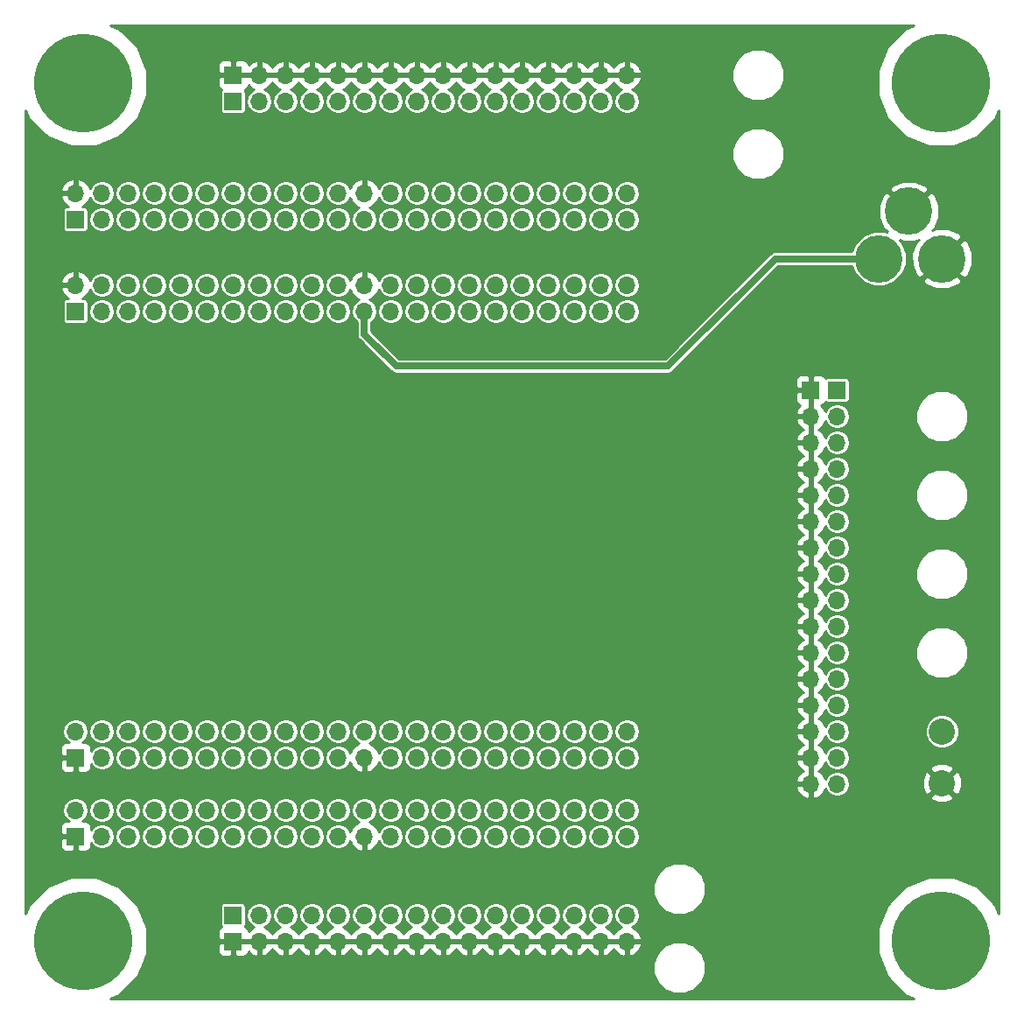
<source format=gbr>
G04 #@! TF.GenerationSoftware,KiCad,Pcbnew,(5.0.2)-1*
G04 #@! TF.CreationDate,2019-04-02T09:03:56-04:00*
G04 #@! TF.ProjectId,BASE-EP4CE6,42415345-2d45-4503-9443-45362e6b6963,X1*
G04 #@! TF.SameCoordinates,Original*
G04 #@! TF.FileFunction,Copper,L2,Bot*
G04 #@! TF.FilePolarity,Positive*
%FSLAX46Y46*%
G04 Gerber Fmt 4.6, Leading zero omitted, Abs format (unit mm)*
G04 Created by KiCad (PCBNEW (5.0.2)-1) date 4/2/2019 9:03:56 AM*
%MOMM*%
%LPD*%
G01*
G04 APERTURE LIST*
G04 #@! TA.AperFunction,ComponentPad*
%ADD10C,9.525000*%
G04 #@! TD*
G04 #@! TA.AperFunction,ComponentPad*
%ADD11R,1.700000X1.700000*%
G04 #@! TD*
G04 #@! TA.AperFunction,ComponentPad*
%ADD12O,1.700000X1.700000*%
G04 #@! TD*
G04 #@! TA.AperFunction,ComponentPad*
%ADD13C,4.600000*%
G04 #@! TD*
G04 #@! TA.AperFunction,ComponentPad*
%ADD14C,2.540000*%
G04 #@! TD*
G04 #@! TA.AperFunction,ViaPad*
%ADD15C,0.889000*%
G04 #@! TD*
G04 #@! TA.AperFunction,Conductor*
%ADD16C,0.635000*%
G04 #@! TD*
G04 #@! TA.AperFunction,Conductor*
%ADD17C,0.254000*%
G04 #@! TD*
G04 APERTURE END LIST*
D10*
G04 #@! TO.P,MTG1,1*
G04 #@! TO.N,N/C*
X16000000Y-16000000D03*
G04 #@! TD*
G04 #@! TO.P,MTG2,1*
G04 #@! TO.N,N/C*
X99000000Y-16000000D03*
G04 #@! TD*
G04 #@! TO.P,MTG3,1*
G04 #@! TO.N,N/C*
X16000000Y-99000000D03*
G04 #@! TD*
G04 #@! TO.P,MTG?1,1*
G04 #@! TO.N,N/C*
X99000000Y-99000000D03*
G04 #@! TD*
D11*
G04 #@! TO.P,P5,1*
G04 #@! TO.N,+3V3*
X30480000Y-17780000D03*
D12*
G04 #@! TO.P,P5,2*
X33020000Y-17780000D03*
G04 #@! TO.P,P5,3*
X35560000Y-17780000D03*
G04 #@! TO.P,P5,4*
X38100000Y-17780000D03*
G04 #@! TO.P,P5,5*
X40640000Y-17780000D03*
G04 #@! TO.P,P5,6*
X43180000Y-17780000D03*
G04 #@! TO.P,P5,7*
X45720000Y-17780000D03*
G04 #@! TO.P,P5,8*
X48260000Y-17780000D03*
G04 #@! TO.P,P5,9*
X50800000Y-17780000D03*
G04 #@! TO.P,P5,10*
X53340000Y-17780000D03*
G04 #@! TO.P,P5,11*
X55880000Y-17780000D03*
G04 #@! TO.P,P5,12*
X58420000Y-17780000D03*
G04 #@! TO.P,P5,13*
X60960000Y-17780000D03*
G04 #@! TO.P,P5,14*
X63500000Y-17780000D03*
G04 #@! TO.P,P5,15*
X66040000Y-17780000D03*
G04 #@! TO.P,P5,16*
X68580000Y-17780000D03*
G04 #@! TD*
D11*
G04 #@! TO.P,P6,1*
G04 #@! TO.N,GND*
X30480000Y-99060000D03*
D12*
G04 #@! TO.P,P6,2*
X33020000Y-99060000D03*
G04 #@! TO.P,P6,3*
X35560000Y-99060000D03*
G04 #@! TO.P,P6,4*
X38100000Y-99060000D03*
G04 #@! TO.P,P6,5*
X40640000Y-99060000D03*
G04 #@! TO.P,P6,6*
X43180000Y-99060000D03*
G04 #@! TO.P,P6,7*
X45720000Y-99060000D03*
G04 #@! TO.P,P6,8*
X48260000Y-99060000D03*
G04 #@! TO.P,P6,9*
X50800000Y-99060000D03*
G04 #@! TO.P,P6,10*
X53340000Y-99060000D03*
G04 #@! TO.P,P6,11*
X55880000Y-99060000D03*
G04 #@! TO.P,P6,12*
X58420000Y-99060000D03*
G04 #@! TO.P,P6,13*
X60960000Y-99060000D03*
G04 #@! TO.P,P6,14*
X63500000Y-99060000D03*
G04 #@! TO.P,P6,15*
X66040000Y-99060000D03*
G04 #@! TO.P,P6,16*
X68580000Y-99060000D03*
G04 #@! TD*
D11*
G04 #@! TO.P,P7,1*
G04 #@! TO.N,+3V3*
X30480000Y-96520000D03*
D12*
G04 #@! TO.P,P7,2*
X33020000Y-96520000D03*
G04 #@! TO.P,P7,3*
X35560000Y-96520000D03*
G04 #@! TO.P,P7,4*
X38100000Y-96520000D03*
G04 #@! TO.P,P7,5*
X40640000Y-96520000D03*
G04 #@! TO.P,P7,6*
X43180000Y-96520000D03*
G04 #@! TO.P,P7,7*
X45720000Y-96520000D03*
G04 #@! TO.P,P7,8*
X48260000Y-96520000D03*
G04 #@! TO.P,P7,9*
X50800000Y-96520000D03*
G04 #@! TO.P,P7,10*
X53340000Y-96520000D03*
G04 #@! TO.P,P7,11*
X55880000Y-96520000D03*
G04 #@! TO.P,P7,12*
X58420000Y-96520000D03*
G04 #@! TO.P,P7,13*
X60960000Y-96520000D03*
G04 #@! TO.P,P7,14*
X63500000Y-96520000D03*
G04 #@! TO.P,P7,15*
X66040000Y-96520000D03*
G04 #@! TO.P,P7,16*
X68580000Y-96520000D03*
G04 #@! TD*
D13*
G04 #@! TO.P,J1,2*
G04 #@! TO.N,GND*
X99060000Y-33020000D03*
G04 #@! TO.P,J1,1*
G04 #@! TO.N,+5V*
X92960000Y-33020000D03*
G04 #@! TO.P,J1,3*
G04 #@! TO.N,GND*
X95860000Y-28420000D03*
G04 #@! TD*
D11*
G04 #@! TO.P,P1,1*
G04 #@! TO.N,N/C*
X15240000Y-38100000D03*
D12*
G04 #@! TO.P,P1,2*
G04 #@! TO.N,GND*
X15240000Y-35560000D03*
G04 #@! TO.P,P1,3*
G04 #@! TO.N,/P55*
X17780000Y-38100000D03*
G04 #@! TO.P,P1,4*
G04 #@! TO.N,/P58*
X17780000Y-35560000D03*
G04 #@! TO.P,P1,5*
G04 #@! TO.N,/P53*
X20320000Y-38100000D03*
G04 #@! TO.P,P1,6*
G04 #@! TO.N,/P54*
X20320000Y-35560000D03*
G04 #@! TO.P,P1,7*
G04 #@! TO.N,/P51*
X22860000Y-38100000D03*
G04 #@! TO.P,P1,8*
G04 #@! TO.N,/P52*
X22860000Y-35560000D03*
G04 #@! TO.P,P1,9*
G04 #@! TO.N,/P49*
X25400000Y-38100000D03*
G04 #@! TO.P,P1,10*
G04 #@! TO.N,/P50*
X25400000Y-35560000D03*
G04 #@! TO.P,P1,11*
G04 #@! TO.N,/P44*
X27940000Y-38100000D03*
G04 #@! TO.P,P1,12*
G04 #@! TO.N,/P46*
X27940000Y-35560000D03*
G04 #@! TO.P,P1,13*
G04 #@! TO.N,/P42*
X30480000Y-38100000D03*
G04 #@! TO.P,P1,14*
G04 #@! TO.N,/P43*
X30480000Y-35560000D03*
G04 #@! TO.P,P1,15*
G04 #@! TO.N,/P38*
X33020000Y-38100000D03*
G04 #@! TO.P,P1,16*
G04 #@! TO.N,/P39*
X33020000Y-35560000D03*
G04 #@! TO.P,P1,17*
G04 #@! TO.N,/P33*
X35560000Y-38100000D03*
G04 #@! TO.P,P1,18*
G04 #@! TO.N,/P34*
X35560000Y-35560000D03*
G04 #@! TO.P,P1,19*
G04 #@! TO.N,/P31*
X38100000Y-38100000D03*
G04 #@! TO.P,P1,20*
G04 #@! TO.N,/P32*
X38100000Y-35560000D03*
G04 #@! TO.P,P1,21*
G04 #@! TO.N,/P28*
X40640000Y-38100000D03*
G04 #@! TO.P,P1,22*
G04 #@! TO.N,/P30*
X40640000Y-35560000D03*
G04 #@! TO.P,P1,23*
G04 #@! TO.N,+5V*
X43180000Y-38100000D03*
G04 #@! TO.P,P1,24*
G04 #@! TO.N,GND*
X43180000Y-35560000D03*
G04 #@! TO.P,P1,25*
G04 #@! TO.N,/P10*
X45720000Y-38100000D03*
G04 #@! TO.P,P1,26*
G04 #@! TO.N,/P11*
X45720000Y-35560000D03*
G04 #@! TO.P,P1,27*
G04 #@! TO.N,/P3*
X48260000Y-38100000D03*
G04 #@! TO.P,P1,28*
G04 #@! TO.N,/P7*
X48260000Y-35560000D03*
G04 #@! TO.P,P1,29*
G04 #@! TO.N,/P5*
X50800000Y-38100000D03*
G04 #@! TO.P,P1,30*
G04 #@! TO.N,/P2*
X50800000Y-35560000D03*
G04 #@! TO.P,P1,31*
G04 #@! TO.N,/P143*
X53340000Y-38100000D03*
G04 #@! TO.P,P1,32*
G04 #@! TO.N,/P144*
X53340000Y-35560000D03*
G04 #@! TO.P,P1,33*
G04 #@! TO.N,/P141*
X55880000Y-38100000D03*
G04 #@! TO.P,P1,34*
G04 #@! TO.N,/P142*
X55880000Y-35560000D03*
G04 #@! TO.P,P1,35*
G04 #@! TO.N,/P137*
X58420000Y-38100000D03*
G04 #@! TO.P,P1,36*
G04 #@! TO.N,/P138*
X58420000Y-35560000D03*
G04 #@! TO.P,P1,37*
G04 #@! TO.N,/P135*
X60960000Y-38100000D03*
G04 #@! TO.P,P1,38*
G04 #@! TO.N,/P136*
X60960000Y-35560000D03*
G04 #@! TO.P,P1,39*
G04 #@! TO.N,/P132*
X63500000Y-38100000D03*
G04 #@! TO.P,P1,40*
G04 #@! TO.N,/P133*
X63500000Y-35560000D03*
G04 #@! TO.P,P1,41*
G04 #@! TO.N,/P128*
X66040000Y-38100000D03*
G04 #@! TO.P,P1,42*
G04 #@! TO.N,/P129*
X66040000Y-35560000D03*
G04 #@! TO.P,P1,43*
G04 #@! TO.N,/P126*
X68580000Y-38100000D03*
G04 #@! TO.P,P1,44*
G04 #@! TO.N,/P127*
X68580000Y-35560000D03*
G04 #@! TD*
D11*
G04 #@! TO.P,P9,1*
G04 #@! TO.N,+3V3*
X88900000Y-45720000D03*
D12*
G04 #@! TO.P,P9,2*
X88900000Y-48260000D03*
G04 #@! TO.P,P9,3*
X88900000Y-50800000D03*
G04 #@! TO.P,P9,4*
X88900000Y-53340000D03*
G04 #@! TO.P,P9,5*
X88900000Y-55880000D03*
G04 #@! TO.P,P9,6*
X88900000Y-58420000D03*
G04 #@! TO.P,P9,7*
X88900000Y-60960000D03*
G04 #@! TO.P,P9,8*
X88900000Y-63500000D03*
G04 #@! TO.P,P9,9*
X88900000Y-66040000D03*
G04 #@! TO.P,P9,10*
X88900000Y-68580000D03*
G04 #@! TO.P,P9,11*
X88900000Y-71120000D03*
G04 #@! TO.P,P9,12*
X88900000Y-73660000D03*
G04 #@! TO.P,P9,13*
X88900000Y-76200000D03*
G04 #@! TO.P,P9,14*
X88900000Y-78740000D03*
G04 #@! TO.P,P9,15*
X88900000Y-81280000D03*
G04 #@! TO.P,P9,16*
X88900000Y-83820000D03*
G04 #@! TD*
D11*
G04 #@! TO.P,P10,1*
G04 #@! TO.N,GND*
X86360000Y-45720000D03*
D12*
G04 #@! TO.P,P10,2*
X86360000Y-48260000D03*
G04 #@! TO.P,P10,3*
X86360000Y-50800000D03*
G04 #@! TO.P,P10,4*
X86360000Y-53340000D03*
G04 #@! TO.P,P10,5*
X86360000Y-55880000D03*
G04 #@! TO.P,P10,6*
X86360000Y-58420000D03*
G04 #@! TO.P,P10,7*
X86360000Y-60960000D03*
G04 #@! TO.P,P10,8*
X86360000Y-63500000D03*
G04 #@! TO.P,P10,9*
X86360000Y-66040000D03*
G04 #@! TO.P,P10,10*
X86360000Y-68580000D03*
G04 #@! TO.P,P10,11*
X86360000Y-71120000D03*
G04 #@! TO.P,P10,12*
X86360000Y-73660000D03*
G04 #@! TO.P,P10,13*
X86360000Y-76200000D03*
G04 #@! TO.P,P10,14*
X86360000Y-78740000D03*
G04 #@! TO.P,P10,15*
X86360000Y-81280000D03*
G04 #@! TO.P,P10,16*
X86360000Y-83820000D03*
G04 #@! TD*
D14*
G04 #@! TO.P,P11,1*
G04 #@! TO.N,+5V*
X99060000Y-78740000D03*
G04 #@! TO.P,P11,2*
G04 #@! TO.N,GND*
X99060000Y-83740000D03*
G04 #@! TD*
D11*
G04 #@! TO.P,P2,1*
G04 #@! TO.N,GND*
X15240000Y-81280000D03*
D12*
G04 #@! TO.P,P2,2*
G04 #@! TO.N,N/C*
X15240000Y-78740000D03*
G04 #@! TO.P,P2,3*
G04 #@! TO.N,/P59*
X17780000Y-81280000D03*
G04 #@! TO.P,P2,4*
G04 #@! TO.N,/P60*
X17780000Y-78740000D03*
G04 #@! TO.P,P2,5*
G04 #@! TO.N,/P64*
X20320000Y-81280000D03*
G04 #@! TO.P,P2,6*
G04 #@! TO.N,/P65*
X20320000Y-78740000D03*
G04 #@! TO.P,P2,7*
G04 #@! TO.N,/P66*
X22860000Y-81280000D03*
G04 #@! TO.P,P2,8*
G04 #@! TO.N,/P67*
X22860000Y-78740000D03*
G04 #@! TO.P,P2,9*
G04 #@! TO.N,/P68*
X25400000Y-81280000D03*
G04 #@! TO.P,P2,10*
G04 #@! TO.N,/P69*
X25400000Y-78740000D03*
G04 #@! TO.P,P2,11*
G04 #@! TO.N,/P70*
X27940000Y-81280000D03*
G04 #@! TO.P,P2,12*
G04 #@! TO.N,/P71*
X27940000Y-78740000D03*
G04 #@! TO.P,P2,13*
G04 #@! TO.N,/P72*
X30480000Y-81280000D03*
G04 #@! TO.P,P2,14*
G04 #@! TO.N,/P73*
X30480000Y-78740000D03*
G04 #@! TO.P,P2,15*
G04 #@! TO.N,/P74*
X33020000Y-81280000D03*
G04 #@! TO.P,P2,16*
G04 #@! TO.N,/P75*
X33020000Y-78740000D03*
G04 #@! TO.P,P2,17*
G04 #@! TO.N,/P76*
X35560000Y-81280000D03*
G04 #@! TO.P,P2,18*
G04 #@! TO.N,/P77*
X35560000Y-78740000D03*
G04 #@! TO.P,P2,19*
G04 #@! TO.N,/P80*
X38100000Y-81280000D03*
G04 #@! TO.P,P2,20*
G04 #@! TO.N,/P83*
X38100000Y-78740000D03*
G04 #@! TO.P,P2,21*
G04 #@! TO.N,/P84*
X40640000Y-81280000D03*
G04 #@! TO.P,P2,22*
G04 #@! TO.N,/P85*
X40640000Y-78740000D03*
G04 #@! TO.P,P2,23*
G04 #@! TO.N,GND*
X43180000Y-81280000D03*
G04 #@! TO.P,P2,24*
G04 #@! TO.N,+5V*
X43180000Y-78740000D03*
G04 #@! TO.P,P2,25*
G04 #@! TO.N,/P86*
X45720000Y-81280000D03*
G04 #@! TO.P,P2,26*
G04 #@! TO.N,/P87*
X45720000Y-78740000D03*
G04 #@! TO.P,P2,27*
G04 #@! TO.N,/P98*
X48260000Y-81280000D03*
G04 #@! TO.P,P2,28*
G04 #@! TO.N,/P99*
X48260000Y-78740000D03*
G04 #@! TO.P,P2,29*
G04 #@! TO.N,/P100*
X50800000Y-81280000D03*
G04 #@! TO.P,P2,30*
G04 #@! TO.N,/P101*
X50800000Y-78740000D03*
G04 #@! TO.P,P2,31*
G04 #@! TO.N,/P103*
X53340000Y-81280000D03*
G04 #@! TO.P,P2,32*
G04 #@! TO.N,/P104*
X53340000Y-78740000D03*
G04 #@! TO.P,P2,33*
G04 #@! TO.N,/P105*
X55880000Y-81280000D03*
G04 #@! TO.P,P2,34*
G04 #@! TO.N,/P106*
X55880000Y-78740000D03*
G04 #@! TO.P,P2,35*
G04 #@! TO.N,/P110*
X58420000Y-81280000D03*
G04 #@! TO.P,P2,36*
G04 #@! TO.N,/P111*
X58420000Y-78740000D03*
G04 #@! TO.P,P2,37*
G04 #@! TO.N,/P112*
X60960000Y-81280000D03*
G04 #@! TO.P,P2,38*
G04 #@! TO.N,/P113*
X60960000Y-78740000D03*
G04 #@! TO.P,P2,39*
G04 #@! TO.N,/P114*
X63500000Y-81280000D03*
G04 #@! TO.P,P2,40*
G04 #@! TO.N,/P115*
X63500000Y-78740000D03*
G04 #@! TO.P,P2,41*
G04 #@! TO.N,/P119*
X66040000Y-81280000D03*
G04 #@! TO.P,P2,42*
G04 #@! TO.N,/P120*
X66040000Y-78740000D03*
G04 #@! TO.P,P2,43*
G04 #@! TO.N,/P121*
X68580000Y-81280000D03*
G04 #@! TO.P,P2,44*
G04 #@! TO.N,/P124*
X68580000Y-78740000D03*
G04 #@! TD*
D11*
G04 #@! TO.P,P3,1*
G04 #@! TO.N,N/C*
X15240000Y-29210000D03*
D12*
G04 #@! TO.P,P3,2*
G04 #@! TO.N,GND*
X15240000Y-26670000D03*
G04 #@! TO.P,P3,3*
G04 #@! TO.N,/P58*
X17780000Y-29210000D03*
G04 #@! TO.P,P3,4*
G04 #@! TO.N,/P55*
X17780000Y-26670000D03*
G04 #@! TO.P,P3,5*
G04 #@! TO.N,/P54*
X20320000Y-29210000D03*
G04 #@! TO.P,P3,6*
G04 #@! TO.N,/P53*
X20320000Y-26670000D03*
G04 #@! TO.P,P3,7*
G04 #@! TO.N,/P52*
X22860000Y-29210000D03*
G04 #@! TO.P,P3,8*
G04 #@! TO.N,/P51*
X22860000Y-26670000D03*
G04 #@! TO.P,P3,9*
G04 #@! TO.N,/P50*
X25400000Y-29210000D03*
G04 #@! TO.P,P3,10*
G04 #@! TO.N,/P49*
X25400000Y-26670000D03*
G04 #@! TO.P,P3,11*
G04 #@! TO.N,/P46*
X27940000Y-29210000D03*
G04 #@! TO.P,P3,12*
G04 #@! TO.N,/P44*
X27940000Y-26670000D03*
G04 #@! TO.P,P3,13*
G04 #@! TO.N,/P43*
X30480000Y-29210000D03*
G04 #@! TO.P,P3,14*
G04 #@! TO.N,/P42*
X30480000Y-26670000D03*
G04 #@! TO.P,P3,15*
G04 #@! TO.N,/P39*
X33020000Y-29210000D03*
G04 #@! TO.P,P3,16*
G04 #@! TO.N,/P38*
X33020000Y-26670000D03*
G04 #@! TO.P,P3,17*
G04 #@! TO.N,/P34*
X35560000Y-29210000D03*
G04 #@! TO.P,P3,18*
G04 #@! TO.N,/P33*
X35560000Y-26670000D03*
G04 #@! TO.P,P3,19*
G04 #@! TO.N,/P32*
X38100000Y-29210000D03*
G04 #@! TO.P,P3,20*
G04 #@! TO.N,/P31*
X38100000Y-26670000D03*
G04 #@! TO.P,P3,21*
G04 #@! TO.N,/P30*
X40640000Y-29210000D03*
G04 #@! TO.P,P3,22*
G04 #@! TO.N,/P28*
X40640000Y-26670000D03*
G04 #@! TO.P,P3,23*
G04 #@! TO.N,N/C*
X43180000Y-29210000D03*
G04 #@! TO.P,P3,24*
G04 #@! TO.N,GND*
X43180000Y-26670000D03*
G04 #@! TO.P,P3,25*
G04 #@! TO.N,/P11*
X45720000Y-29210000D03*
G04 #@! TO.P,P3,26*
G04 #@! TO.N,/P10*
X45720000Y-26670000D03*
G04 #@! TO.P,P3,27*
G04 #@! TO.N,/P7*
X48260000Y-29210000D03*
G04 #@! TO.P,P3,28*
G04 #@! TO.N,/P3*
X48260000Y-26670000D03*
G04 #@! TO.P,P3,29*
G04 #@! TO.N,/P2*
X50800000Y-29210000D03*
G04 #@! TO.P,P3,30*
G04 #@! TO.N,/P5*
X50800000Y-26670000D03*
G04 #@! TO.P,P3,31*
G04 #@! TO.N,/P144*
X53340000Y-29210000D03*
G04 #@! TO.P,P3,32*
G04 #@! TO.N,/P143*
X53340000Y-26670000D03*
G04 #@! TO.P,P3,33*
G04 #@! TO.N,/P142*
X55880000Y-29210000D03*
G04 #@! TO.P,P3,34*
G04 #@! TO.N,/P141*
X55880000Y-26670000D03*
G04 #@! TO.P,P3,35*
G04 #@! TO.N,/P138*
X58420000Y-29210000D03*
G04 #@! TO.P,P3,36*
G04 #@! TO.N,/P137*
X58420000Y-26670000D03*
G04 #@! TO.P,P3,37*
G04 #@! TO.N,/P136*
X60960000Y-29210000D03*
G04 #@! TO.P,P3,38*
G04 #@! TO.N,/P135*
X60960000Y-26670000D03*
G04 #@! TO.P,P3,39*
G04 #@! TO.N,/P133*
X63500000Y-29210000D03*
G04 #@! TO.P,P3,40*
G04 #@! TO.N,/P132*
X63500000Y-26670000D03*
G04 #@! TO.P,P3,41*
G04 #@! TO.N,/P129*
X66040000Y-29210000D03*
G04 #@! TO.P,P3,42*
G04 #@! TO.N,/P128*
X66040000Y-26670000D03*
G04 #@! TO.P,P3,43*
G04 #@! TO.N,/P127*
X68580000Y-29210000D03*
G04 #@! TO.P,P3,44*
G04 #@! TO.N,/P126*
X68580000Y-26670000D03*
G04 #@! TD*
D11*
G04 #@! TO.P,P4,1*
G04 #@! TO.N,GND*
X15240000Y-88900000D03*
D12*
G04 #@! TO.P,P4,2*
G04 #@! TO.N,N/C*
X15240000Y-86360000D03*
G04 #@! TO.P,P4,3*
G04 #@! TO.N,/P60*
X17780000Y-88900000D03*
G04 #@! TO.P,P4,4*
G04 #@! TO.N,/P59*
X17780000Y-86360000D03*
G04 #@! TO.P,P4,5*
G04 #@! TO.N,/P65*
X20320000Y-88900000D03*
G04 #@! TO.P,P4,6*
G04 #@! TO.N,/P64*
X20320000Y-86360000D03*
G04 #@! TO.P,P4,7*
G04 #@! TO.N,/P67*
X22860000Y-88900000D03*
G04 #@! TO.P,P4,8*
G04 #@! TO.N,/P66*
X22860000Y-86360000D03*
G04 #@! TO.P,P4,9*
G04 #@! TO.N,/P69*
X25400000Y-88900000D03*
G04 #@! TO.P,P4,10*
G04 #@! TO.N,/P68*
X25400000Y-86360000D03*
G04 #@! TO.P,P4,11*
G04 #@! TO.N,/P71*
X27940000Y-88900000D03*
G04 #@! TO.P,P4,12*
G04 #@! TO.N,/P70*
X27940000Y-86360000D03*
G04 #@! TO.P,P4,13*
G04 #@! TO.N,/P73*
X30480000Y-88900000D03*
G04 #@! TO.P,P4,14*
G04 #@! TO.N,/P72*
X30480000Y-86360000D03*
G04 #@! TO.P,P4,15*
G04 #@! TO.N,/P75*
X33020000Y-88900000D03*
G04 #@! TO.P,P4,16*
G04 #@! TO.N,/P74*
X33020000Y-86360000D03*
G04 #@! TO.P,P4,17*
G04 #@! TO.N,/P77*
X35560000Y-88900000D03*
G04 #@! TO.P,P4,18*
G04 #@! TO.N,/P76*
X35560000Y-86360000D03*
G04 #@! TO.P,P4,19*
G04 #@! TO.N,/P83*
X38100000Y-88900000D03*
G04 #@! TO.P,P4,20*
G04 #@! TO.N,/P80*
X38100000Y-86360000D03*
G04 #@! TO.P,P4,21*
G04 #@! TO.N,/P85*
X40640000Y-88900000D03*
G04 #@! TO.P,P4,22*
G04 #@! TO.N,/P84*
X40640000Y-86360000D03*
G04 #@! TO.P,P4,23*
G04 #@! TO.N,GND*
X43180000Y-88900000D03*
G04 #@! TO.P,P4,24*
G04 #@! TO.N,N/C*
X43180000Y-86360000D03*
G04 #@! TO.P,P4,25*
G04 #@! TO.N,/P87*
X45720000Y-88900000D03*
G04 #@! TO.P,P4,26*
G04 #@! TO.N,/P86*
X45720000Y-86360000D03*
G04 #@! TO.P,P4,27*
G04 #@! TO.N,/P99*
X48260000Y-88900000D03*
G04 #@! TO.P,P4,28*
G04 #@! TO.N,/P98*
X48260000Y-86360000D03*
G04 #@! TO.P,P4,29*
G04 #@! TO.N,/P101*
X50800000Y-88900000D03*
G04 #@! TO.P,P4,30*
G04 #@! TO.N,/P100*
X50800000Y-86360000D03*
G04 #@! TO.P,P4,31*
G04 #@! TO.N,/P104*
X53340000Y-88900000D03*
G04 #@! TO.P,P4,32*
G04 #@! TO.N,/P103*
X53340000Y-86360000D03*
G04 #@! TO.P,P4,33*
G04 #@! TO.N,/P106*
X55880000Y-88900000D03*
G04 #@! TO.P,P4,34*
G04 #@! TO.N,/P105*
X55880000Y-86360000D03*
G04 #@! TO.P,P4,35*
G04 #@! TO.N,/P111*
X58420000Y-88900000D03*
G04 #@! TO.P,P4,36*
G04 #@! TO.N,/P110*
X58420000Y-86360000D03*
G04 #@! TO.P,P4,37*
G04 #@! TO.N,/P113*
X60960000Y-88900000D03*
G04 #@! TO.P,P4,38*
G04 #@! TO.N,/P112*
X60960000Y-86360000D03*
G04 #@! TO.P,P4,39*
G04 #@! TO.N,/P115*
X63500000Y-88900000D03*
G04 #@! TO.P,P4,40*
G04 #@! TO.N,/P114*
X63500000Y-86360000D03*
G04 #@! TO.P,P4,41*
G04 #@! TO.N,/P120*
X66040000Y-88900000D03*
G04 #@! TO.P,P4,42*
G04 #@! TO.N,/P119*
X66040000Y-86360000D03*
G04 #@! TO.P,P4,43*
G04 #@! TO.N,/P124*
X68580000Y-88900000D03*
G04 #@! TO.P,P4,44*
G04 #@! TO.N,/P121*
X68580000Y-86360000D03*
G04 #@! TD*
D11*
G04 #@! TO.P,P8,1*
G04 #@! TO.N,GND*
X30480000Y-15240000D03*
D12*
G04 #@! TO.P,P8,2*
X33020000Y-15240000D03*
G04 #@! TO.P,P8,3*
X35560000Y-15240000D03*
G04 #@! TO.P,P8,4*
X38100000Y-15240000D03*
G04 #@! TO.P,P8,5*
X40640000Y-15240000D03*
G04 #@! TO.P,P8,6*
X43180000Y-15240000D03*
G04 #@! TO.P,P8,7*
X45720000Y-15240000D03*
G04 #@! TO.P,P8,8*
X48260000Y-15240000D03*
G04 #@! TO.P,P8,9*
X50800000Y-15240000D03*
G04 #@! TO.P,P8,10*
X53340000Y-15240000D03*
G04 #@! TO.P,P8,11*
X55880000Y-15240000D03*
G04 #@! TO.P,P8,12*
X58420000Y-15240000D03*
G04 #@! TO.P,P8,13*
X60960000Y-15240000D03*
G04 #@! TO.P,P8,14*
X63500000Y-15240000D03*
G04 #@! TO.P,P8,15*
X66040000Y-15240000D03*
G04 #@! TO.P,P8,16*
X68580000Y-15240000D03*
G04 #@! TD*
D15*
G04 #@! TO.N,GND*
X82727800Y-28270200D03*
X88290400Y-25958800D03*
X88239600Y-38176200D03*
G04 #@! TD*
D16*
G04 #@! TO.N,+5V*
X43180000Y-38100000D02*
X43180000Y-40309800D01*
X82931000Y-33020000D02*
X92960000Y-33020000D01*
X72542400Y-43408600D02*
X82931000Y-33020000D01*
X46278800Y-43408600D02*
X72542400Y-43408600D01*
X43180000Y-40309800D02*
X46278800Y-43408600D01*
G04 #@! TO.N,GND*
X82727800Y-28270200D02*
X82727800Y-28321000D01*
G04 #@! TD*
D17*
G04 #@! TO.N,GND*
G36*
X95510923Y-10778228D02*
X93778228Y-12510923D01*
X92840500Y-14774799D01*
X92840500Y-17225201D01*
X93778228Y-19489077D01*
X95510923Y-21221772D01*
X97774799Y-22159500D01*
X100225201Y-22159500D01*
X102489077Y-21221772D01*
X104221772Y-19489077D01*
X104569000Y-18650794D01*
X104569001Y-96349208D01*
X104221772Y-95510923D01*
X102489077Y-93778228D01*
X100225201Y-92840500D01*
X97774799Y-92840500D01*
X95510923Y-93778228D01*
X93778228Y-95510923D01*
X92840500Y-97774799D01*
X92840500Y-100225201D01*
X93778228Y-102489077D01*
X95510923Y-104221772D01*
X96349206Y-104569000D01*
X18650794Y-104569000D01*
X19489077Y-104221772D01*
X21221772Y-102489077D01*
X21798574Y-101096553D01*
X71129000Y-101096553D01*
X71129000Y-102103447D01*
X71514322Y-103033696D01*
X72226304Y-103745678D01*
X73156553Y-104131000D01*
X74163447Y-104131000D01*
X75093696Y-103745678D01*
X75805678Y-103033696D01*
X76191000Y-102103447D01*
X76191000Y-101096553D01*
X75805678Y-100166304D01*
X75093696Y-99454322D01*
X74163447Y-99069000D01*
X73156553Y-99069000D01*
X72226304Y-99454322D01*
X71514322Y-100166304D01*
X71129000Y-101096553D01*
X21798574Y-101096553D01*
X22159500Y-100225201D01*
X22159500Y-99345750D01*
X28995000Y-99345750D01*
X28995000Y-100036309D01*
X29091673Y-100269698D01*
X29270301Y-100448327D01*
X29503690Y-100545000D01*
X30194250Y-100545000D01*
X30353000Y-100386250D01*
X30353000Y-99187000D01*
X30607000Y-99187000D01*
X30607000Y-100386250D01*
X30765750Y-100545000D01*
X31456310Y-100545000D01*
X31689699Y-100448327D01*
X31868327Y-100269698D01*
X31955136Y-100060122D01*
X32253076Y-100331645D01*
X32663110Y-100501476D01*
X32893000Y-100380155D01*
X32893000Y-99187000D01*
X33147000Y-99187000D01*
X33147000Y-100380155D01*
X33376890Y-100501476D01*
X33786924Y-100331645D01*
X34215183Y-99941358D01*
X34290000Y-99782046D01*
X34364817Y-99941358D01*
X34793076Y-100331645D01*
X35203110Y-100501476D01*
X35433000Y-100380155D01*
X35433000Y-99187000D01*
X35687000Y-99187000D01*
X35687000Y-100380155D01*
X35916890Y-100501476D01*
X36326924Y-100331645D01*
X36755183Y-99941358D01*
X36830000Y-99782046D01*
X36904817Y-99941358D01*
X37333076Y-100331645D01*
X37743110Y-100501476D01*
X37973000Y-100380155D01*
X37973000Y-99187000D01*
X38227000Y-99187000D01*
X38227000Y-100380155D01*
X38456890Y-100501476D01*
X38866924Y-100331645D01*
X39295183Y-99941358D01*
X39370000Y-99782046D01*
X39444817Y-99941358D01*
X39873076Y-100331645D01*
X40283110Y-100501476D01*
X40513000Y-100380155D01*
X40513000Y-99187000D01*
X40767000Y-99187000D01*
X40767000Y-100380155D01*
X40996890Y-100501476D01*
X41406924Y-100331645D01*
X41835183Y-99941358D01*
X41910000Y-99782046D01*
X41984817Y-99941358D01*
X42413076Y-100331645D01*
X42823110Y-100501476D01*
X43053000Y-100380155D01*
X43053000Y-99187000D01*
X43307000Y-99187000D01*
X43307000Y-100380155D01*
X43536890Y-100501476D01*
X43946924Y-100331645D01*
X44375183Y-99941358D01*
X44450000Y-99782046D01*
X44524817Y-99941358D01*
X44953076Y-100331645D01*
X45363110Y-100501476D01*
X45593000Y-100380155D01*
X45593000Y-99187000D01*
X45847000Y-99187000D01*
X45847000Y-100380155D01*
X46076890Y-100501476D01*
X46486924Y-100331645D01*
X46915183Y-99941358D01*
X46990000Y-99782046D01*
X47064817Y-99941358D01*
X47493076Y-100331645D01*
X47903110Y-100501476D01*
X48133000Y-100380155D01*
X48133000Y-99187000D01*
X48387000Y-99187000D01*
X48387000Y-100380155D01*
X48616890Y-100501476D01*
X49026924Y-100331645D01*
X49455183Y-99941358D01*
X49530000Y-99782046D01*
X49604817Y-99941358D01*
X50033076Y-100331645D01*
X50443110Y-100501476D01*
X50673000Y-100380155D01*
X50673000Y-99187000D01*
X50927000Y-99187000D01*
X50927000Y-100380155D01*
X51156890Y-100501476D01*
X51566924Y-100331645D01*
X51995183Y-99941358D01*
X52070000Y-99782046D01*
X52144817Y-99941358D01*
X52573076Y-100331645D01*
X52983110Y-100501476D01*
X53213000Y-100380155D01*
X53213000Y-99187000D01*
X53467000Y-99187000D01*
X53467000Y-100380155D01*
X53696890Y-100501476D01*
X54106924Y-100331645D01*
X54535183Y-99941358D01*
X54610000Y-99782046D01*
X54684817Y-99941358D01*
X55113076Y-100331645D01*
X55523110Y-100501476D01*
X55753000Y-100380155D01*
X55753000Y-99187000D01*
X56007000Y-99187000D01*
X56007000Y-100380155D01*
X56236890Y-100501476D01*
X56646924Y-100331645D01*
X57075183Y-99941358D01*
X57150000Y-99782046D01*
X57224817Y-99941358D01*
X57653076Y-100331645D01*
X58063110Y-100501476D01*
X58293000Y-100380155D01*
X58293000Y-99187000D01*
X58547000Y-99187000D01*
X58547000Y-100380155D01*
X58776890Y-100501476D01*
X59186924Y-100331645D01*
X59615183Y-99941358D01*
X59690000Y-99782046D01*
X59764817Y-99941358D01*
X60193076Y-100331645D01*
X60603110Y-100501476D01*
X60833000Y-100380155D01*
X60833000Y-99187000D01*
X61087000Y-99187000D01*
X61087000Y-100380155D01*
X61316890Y-100501476D01*
X61726924Y-100331645D01*
X62155183Y-99941358D01*
X62230000Y-99782046D01*
X62304817Y-99941358D01*
X62733076Y-100331645D01*
X63143110Y-100501476D01*
X63373000Y-100380155D01*
X63373000Y-99187000D01*
X63627000Y-99187000D01*
X63627000Y-100380155D01*
X63856890Y-100501476D01*
X64266924Y-100331645D01*
X64695183Y-99941358D01*
X64770000Y-99782046D01*
X64844817Y-99941358D01*
X65273076Y-100331645D01*
X65683110Y-100501476D01*
X65913000Y-100380155D01*
X65913000Y-99187000D01*
X66167000Y-99187000D01*
X66167000Y-100380155D01*
X66396890Y-100501476D01*
X66806924Y-100331645D01*
X67235183Y-99941358D01*
X67310000Y-99782046D01*
X67384817Y-99941358D01*
X67813076Y-100331645D01*
X68223110Y-100501476D01*
X68453000Y-100380155D01*
X68453000Y-99187000D01*
X68707000Y-99187000D01*
X68707000Y-100380155D01*
X68936890Y-100501476D01*
X69346924Y-100331645D01*
X69775183Y-99941358D01*
X70021486Y-99416892D01*
X69900819Y-99187000D01*
X68707000Y-99187000D01*
X68453000Y-99187000D01*
X66167000Y-99187000D01*
X65913000Y-99187000D01*
X63627000Y-99187000D01*
X63373000Y-99187000D01*
X61087000Y-99187000D01*
X60833000Y-99187000D01*
X58547000Y-99187000D01*
X58293000Y-99187000D01*
X56007000Y-99187000D01*
X55753000Y-99187000D01*
X53467000Y-99187000D01*
X53213000Y-99187000D01*
X50927000Y-99187000D01*
X50673000Y-99187000D01*
X48387000Y-99187000D01*
X48133000Y-99187000D01*
X45847000Y-99187000D01*
X45593000Y-99187000D01*
X43307000Y-99187000D01*
X43053000Y-99187000D01*
X40767000Y-99187000D01*
X40513000Y-99187000D01*
X38227000Y-99187000D01*
X37973000Y-99187000D01*
X35687000Y-99187000D01*
X35433000Y-99187000D01*
X33147000Y-99187000D01*
X32893000Y-99187000D01*
X30607000Y-99187000D01*
X30353000Y-99187000D01*
X29153750Y-99187000D01*
X28995000Y-99345750D01*
X22159500Y-99345750D01*
X22159500Y-98083691D01*
X28995000Y-98083691D01*
X28995000Y-98774250D01*
X29153750Y-98933000D01*
X30353000Y-98933000D01*
X30353000Y-98913000D01*
X30607000Y-98913000D01*
X30607000Y-98933000D01*
X32893000Y-98933000D01*
X32893000Y-98913000D01*
X33147000Y-98913000D01*
X33147000Y-98933000D01*
X35433000Y-98933000D01*
X35433000Y-98913000D01*
X35687000Y-98913000D01*
X35687000Y-98933000D01*
X37973000Y-98933000D01*
X37973000Y-98913000D01*
X38227000Y-98913000D01*
X38227000Y-98933000D01*
X40513000Y-98933000D01*
X40513000Y-98913000D01*
X40767000Y-98913000D01*
X40767000Y-98933000D01*
X43053000Y-98933000D01*
X43053000Y-98913000D01*
X43307000Y-98913000D01*
X43307000Y-98933000D01*
X45593000Y-98933000D01*
X45593000Y-98913000D01*
X45847000Y-98913000D01*
X45847000Y-98933000D01*
X48133000Y-98933000D01*
X48133000Y-98913000D01*
X48387000Y-98913000D01*
X48387000Y-98933000D01*
X50673000Y-98933000D01*
X50673000Y-98913000D01*
X50927000Y-98913000D01*
X50927000Y-98933000D01*
X53213000Y-98933000D01*
X53213000Y-98913000D01*
X53467000Y-98913000D01*
X53467000Y-98933000D01*
X55753000Y-98933000D01*
X55753000Y-98913000D01*
X56007000Y-98913000D01*
X56007000Y-98933000D01*
X58293000Y-98933000D01*
X58293000Y-98913000D01*
X58547000Y-98913000D01*
X58547000Y-98933000D01*
X60833000Y-98933000D01*
X60833000Y-98913000D01*
X61087000Y-98913000D01*
X61087000Y-98933000D01*
X63373000Y-98933000D01*
X63373000Y-98913000D01*
X63627000Y-98913000D01*
X63627000Y-98933000D01*
X65913000Y-98933000D01*
X65913000Y-98913000D01*
X66167000Y-98913000D01*
X66167000Y-98933000D01*
X68453000Y-98933000D01*
X68453000Y-98913000D01*
X68707000Y-98913000D01*
X68707000Y-98933000D01*
X69900819Y-98933000D01*
X70021486Y-98703108D01*
X69775183Y-98178642D01*
X69346924Y-97788355D01*
X69069488Y-97673445D01*
X69467501Y-97407501D01*
X69739576Y-97000312D01*
X69835116Y-96520000D01*
X69739576Y-96039688D01*
X69467501Y-95632499D01*
X69060312Y-95360424D01*
X68701239Y-95289000D01*
X68458761Y-95289000D01*
X68099688Y-95360424D01*
X67692499Y-95632499D01*
X67420424Y-96039688D01*
X67324884Y-96520000D01*
X67420424Y-97000312D01*
X67692499Y-97407501D01*
X68090512Y-97673445D01*
X67813076Y-97788355D01*
X67384817Y-98178642D01*
X67310000Y-98337954D01*
X67235183Y-98178642D01*
X66806924Y-97788355D01*
X66529488Y-97673445D01*
X66927501Y-97407501D01*
X67199576Y-97000312D01*
X67295116Y-96520000D01*
X67199576Y-96039688D01*
X66927501Y-95632499D01*
X66520312Y-95360424D01*
X66161239Y-95289000D01*
X65918761Y-95289000D01*
X65559688Y-95360424D01*
X65152499Y-95632499D01*
X64880424Y-96039688D01*
X64784884Y-96520000D01*
X64880424Y-97000312D01*
X65152499Y-97407501D01*
X65550512Y-97673445D01*
X65273076Y-97788355D01*
X64844817Y-98178642D01*
X64770000Y-98337954D01*
X64695183Y-98178642D01*
X64266924Y-97788355D01*
X63989488Y-97673445D01*
X64387501Y-97407501D01*
X64659576Y-97000312D01*
X64755116Y-96520000D01*
X64659576Y-96039688D01*
X64387501Y-95632499D01*
X63980312Y-95360424D01*
X63621239Y-95289000D01*
X63378761Y-95289000D01*
X63019688Y-95360424D01*
X62612499Y-95632499D01*
X62340424Y-96039688D01*
X62244884Y-96520000D01*
X62340424Y-97000312D01*
X62612499Y-97407501D01*
X63010512Y-97673445D01*
X62733076Y-97788355D01*
X62304817Y-98178642D01*
X62230000Y-98337954D01*
X62155183Y-98178642D01*
X61726924Y-97788355D01*
X61449488Y-97673445D01*
X61847501Y-97407501D01*
X62119576Y-97000312D01*
X62215116Y-96520000D01*
X62119576Y-96039688D01*
X61847501Y-95632499D01*
X61440312Y-95360424D01*
X61081239Y-95289000D01*
X60838761Y-95289000D01*
X60479688Y-95360424D01*
X60072499Y-95632499D01*
X59800424Y-96039688D01*
X59704884Y-96520000D01*
X59800424Y-97000312D01*
X60072499Y-97407501D01*
X60470512Y-97673445D01*
X60193076Y-97788355D01*
X59764817Y-98178642D01*
X59690000Y-98337954D01*
X59615183Y-98178642D01*
X59186924Y-97788355D01*
X58909488Y-97673445D01*
X59307501Y-97407501D01*
X59579576Y-97000312D01*
X59675116Y-96520000D01*
X59579576Y-96039688D01*
X59307501Y-95632499D01*
X58900312Y-95360424D01*
X58541239Y-95289000D01*
X58298761Y-95289000D01*
X57939688Y-95360424D01*
X57532499Y-95632499D01*
X57260424Y-96039688D01*
X57164884Y-96520000D01*
X57260424Y-97000312D01*
X57532499Y-97407501D01*
X57930512Y-97673445D01*
X57653076Y-97788355D01*
X57224817Y-98178642D01*
X57150000Y-98337954D01*
X57075183Y-98178642D01*
X56646924Y-97788355D01*
X56369488Y-97673445D01*
X56767501Y-97407501D01*
X57039576Y-97000312D01*
X57135116Y-96520000D01*
X57039576Y-96039688D01*
X56767501Y-95632499D01*
X56360312Y-95360424D01*
X56001239Y-95289000D01*
X55758761Y-95289000D01*
X55399688Y-95360424D01*
X54992499Y-95632499D01*
X54720424Y-96039688D01*
X54624884Y-96520000D01*
X54720424Y-97000312D01*
X54992499Y-97407501D01*
X55390512Y-97673445D01*
X55113076Y-97788355D01*
X54684817Y-98178642D01*
X54610000Y-98337954D01*
X54535183Y-98178642D01*
X54106924Y-97788355D01*
X53829488Y-97673445D01*
X54227501Y-97407501D01*
X54499576Y-97000312D01*
X54595116Y-96520000D01*
X54499576Y-96039688D01*
X54227501Y-95632499D01*
X53820312Y-95360424D01*
X53461239Y-95289000D01*
X53218761Y-95289000D01*
X52859688Y-95360424D01*
X52452499Y-95632499D01*
X52180424Y-96039688D01*
X52084884Y-96520000D01*
X52180424Y-97000312D01*
X52452499Y-97407501D01*
X52850512Y-97673445D01*
X52573076Y-97788355D01*
X52144817Y-98178642D01*
X52070000Y-98337954D01*
X51995183Y-98178642D01*
X51566924Y-97788355D01*
X51289488Y-97673445D01*
X51687501Y-97407501D01*
X51959576Y-97000312D01*
X52055116Y-96520000D01*
X51959576Y-96039688D01*
X51687501Y-95632499D01*
X51280312Y-95360424D01*
X50921239Y-95289000D01*
X50678761Y-95289000D01*
X50319688Y-95360424D01*
X49912499Y-95632499D01*
X49640424Y-96039688D01*
X49544884Y-96520000D01*
X49640424Y-97000312D01*
X49912499Y-97407501D01*
X50310512Y-97673445D01*
X50033076Y-97788355D01*
X49604817Y-98178642D01*
X49530000Y-98337954D01*
X49455183Y-98178642D01*
X49026924Y-97788355D01*
X48749488Y-97673445D01*
X49147501Y-97407501D01*
X49419576Y-97000312D01*
X49515116Y-96520000D01*
X49419576Y-96039688D01*
X49147501Y-95632499D01*
X48740312Y-95360424D01*
X48381239Y-95289000D01*
X48138761Y-95289000D01*
X47779688Y-95360424D01*
X47372499Y-95632499D01*
X47100424Y-96039688D01*
X47004884Y-96520000D01*
X47100424Y-97000312D01*
X47372499Y-97407501D01*
X47770512Y-97673445D01*
X47493076Y-97788355D01*
X47064817Y-98178642D01*
X46990000Y-98337954D01*
X46915183Y-98178642D01*
X46486924Y-97788355D01*
X46209488Y-97673445D01*
X46607501Y-97407501D01*
X46879576Y-97000312D01*
X46975116Y-96520000D01*
X46879576Y-96039688D01*
X46607501Y-95632499D01*
X46200312Y-95360424D01*
X45841239Y-95289000D01*
X45598761Y-95289000D01*
X45239688Y-95360424D01*
X44832499Y-95632499D01*
X44560424Y-96039688D01*
X44464884Y-96520000D01*
X44560424Y-97000312D01*
X44832499Y-97407501D01*
X45230512Y-97673445D01*
X44953076Y-97788355D01*
X44524817Y-98178642D01*
X44450000Y-98337954D01*
X44375183Y-98178642D01*
X43946924Y-97788355D01*
X43669488Y-97673445D01*
X44067501Y-97407501D01*
X44339576Y-97000312D01*
X44435116Y-96520000D01*
X44339576Y-96039688D01*
X44067501Y-95632499D01*
X43660312Y-95360424D01*
X43301239Y-95289000D01*
X43058761Y-95289000D01*
X42699688Y-95360424D01*
X42292499Y-95632499D01*
X42020424Y-96039688D01*
X41924884Y-96520000D01*
X42020424Y-97000312D01*
X42292499Y-97407501D01*
X42690512Y-97673445D01*
X42413076Y-97788355D01*
X41984817Y-98178642D01*
X41910000Y-98337954D01*
X41835183Y-98178642D01*
X41406924Y-97788355D01*
X41129488Y-97673445D01*
X41527501Y-97407501D01*
X41799576Y-97000312D01*
X41895116Y-96520000D01*
X41799576Y-96039688D01*
X41527501Y-95632499D01*
X41120312Y-95360424D01*
X40761239Y-95289000D01*
X40518761Y-95289000D01*
X40159688Y-95360424D01*
X39752499Y-95632499D01*
X39480424Y-96039688D01*
X39384884Y-96520000D01*
X39480424Y-97000312D01*
X39752499Y-97407501D01*
X40150512Y-97673445D01*
X39873076Y-97788355D01*
X39444817Y-98178642D01*
X39370000Y-98337954D01*
X39295183Y-98178642D01*
X38866924Y-97788355D01*
X38589488Y-97673445D01*
X38987501Y-97407501D01*
X39259576Y-97000312D01*
X39355116Y-96520000D01*
X39259576Y-96039688D01*
X38987501Y-95632499D01*
X38580312Y-95360424D01*
X38221239Y-95289000D01*
X37978761Y-95289000D01*
X37619688Y-95360424D01*
X37212499Y-95632499D01*
X36940424Y-96039688D01*
X36844884Y-96520000D01*
X36940424Y-97000312D01*
X37212499Y-97407501D01*
X37610512Y-97673445D01*
X37333076Y-97788355D01*
X36904817Y-98178642D01*
X36830000Y-98337954D01*
X36755183Y-98178642D01*
X36326924Y-97788355D01*
X36049488Y-97673445D01*
X36447501Y-97407501D01*
X36719576Y-97000312D01*
X36815116Y-96520000D01*
X36719576Y-96039688D01*
X36447501Y-95632499D01*
X36040312Y-95360424D01*
X35681239Y-95289000D01*
X35438761Y-95289000D01*
X35079688Y-95360424D01*
X34672499Y-95632499D01*
X34400424Y-96039688D01*
X34304884Y-96520000D01*
X34400424Y-97000312D01*
X34672499Y-97407501D01*
X35070512Y-97673445D01*
X34793076Y-97788355D01*
X34364817Y-98178642D01*
X34290000Y-98337954D01*
X34215183Y-98178642D01*
X33786924Y-97788355D01*
X33509488Y-97673445D01*
X33907501Y-97407501D01*
X34179576Y-97000312D01*
X34275116Y-96520000D01*
X34179576Y-96039688D01*
X33907501Y-95632499D01*
X33500312Y-95360424D01*
X33141239Y-95289000D01*
X32898761Y-95289000D01*
X32539688Y-95360424D01*
X32132499Y-95632499D01*
X31860424Y-96039688D01*
X31764884Y-96520000D01*
X31860424Y-97000312D01*
X32132499Y-97407501D01*
X32530512Y-97673445D01*
X32253076Y-97788355D01*
X31955136Y-98059878D01*
X31868327Y-97850302D01*
X31689699Y-97671673D01*
X31608991Y-97638243D01*
X31688894Y-97518659D01*
X31718464Y-97370000D01*
X31718464Y-95670000D01*
X31688894Y-95521341D01*
X31604686Y-95395314D01*
X31478659Y-95311106D01*
X31330000Y-95281536D01*
X29630000Y-95281536D01*
X29481341Y-95311106D01*
X29355314Y-95395314D01*
X29271106Y-95521341D01*
X29241536Y-95670000D01*
X29241536Y-97370000D01*
X29271106Y-97518659D01*
X29351009Y-97638243D01*
X29270301Y-97671673D01*
X29091673Y-97850302D01*
X28995000Y-98083691D01*
X22159500Y-98083691D01*
X22159500Y-97774799D01*
X21221772Y-95510923D01*
X19489077Y-93778228D01*
X18760770Y-93476553D01*
X71129000Y-93476553D01*
X71129000Y-94483447D01*
X71514322Y-95413696D01*
X72226304Y-96125678D01*
X73156553Y-96511000D01*
X74163447Y-96511000D01*
X75093696Y-96125678D01*
X75805678Y-95413696D01*
X76191000Y-94483447D01*
X76191000Y-93476553D01*
X75805678Y-92546304D01*
X75093696Y-91834322D01*
X74163447Y-91449000D01*
X73156553Y-91449000D01*
X72226304Y-91834322D01*
X71514322Y-92546304D01*
X71129000Y-93476553D01*
X18760770Y-93476553D01*
X17225201Y-92840500D01*
X14774799Y-92840500D01*
X12510923Y-93778228D01*
X10778228Y-95510923D01*
X10431000Y-96349206D01*
X10431000Y-89185750D01*
X13755000Y-89185750D01*
X13755000Y-89876309D01*
X13851673Y-90109698D01*
X14030301Y-90288327D01*
X14263690Y-90385000D01*
X14954250Y-90385000D01*
X15113000Y-90226250D01*
X15113000Y-89027000D01*
X13913750Y-89027000D01*
X13755000Y-89185750D01*
X10431000Y-89185750D01*
X10431000Y-87923691D01*
X13755000Y-87923691D01*
X13755000Y-88614250D01*
X13913750Y-88773000D01*
X15113000Y-88773000D01*
X15113000Y-88753000D01*
X15367000Y-88753000D01*
X15367000Y-88773000D01*
X15387000Y-88773000D01*
X15387000Y-89027000D01*
X15367000Y-89027000D01*
X15367000Y-90226250D01*
X15525750Y-90385000D01*
X16216310Y-90385000D01*
X16449699Y-90288327D01*
X16628327Y-90109698D01*
X16725000Y-89876309D01*
X16725000Y-89536821D01*
X16892499Y-89787501D01*
X17299688Y-90059576D01*
X17658761Y-90131000D01*
X17901239Y-90131000D01*
X18260312Y-90059576D01*
X18667501Y-89787501D01*
X18939576Y-89380312D01*
X19035116Y-88900000D01*
X19064884Y-88900000D01*
X19160424Y-89380312D01*
X19432499Y-89787501D01*
X19839688Y-90059576D01*
X20198761Y-90131000D01*
X20441239Y-90131000D01*
X20800312Y-90059576D01*
X21207501Y-89787501D01*
X21479576Y-89380312D01*
X21575116Y-88900000D01*
X21604884Y-88900000D01*
X21700424Y-89380312D01*
X21972499Y-89787501D01*
X22379688Y-90059576D01*
X22738761Y-90131000D01*
X22981239Y-90131000D01*
X23340312Y-90059576D01*
X23747501Y-89787501D01*
X24019576Y-89380312D01*
X24115116Y-88900000D01*
X24144884Y-88900000D01*
X24240424Y-89380312D01*
X24512499Y-89787501D01*
X24919688Y-90059576D01*
X25278761Y-90131000D01*
X25521239Y-90131000D01*
X25880312Y-90059576D01*
X26287501Y-89787501D01*
X26559576Y-89380312D01*
X26655116Y-88900000D01*
X26684884Y-88900000D01*
X26780424Y-89380312D01*
X27052499Y-89787501D01*
X27459688Y-90059576D01*
X27818761Y-90131000D01*
X28061239Y-90131000D01*
X28420312Y-90059576D01*
X28827501Y-89787501D01*
X29099576Y-89380312D01*
X29195116Y-88900000D01*
X29224884Y-88900000D01*
X29320424Y-89380312D01*
X29592499Y-89787501D01*
X29999688Y-90059576D01*
X30358761Y-90131000D01*
X30601239Y-90131000D01*
X30960312Y-90059576D01*
X31367501Y-89787501D01*
X31639576Y-89380312D01*
X31735116Y-88900000D01*
X31764884Y-88900000D01*
X31860424Y-89380312D01*
X32132499Y-89787501D01*
X32539688Y-90059576D01*
X32898761Y-90131000D01*
X33141239Y-90131000D01*
X33500312Y-90059576D01*
X33907501Y-89787501D01*
X34179576Y-89380312D01*
X34275116Y-88900000D01*
X34304884Y-88900000D01*
X34400424Y-89380312D01*
X34672499Y-89787501D01*
X35079688Y-90059576D01*
X35438761Y-90131000D01*
X35681239Y-90131000D01*
X36040312Y-90059576D01*
X36447501Y-89787501D01*
X36719576Y-89380312D01*
X36815116Y-88900000D01*
X36844884Y-88900000D01*
X36940424Y-89380312D01*
X37212499Y-89787501D01*
X37619688Y-90059576D01*
X37978761Y-90131000D01*
X38221239Y-90131000D01*
X38580312Y-90059576D01*
X38987501Y-89787501D01*
X39259576Y-89380312D01*
X39355116Y-88900000D01*
X39384884Y-88900000D01*
X39480424Y-89380312D01*
X39752499Y-89787501D01*
X40159688Y-90059576D01*
X40518761Y-90131000D01*
X40761239Y-90131000D01*
X41120312Y-90059576D01*
X41527501Y-89787501D01*
X41797755Y-89383037D01*
X41984817Y-89781358D01*
X42413076Y-90171645D01*
X42823110Y-90341476D01*
X43053000Y-90220155D01*
X43053000Y-89027000D01*
X43033000Y-89027000D01*
X43033000Y-88773000D01*
X43053000Y-88773000D01*
X43053000Y-88753000D01*
X43307000Y-88753000D01*
X43307000Y-88773000D01*
X43327000Y-88773000D01*
X43327000Y-89027000D01*
X43307000Y-89027000D01*
X43307000Y-90220155D01*
X43536890Y-90341476D01*
X43946924Y-90171645D01*
X44375183Y-89781358D01*
X44562245Y-89383037D01*
X44832499Y-89787501D01*
X45239688Y-90059576D01*
X45598761Y-90131000D01*
X45841239Y-90131000D01*
X46200312Y-90059576D01*
X46607501Y-89787501D01*
X46879576Y-89380312D01*
X46975116Y-88900000D01*
X47004884Y-88900000D01*
X47100424Y-89380312D01*
X47372499Y-89787501D01*
X47779688Y-90059576D01*
X48138761Y-90131000D01*
X48381239Y-90131000D01*
X48740312Y-90059576D01*
X49147501Y-89787501D01*
X49419576Y-89380312D01*
X49515116Y-88900000D01*
X49544884Y-88900000D01*
X49640424Y-89380312D01*
X49912499Y-89787501D01*
X50319688Y-90059576D01*
X50678761Y-90131000D01*
X50921239Y-90131000D01*
X51280312Y-90059576D01*
X51687501Y-89787501D01*
X51959576Y-89380312D01*
X52055116Y-88900000D01*
X52084884Y-88900000D01*
X52180424Y-89380312D01*
X52452499Y-89787501D01*
X52859688Y-90059576D01*
X53218761Y-90131000D01*
X53461239Y-90131000D01*
X53820312Y-90059576D01*
X54227501Y-89787501D01*
X54499576Y-89380312D01*
X54595116Y-88900000D01*
X54624884Y-88900000D01*
X54720424Y-89380312D01*
X54992499Y-89787501D01*
X55399688Y-90059576D01*
X55758761Y-90131000D01*
X56001239Y-90131000D01*
X56360312Y-90059576D01*
X56767501Y-89787501D01*
X57039576Y-89380312D01*
X57135116Y-88900000D01*
X57164884Y-88900000D01*
X57260424Y-89380312D01*
X57532499Y-89787501D01*
X57939688Y-90059576D01*
X58298761Y-90131000D01*
X58541239Y-90131000D01*
X58900312Y-90059576D01*
X59307501Y-89787501D01*
X59579576Y-89380312D01*
X59675116Y-88900000D01*
X59704884Y-88900000D01*
X59800424Y-89380312D01*
X60072499Y-89787501D01*
X60479688Y-90059576D01*
X60838761Y-90131000D01*
X61081239Y-90131000D01*
X61440312Y-90059576D01*
X61847501Y-89787501D01*
X62119576Y-89380312D01*
X62215116Y-88900000D01*
X62244884Y-88900000D01*
X62340424Y-89380312D01*
X62612499Y-89787501D01*
X63019688Y-90059576D01*
X63378761Y-90131000D01*
X63621239Y-90131000D01*
X63980312Y-90059576D01*
X64387501Y-89787501D01*
X64659576Y-89380312D01*
X64755116Y-88900000D01*
X64784884Y-88900000D01*
X64880424Y-89380312D01*
X65152499Y-89787501D01*
X65559688Y-90059576D01*
X65918761Y-90131000D01*
X66161239Y-90131000D01*
X66520312Y-90059576D01*
X66927501Y-89787501D01*
X67199576Y-89380312D01*
X67295116Y-88900000D01*
X67324884Y-88900000D01*
X67420424Y-89380312D01*
X67692499Y-89787501D01*
X68099688Y-90059576D01*
X68458761Y-90131000D01*
X68701239Y-90131000D01*
X69060312Y-90059576D01*
X69467501Y-89787501D01*
X69739576Y-89380312D01*
X69835116Y-88900000D01*
X69739576Y-88419688D01*
X69467501Y-88012499D01*
X69060312Y-87740424D01*
X68701239Y-87669000D01*
X68458761Y-87669000D01*
X68099688Y-87740424D01*
X67692499Y-88012499D01*
X67420424Y-88419688D01*
X67324884Y-88900000D01*
X67295116Y-88900000D01*
X67199576Y-88419688D01*
X66927501Y-88012499D01*
X66520312Y-87740424D01*
X66161239Y-87669000D01*
X65918761Y-87669000D01*
X65559688Y-87740424D01*
X65152499Y-88012499D01*
X64880424Y-88419688D01*
X64784884Y-88900000D01*
X64755116Y-88900000D01*
X64659576Y-88419688D01*
X64387501Y-88012499D01*
X63980312Y-87740424D01*
X63621239Y-87669000D01*
X63378761Y-87669000D01*
X63019688Y-87740424D01*
X62612499Y-88012499D01*
X62340424Y-88419688D01*
X62244884Y-88900000D01*
X62215116Y-88900000D01*
X62119576Y-88419688D01*
X61847501Y-88012499D01*
X61440312Y-87740424D01*
X61081239Y-87669000D01*
X60838761Y-87669000D01*
X60479688Y-87740424D01*
X60072499Y-88012499D01*
X59800424Y-88419688D01*
X59704884Y-88900000D01*
X59675116Y-88900000D01*
X59579576Y-88419688D01*
X59307501Y-88012499D01*
X58900312Y-87740424D01*
X58541239Y-87669000D01*
X58298761Y-87669000D01*
X57939688Y-87740424D01*
X57532499Y-88012499D01*
X57260424Y-88419688D01*
X57164884Y-88900000D01*
X57135116Y-88900000D01*
X57039576Y-88419688D01*
X56767501Y-88012499D01*
X56360312Y-87740424D01*
X56001239Y-87669000D01*
X55758761Y-87669000D01*
X55399688Y-87740424D01*
X54992499Y-88012499D01*
X54720424Y-88419688D01*
X54624884Y-88900000D01*
X54595116Y-88900000D01*
X54499576Y-88419688D01*
X54227501Y-88012499D01*
X53820312Y-87740424D01*
X53461239Y-87669000D01*
X53218761Y-87669000D01*
X52859688Y-87740424D01*
X52452499Y-88012499D01*
X52180424Y-88419688D01*
X52084884Y-88900000D01*
X52055116Y-88900000D01*
X51959576Y-88419688D01*
X51687501Y-88012499D01*
X51280312Y-87740424D01*
X50921239Y-87669000D01*
X50678761Y-87669000D01*
X50319688Y-87740424D01*
X49912499Y-88012499D01*
X49640424Y-88419688D01*
X49544884Y-88900000D01*
X49515116Y-88900000D01*
X49419576Y-88419688D01*
X49147501Y-88012499D01*
X48740312Y-87740424D01*
X48381239Y-87669000D01*
X48138761Y-87669000D01*
X47779688Y-87740424D01*
X47372499Y-88012499D01*
X47100424Y-88419688D01*
X47004884Y-88900000D01*
X46975116Y-88900000D01*
X46879576Y-88419688D01*
X46607501Y-88012499D01*
X46200312Y-87740424D01*
X45841239Y-87669000D01*
X45598761Y-87669000D01*
X45239688Y-87740424D01*
X44832499Y-88012499D01*
X44562245Y-88416963D01*
X44375183Y-88018642D01*
X43946924Y-87628355D01*
X43669488Y-87513445D01*
X44067501Y-87247501D01*
X44339576Y-86840312D01*
X44435116Y-86360000D01*
X44464884Y-86360000D01*
X44560424Y-86840312D01*
X44832499Y-87247501D01*
X45239688Y-87519576D01*
X45598761Y-87591000D01*
X45841239Y-87591000D01*
X46200312Y-87519576D01*
X46607501Y-87247501D01*
X46879576Y-86840312D01*
X46975116Y-86360000D01*
X47004884Y-86360000D01*
X47100424Y-86840312D01*
X47372499Y-87247501D01*
X47779688Y-87519576D01*
X48138761Y-87591000D01*
X48381239Y-87591000D01*
X48740312Y-87519576D01*
X49147501Y-87247501D01*
X49419576Y-86840312D01*
X49515116Y-86360000D01*
X49544884Y-86360000D01*
X49640424Y-86840312D01*
X49912499Y-87247501D01*
X50319688Y-87519576D01*
X50678761Y-87591000D01*
X50921239Y-87591000D01*
X51280312Y-87519576D01*
X51687501Y-87247501D01*
X51959576Y-86840312D01*
X52055116Y-86360000D01*
X52084884Y-86360000D01*
X52180424Y-86840312D01*
X52452499Y-87247501D01*
X52859688Y-87519576D01*
X53218761Y-87591000D01*
X53461239Y-87591000D01*
X53820312Y-87519576D01*
X54227501Y-87247501D01*
X54499576Y-86840312D01*
X54595116Y-86360000D01*
X54624884Y-86360000D01*
X54720424Y-86840312D01*
X54992499Y-87247501D01*
X55399688Y-87519576D01*
X55758761Y-87591000D01*
X56001239Y-87591000D01*
X56360312Y-87519576D01*
X56767501Y-87247501D01*
X57039576Y-86840312D01*
X57135116Y-86360000D01*
X57164884Y-86360000D01*
X57260424Y-86840312D01*
X57532499Y-87247501D01*
X57939688Y-87519576D01*
X58298761Y-87591000D01*
X58541239Y-87591000D01*
X58900312Y-87519576D01*
X59307501Y-87247501D01*
X59579576Y-86840312D01*
X59675116Y-86360000D01*
X59704884Y-86360000D01*
X59800424Y-86840312D01*
X60072499Y-87247501D01*
X60479688Y-87519576D01*
X60838761Y-87591000D01*
X61081239Y-87591000D01*
X61440312Y-87519576D01*
X61847501Y-87247501D01*
X62119576Y-86840312D01*
X62215116Y-86360000D01*
X62244884Y-86360000D01*
X62340424Y-86840312D01*
X62612499Y-87247501D01*
X63019688Y-87519576D01*
X63378761Y-87591000D01*
X63621239Y-87591000D01*
X63980312Y-87519576D01*
X64387501Y-87247501D01*
X64659576Y-86840312D01*
X64755116Y-86360000D01*
X64784884Y-86360000D01*
X64880424Y-86840312D01*
X65152499Y-87247501D01*
X65559688Y-87519576D01*
X65918761Y-87591000D01*
X66161239Y-87591000D01*
X66520312Y-87519576D01*
X66927501Y-87247501D01*
X67199576Y-86840312D01*
X67295116Y-86360000D01*
X67324884Y-86360000D01*
X67420424Y-86840312D01*
X67692499Y-87247501D01*
X68099688Y-87519576D01*
X68458761Y-87591000D01*
X68701239Y-87591000D01*
X69060312Y-87519576D01*
X69467501Y-87247501D01*
X69739576Y-86840312D01*
X69835116Y-86360000D01*
X69739576Y-85879688D01*
X69467501Y-85472499D01*
X69060312Y-85200424D01*
X68701239Y-85129000D01*
X68458761Y-85129000D01*
X68099688Y-85200424D01*
X67692499Y-85472499D01*
X67420424Y-85879688D01*
X67324884Y-86360000D01*
X67295116Y-86360000D01*
X67199576Y-85879688D01*
X66927501Y-85472499D01*
X66520312Y-85200424D01*
X66161239Y-85129000D01*
X65918761Y-85129000D01*
X65559688Y-85200424D01*
X65152499Y-85472499D01*
X64880424Y-85879688D01*
X64784884Y-86360000D01*
X64755116Y-86360000D01*
X64659576Y-85879688D01*
X64387501Y-85472499D01*
X63980312Y-85200424D01*
X63621239Y-85129000D01*
X63378761Y-85129000D01*
X63019688Y-85200424D01*
X62612499Y-85472499D01*
X62340424Y-85879688D01*
X62244884Y-86360000D01*
X62215116Y-86360000D01*
X62119576Y-85879688D01*
X61847501Y-85472499D01*
X61440312Y-85200424D01*
X61081239Y-85129000D01*
X60838761Y-85129000D01*
X60479688Y-85200424D01*
X60072499Y-85472499D01*
X59800424Y-85879688D01*
X59704884Y-86360000D01*
X59675116Y-86360000D01*
X59579576Y-85879688D01*
X59307501Y-85472499D01*
X58900312Y-85200424D01*
X58541239Y-85129000D01*
X58298761Y-85129000D01*
X57939688Y-85200424D01*
X57532499Y-85472499D01*
X57260424Y-85879688D01*
X57164884Y-86360000D01*
X57135116Y-86360000D01*
X57039576Y-85879688D01*
X56767501Y-85472499D01*
X56360312Y-85200424D01*
X56001239Y-85129000D01*
X55758761Y-85129000D01*
X55399688Y-85200424D01*
X54992499Y-85472499D01*
X54720424Y-85879688D01*
X54624884Y-86360000D01*
X54595116Y-86360000D01*
X54499576Y-85879688D01*
X54227501Y-85472499D01*
X53820312Y-85200424D01*
X53461239Y-85129000D01*
X53218761Y-85129000D01*
X52859688Y-85200424D01*
X52452499Y-85472499D01*
X52180424Y-85879688D01*
X52084884Y-86360000D01*
X52055116Y-86360000D01*
X51959576Y-85879688D01*
X51687501Y-85472499D01*
X51280312Y-85200424D01*
X50921239Y-85129000D01*
X50678761Y-85129000D01*
X50319688Y-85200424D01*
X49912499Y-85472499D01*
X49640424Y-85879688D01*
X49544884Y-86360000D01*
X49515116Y-86360000D01*
X49419576Y-85879688D01*
X49147501Y-85472499D01*
X48740312Y-85200424D01*
X48381239Y-85129000D01*
X48138761Y-85129000D01*
X47779688Y-85200424D01*
X47372499Y-85472499D01*
X47100424Y-85879688D01*
X47004884Y-86360000D01*
X46975116Y-86360000D01*
X46879576Y-85879688D01*
X46607501Y-85472499D01*
X46200312Y-85200424D01*
X45841239Y-85129000D01*
X45598761Y-85129000D01*
X45239688Y-85200424D01*
X44832499Y-85472499D01*
X44560424Y-85879688D01*
X44464884Y-86360000D01*
X44435116Y-86360000D01*
X44339576Y-85879688D01*
X44067501Y-85472499D01*
X43660312Y-85200424D01*
X43301239Y-85129000D01*
X43058761Y-85129000D01*
X42699688Y-85200424D01*
X42292499Y-85472499D01*
X42020424Y-85879688D01*
X41924884Y-86360000D01*
X42020424Y-86840312D01*
X42292499Y-87247501D01*
X42690512Y-87513445D01*
X42413076Y-87628355D01*
X41984817Y-88018642D01*
X41797755Y-88416963D01*
X41527501Y-88012499D01*
X41120312Y-87740424D01*
X40761239Y-87669000D01*
X40518761Y-87669000D01*
X40159688Y-87740424D01*
X39752499Y-88012499D01*
X39480424Y-88419688D01*
X39384884Y-88900000D01*
X39355116Y-88900000D01*
X39259576Y-88419688D01*
X38987501Y-88012499D01*
X38580312Y-87740424D01*
X38221239Y-87669000D01*
X37978761Y-87669000D01*
X37619688Y-87740424D01*
X37212499Y-88012499D01*
X36940424Y-88419688D01*
X36844884Y-88900000D01*
X36815116Y-88900000D01*
X36719576Y-88419688D01*
X36447501Y-88012499D01*
X36040312Y-87740424D01*
X35681239Y-87669000D01*
X35438761Y-87669000D01*
X35079688Y-87740424D01*
X34672499Y-88012499D01*
X34400424Y-88419688D01*
X34304884Y-88900000D01*
X34275116Y-88900000D01*
X34179576Y-88419688D01*
X33907501Y-88012499D01*
X33500312Y-87740424D01*
X33141239Y-87669000D01*
X32898761Y-87669000D01*
X32539688Y-87740424D01*
X32132499Y-88012499D01*
X31860424Y-88419688D01*
X31764884Y-88900000D01*
X31735116Y-88900000D01*
X31639576Y-88419688D01*
X31367501Y-88012499D01*
X30960312Y-87740424D01*
X30601239Y-87669000D01*
X30358761Y-87669000D01*
X29999688Y-87740424D01*
X29592499Y-88012499D01*
X29320424Y-88419688D01*
X29224884Y-88900000D01*
X29195116Y-88900000D01*
X29099576Y-88419688D01*
X28827501Y-88012499D01*
X28420312Y-87740424D01*
X28061239Y-87669000D01*
X27818761Y-87669000D01*
X27459688Y-87740424D01*
X27052499Y-88012499D01*
X26780424Y-88419688D01*
X26684884Y-88900000D01*
X26655116Y-88900000D01*
X26559576Y-88419688D01*
X26287501Y-88012499D01*
X25880312Y-87740424D01*
X25521239Y-87669000D01*
X25278761Y-87669000D01*
X24919688Y-87740424D01*
X24512499Y-88012499D01*
X24240424Y-88419688D01*
X24144884Y-88900000D01*
X24115116Y-88900000D01*
X24019576Y-88419688D01*
X23747501Y-88012499D01*
X23340312Y-87740424D01*
X22981239Y-87669000D01*
X22738761Y-87669000D01*
X22379688Y-87740424D01*
X21972499Y-88012499D01*
X21700424Y-88419688D01*
X21604884Y-88900000D01*
X21575116Y-88900000D01*
X21479576Y-88419688D01*
X21207501Y-88012499D01*
X20800312Y-87740424D01*
X20441239Y-87669000D01*
X20198761Y-87669000D01*
X19839688Y-87740424D01*
X19432499Y-88012499D01*
X19160424Y-88419688D01*
X19064884Y-88900000D01*
X19035116Y-88900000D01*
X18939576Y-88419688D01*
X18667501Y-88012499D01*
X18260312Y-87740424D01*
X17901239Y-87669000D01*
X17658761Y-87669000D01*
X17299688Y-87740424D01*
X16892499Y-88012499D01*
X16725000Y-88263179D01*
X16725000Y-87923691D01*
X16628327Y-87690302D01*
X16449699Y-87511673D01*
X16216310Y-87415000D01*
X15876821Y-87415000D01*
X16127501Y-87247501D01*
X16399576Y-86840312D01*
X16495116Y-86360000D01*
X16524884Y-86360000D01*
X16620424Y-86840312D01*
X16892499Y-87247501D01*
X17299688Y-87519576D01*
X17658761Y-87591000D01*
X17901239Y-87591000D01*
X18260312Y-87519576D01*
X18667501Y-87247501D01*
X18939576Y-86840312D01*
X19035116Y-86360000D01*
X19064884Y-86360000D01*
X19160424Y-86840312D01*
X19432499Y-87247501D01*
X19839688Y-87519576D01*
X20198761Y-87591000D01*
X20441239Y-87591000D01*
X20800312Y-87519576D01*
X21207501Y-87247501D01*
X21479576Y-86840312D01*
X21575116Y-86360000D01*
X21604884Y-86360000D01*
X21700424Y-86840312D01*
X21972499Y-87247501D01*
X22379688Y-87519576D01*
X22738761Y-87591000D01*
X22981239Y-87591000D01*
X23340312Y-87519576D01*
X23747501Y-87247501D01*
X24019576Y-86840312D01*
X24115116Y-86360000D01*
X24144884Y-86360000D01*
X24240424Y-86840312D01*
X24512499Y-87247501D01*
X24919688Y-87519576D01*
X25278761Y-87591000D01*
X25521239Y-87591000D01*
X25880312Y-87519576D01*
X26287501Y-87247501D01*
X26559576Y-86840312D01*
X26655116Y-86360000D01*
X26684884Y-86360000D01*
X26780424Y-86840312D01*
X27052499Y-87247501D01*
X27459688Y-87519576D01*
X27818761Y-87591000D01*
X28061239Y-87591000D01*
X28420312Y-87519576D01*
X28827501Y-87247501D01*
X29099576Y-86840312D01*
X29195116Y-86360000D01*
X29224884Y-86360000D01*
X29320424Y-86840312D01*
X29592499Y-87247501D01*
X29999688Y-87519576D01*
X30358761Y-87591000D01*
X30601239Y-87591000D01*
X30960312Y-87519576D01*
X31367501Y-87247501D01*
X31639576Y-86840312D01*
X31735116Y-86360000D01*
X31764884Y-86360000D01*
X31860424Y-86840312D01*
X32132499Y-87247501D01*
X32539688Y-87519576D01*
X32898761Y-87591000D01*
X33141239Y-87591000D01*
X33500312Y-87519576D01*
X33907501Y-87247501D01*
X34179576Y-86840312D01*
X34275116Y-86360000D01*
X34304884Y-86360000D01*
X34400424Y-86840312D01*
X34672499Y-87247501D01*
X35079688Y-87519576D01*
X35438761Y-87591000D01*
X35681239Y-87591000D01*
X36040312Y-87519576D01*
X36447501Y-87247501D01*
X36719576Y-86840312D01*
X36815116Y-86360000D01*
X36844884Y-86360000D01*
X36940424Y-86840312D01*
X37212499Y-87247501D01*
X37619688Y-87519576D01*
X37978761Y-87591000D01*
X38221239Y-87591000D01*
X38580312Y-87519576D01*
X38987501Y-87247501D01*
X39259576Y-86840312D01*
X39355116Y-86360000D01*
X39384884Y-86360000D01*
X39480424Y-86840312D01*
X39752499Y-87247501D01*
X40159688Y-87519576D01*
X40518761Y-87591000D01*
X40761239Y-87591000D01*
X41120312Y-87519576D01*
X41527501Y-87247501D01*
X41799576Y-86840312D01*
X41895116Y-86360000D01*
X41799576Y-85879688D01*
X41527501Y-85472499D01*
X41120312Y-85200424D01*
X40761239Y-85129000D01*
X40518761Y-85129000D01*
X40159688Y-85200424D01*
X39752499Y-85472499D01*
X39480424Y-85879688D01*
X39384884Y-86360000D01*
X39355116Y-86360000D01*
X39259576Y-85879688D01*
X38987501Y-85472499D01*
X38580312Y-85200424D01*
X38221239Y-85129000D01*
X37978761Y-85129000D01*
X37619688Y-85200424D01*
X37212499Y-85472499D01*
X36940424Y-85879688D01*
X36844884Y-86360000D01*
X36815116Y-86360000D01*
X36719576Y-85879688D01*
X36447501Y-85472499D01*
X36040312Y-85200424D01*
X35681239Y-85129000D01*
X35438761Y-85129000D01*
X35079688Y-85200424D01*
X34672499Y-85472499D01*
X34400424Y-85879688D01*
X34304884Y-86360000D01*
X34275116Y-86360000D01*
X34179576Y-85879688D01*
X33907501Y-85472499D01*
X33500312Y-85200424D01*
X33141239Y-85129000D01*
X32898761Y-85129000D01*
X32539688Y-85200424D01*
X32132499Y-85472499D01*
X31860424Y-85879688D01*
X31764884Y-86360000D01*
X31735116Y-86360000D01*
X31639576Y-85879688D01*
X31367501Y-85472499D01*
X30960312Y-85200424D01*
X30601239Y-85129000D01*
X30358761Y-85129000D01*
X29999688Y-85200424D01*
X29592499Y-85472499D01*
X29320424Y-85879688D01*
X29224884Y-86360000D01*
X29195116Y-86360000D01*
X29099576Y-85879688D01*
X28827501Y-85472499D01*
X28420312Y-85200424D01*
X28061239Y-85129000D01*
X27818761Y-85129000D01*
X27459688Y-85200424D01*
X27052499Y-85472499D01*
X26780424Y-85879688D01*
X26684884Y-86360000D01*
X26655116Y-86360000D01*
X26559576Y-85879688D01*
X26287501Y-85472499D01*
X25880312Y-85200424D01*
X25521239Y-85129000D01*
X25278761Y-85129000D01*
X24919688Y-85200424D01*
X24512499Y-85472499D01*
X24240424Y-85879688D01*
X24144884Y-86360000D01*
X24115116Y-86360000D01*
X24019576Y-85879688D01*
X23747501Y-85472499D01*
X23340312Y-85200424D01*
X22981239Y-85129000D01*
X22738761Y-85129000D01*
X22379688Y-85200424D01*
X21972499Y-85472499D01*
X21700424Y-85879688D01*
X21604884Y-86360000D01*
X21575116Y-86360000D01*
X21479576Y-85879688D01*
X21207501Y-85472499D01*
X20800312Y-85200424D01*
X20441239Y-85129000D01*
X20198761Y-85129000D01*
X19839688Y-85200424D01*
X19432499Y-85472499D01*
X19160424Y-85879688D01*
X19064884Y-86360000D01*
X19035116Y-86360000D01*
X18939576Y-85879688D01*
X18667501Y-85472499D01*
X18260312Y-85200424D01*
X17901239Y-85129000D01*
X17658761Y-85129000D01*
X17299688Y-85200424D01*
X16892499Y-85472499D01*
X16620424Y-85879688D01*
X16524884Y-86360000D01*
X16495116Y-86360000D01*
X16399576Y-85879688D01*
X16127501Y-85472499D01*
X15720312Y-85200424D01*
X15361239Y-85129000D01*
X15118761Y-85129000D01*
X14759688Y-85200424D01*
X14352499Y-85472499D01*
X14080424Y-85879688D01*
X13984884Y-86360000D01*
X14080424Y-86840312D01*
X14352499Y-87247501D01*
X14603179Y-87415000D01*
X14263690Y-87415000D01*
X14030301Y-87511673D01*
X13851673Y-87690302D01*
X13755000Y-87923691D01*
X10431000Y-87923691D01*
X10431000Y-84176890D01*
X84918524Y-84176890D01*
X85088355Y-84586924D01*
X85478642Y-85015183D01*
X86003108Y-85261486D01*
X86233000Y-85140819D01*
X86233000Y-83947000D01*
X85039845Y-83947000D01*
X84918524Y-84176890D01*
X10431000Y-84176890D01*
X10431000Y-81565750D01*
X13755000Y-81565750D01*
X13755000Y-82256309D01*
X13851673Y-82489698D01*
X14030301Y-82668327D01*
X14263690Y-82765000D01*
X14954250Y-82765000D01*
X15113000Y-82606250D01*
X15113000Y-81407000D01*
X13913750Y-81407000D01*
X13755000Y-81565750D01*
X10431000Y-81565750D01*
X10431000Y-80303691D01*
X13755000Y-80303691D01*
X13755000Y-80994250D01*
X13913750Y-81153000D01*
X15113000Y-81153000D01*
X15113000Y-81133000D01*
X15367000Y-81133000D01*
X15367000Y-81153000D01*
X15387000Y-81153000D01*
X15387000Y-81407000D01*
X15367000Y-81407000D01*
X15367000Y-82606250D01*
X15525750Y-82765000D01*
X16216310Y-82765000D01*
X16449699Y-82668327D01*
X16628327Y-82489698D01*
X16725000Y-82256309D01*
X16725000Y-81916821D01*
X16892499Y-82167501D01*
X17299688Y-82439576D01*
X17658761Y-82511000D01*
X17901239Y-82511000D01*
X18260312Y-82439576D01*
X18667501Y-82167501D01*
X18939576Y-81760312D01*
X19035116Y-81280000D01*
X19064884Y-81280000D01*
X19160424Y-81760312D01*
X19432499Y-82167501D01*
X19839688Y-82439576D01*
X20198761Y-82511000D01*
X20441239Y-82511000D01*
X20800312Y-82439576D01*
X21207501Y-82167501D01*
X21479576Y-81760312D01*
X21575116Y-81280000D01*
X21604884Y-81280000D01*
X21700424Y-81760312D01*
X21972499Y-82167501D01*
X22379688Y-82439576D01*
X22738761Y-82511000D01*
X22981239Y-82511000D01*
X23340312Y-82439576D01*
X23747501Y-82167501D01*
X24019576Y-81760312D01*
X24115116Y-81280000D01*
X24144884Y-81280000D01*
X24240424Y-81760312D01*
X24512499Y-82167501D01*
X24919688Y-82439576D01*
X25278761Y-82511000D01*
X25521239Y-82511000D01*
X25880312Y-82439576D01*
X26287501Y-82167501D01*
X26559576Y-81760312D01*
X26655116Y-81280000D01*
X26684884Y-81280000D01*
X26780424Y-81760312D01*
X27052499Y-82167501D01*
X27459688Y-82439576D01*
X27818761Y-82511000D01*
X28061239Y-82511000D01*
X28420312Y-82439576D01*
X28827501Y-82167501D01*
X29099576Y-81760312D01*
X29195116Y-81280000D01*
X29224884Y-81280000D01*
X29320424Y-81760312D01*
X29592499Y-82167501D01*
X29999688Y-82439576D01*
X30358761Y-82511000D01*
X30601239Y-82511000D01*
X30960312Y-82439576D01*
X31367501Y-82167501D01*
X31639576Y-81760312D01*
X31735116Y-81280000D01*
X31764884Y-81280000D01*
X31860424Y-81760312D01*
X32132499Y-82167501D01*
X32539688Y-82439576D01*
X32898761Y-82511000D01*
X33141239Y-82511000D01*
X33500312Y-82439576D01*
X33907501Y-82167501D01*
X34179576Y-81760312D01*
X34275116Y-81280000D01*
X34304884Y-81280000D01*
X34400424Y-81760312D01*
X34672499Y-82167501D01*
X35079688Y-82439576D01*
X35438761Y-82511000D01*
X35681239Y-82511000D01*
X36040312Y-82439576D01*
X36447501Y-82167501D01*
X36719576Y-81760312D01*
X36815116Y-81280000D01*
X36844884Y-81280000D01*
X36940424Y-81760312D01*
X37212499Y-82167501D01*
X37619688Y-82439576D01*
X37978761Y-82511000D01*
X38221239Y-82511000D01*
X38580312Y-82439576D01*
X38987501Y-82167501D01*
X39259576Y-81760312D01*
X39355116Y-81280000D01*
X39384884Y-81280000D01*
X39480424Y-81760312D01*
X39752499Y-82167501D01*
X40159688Y-82439576D01*
X40518761Y-82511000D01*
X40761239Y-82511000D01*
X41120312Y-82439576D01*
X41527501Y-82167501D01*
X41797755Y-81763037D01*
X41984817Y-82161358D01*
X42413076Y-82551645D01*
X42823110Y-82721476D01*
X43053000Y-82600155D01*
X43053000Y-81407000D01*
X43033000Y-81407000D01*
X43033000Y-81153000D01*
X43053000Y-81153000D01*
X43053000Y-81133000D01*
X43307000Y-81133000D01*
X43307000Y-81153000D01*
X43327000Y-81153000D01*
X43327000Y-81407000D01*
X43307000Y-81407000D01*
X43307000Y-82600155D01*
X43536890Y-82721476D01*
X43946924Y-82551645D01*
X44375183Y-82161358D01*
X44562245Y-81763037D01*
X44832499Y-82167501D01*
X45239688Y-82439576D01*
X45598761Y-82511000D01*
X45841239Y-82511000D01*
X46200312Y-82439576D01*
X46607501Y-82167501D01*
X46879576Y-81760312D01*
X46975116Y-81280000D01*
X47004884Y-81280000D01*
X47100424Y-81760312D01*
X47372499Y-82167501D01*
X47779688Y-82439576D01*
X48138761Y-82511000D01*
X48381239Y-82511000D01*
X48740312Y-82439576D01*
X49147501Y-82167501D01*
X49419576Y-81760312D01*
X49515116Y-81280000D01*
X49544884Y-81280000D01*
X49640424Y-81760312D01*
X49912499Y-82167501D01*
X50319688Y-82439576D01*
X50678761Y-82511000D01*
X50921239Y-82511000D01*
X51280312Y-82439576D01*
X51687501Y-82167501D01*
X51959576Y-81760312D01*
X52055116Y-81280000D01*
X52084884Y-81280000D01*
X52180424Y-81760312D01*
X52452499Y-82167501D01*
X52859688Y-82439576D01*
X53218761Y-82511000D01*
X53461239Y-82511000D01*
X53820312Y-82439576D01*
X54227501Y-82167501D01*
X54499576Y-81760312D01*
X54595116Y-81280000D01*
X54624884Y-81280000D01*
X54720424Y-81760312D01*
X54992499Y-82167501D01*
X55399688Y-82439576D01*
X55758761Y-82511000D01*
X56001239Y-82511000D01*
X56360312Y-82439576D01*
X56767501Y-82167501D01*
X57039576Y-81760312D01*
X57135116Y-81280000D01*
X57164884Y-81280000D01*
X57260424Y-81760312D01*
X57532499Y-82167501D01*
X57939688Y-82439576D01*
X58298761Y-82511000D01*
X58541239Y-82511000D01*
X58900312Y-82439576D01*
X59307501Y-82167501D01*
X59579576Y-81760312D01*
X59675116Y-81280000D01*
X59704884Y-81280000D01*
X59800424Y-81760312D01*
X60072499Y-82167501D01*
X60479688Y-82439576D01*
X60838761Y-82511000D01*
X61081239Y-82511000D01*
X61440312Y-82439576D01*
X61847501Y-82167501D01*
X62119576Y-81760312D01*
X62215116Y-81280000D01*
X62244884Y-81280000D01*
X62340424Y-81760312D01*
X62612499Y-82167501D01*
X63019688Y-82439576D01*
X63378761Y-82511000D01*
X63621239Y-82511000D01*
X63980312Y-82439576D01*
X64387501Y-82167501D01*
X64659576Y-81760312D01*
X64755116Y-81280000D01*
X64784884Y-81280000D01*
X64880424Y-81760312D01*
X65152499Y-82167501D01*
X65559688Y-82439576D01*
X65918761Y-82511000D01*
X66161239Y-82511000D01*
X66520312Y-82439576D01*
X66927501Y-82167501D01*
X67199576Y-81760312D01*
X67295116Y-81280000D01*
X67324884Y-81280000D01*
X67420424Y-81760312D01*
X67692499Y-82167501D01*
X68099688Y-82439576D01*
X68458761Y-82511000D01*
X68701239Y-82511000D01*
X69060312Y-82439576D01*
X69467501Y-82167501D01*
X69739576Y-81760312D01*
X69764126Y-81636890D01*
X84918524Y-81636890D01*
X85088355Y-82046924D01*
X85478642Y-82475183D01*
X85637954Y-82550000D01*
X85478642Y-82624817D01*
X85088355Y-83053076D01*
X84918524Y-83463110D01*
X85039845Y-83693000D01*
X86233000Y-83693000D01*
X86233000Y-81407000D01*
X85039845Y-81407000D01*
X84918524Y-81636890D01*
X69764126Y-81636890D01*
X69835116Y-81280000D01*
X69739576Y-80799688D01*
X69467501Y-80392499D01*
X69060312Y-80120424D01*
X68701239Y-80049000D01*
X68458761Y-80049000D01*
X68099688Y-80120424D01*
X67692499Y-80392499D01*
X67420424Y-80799688D01*
X67324884Y-81280000D01*
X67295116Y-81280000D01*
X67199576Y-80799688D01*
X66927501Y-80392499D01*
X66520312Y-80120424D01*
X66161239Y-80049000D01*
X65918761Y-80049000D01*
X65559688Y-80120424D01*
X65152499Y-80392499D01*
X64880424Y-80799688D01*
X64784884Y-81280000D01*
X64755116Y-81280000D01*
X64659576Y-80799688D01*
X64387501Y-80392499D01*
X63980312Y-80120424D01*
X63621239Y-80049000D01*
X63378761Y-80049000D01*
X63019688Y-80120424D01*
X62612499Y-80392499D01*
X62340424Y-80799688D01*
X62244884Y-81280000D01*
X62215116Y-81280000D01*
X62119576Y-80799688D01*
X61847501Y-80392499D01*
X61440312Y-80120424D01*
X61081239Y-80049000D01*
X60838761Y-80049000D01*
X60479688Y-80120424D01*
X60072499Y-80392499D01*
X59800424Y-80799688D01*
X59704884Y-81280000D01*
X59675116Y-81280000D01*
X59579576Y-80799688D01*
X59307501Y-80392499D01*
X58900312Y-80120424D01*
X58541239Y-80049000D01*
X58298761Y-80049000D01*
X57939688Y-80120424D01*
X57532499Y-80392499D01*
X57260424Y-80799688D01*
X57164884Y-81280000D01*
X57135116Y-81280000D01*
X57039576Y-80799688D01*
X56767501Y-80392499D01*
X56360312Y-80120424D01*
X56001239Y-80049000D01*
X55758761Y-80049000D01*
X55399688Y-80120424D01*
X54992499Y-80392499D01*
X54720424Y-80799688D01*
X54624884Y-81280000D01*
X54595116Y-81280000D01*
X54499576Y-80799688D01*
X54227501Y-80392499D01*
X53820312Y-80120424D01*
X53461239Y-80049000D01*
X53218761Y-80049000D01*
X52859688Y-80120424D01*
X52452499Y-80392499D01*
X52180424Y-80799688D01*
X52084884Y-81280000D01*
X52055116Y-81280000D01*
X51959576Y-80799688D01*
X51687501Y-80392499D01*
X51280312Y-80120424D01*
X50921239Y-80049000D01*
X50678761Y-80049000D01*
X50319688Y-80120424D01*
X49912499Y-80392499D01*
X49640424Y-80799688D01*
X49544884Y-81280000D01*
X49515116Y-81280000D01*
X49419576Y-80799688D01*
X49147501Y-80392499D01*
X48740312Y-80120424D01*
X48381239Y-80049000D01*
X48138761Y-80049000D01*
X47779688Y-80120424D01*
X47372499Y-80392499D01*
X47100424Y-80799688D01*
X47004884Y-81280000D01*
X46975116Y-81280000D01*
X46879576Y-80799688D01*
X46607501Y-80392499D01*
X46200312Y-80120424D01*
X45841239Y-80049000D01*
X45598761Y-80049000D01*
X45239688Y-80120424D01*
X44832499Y-80392499D01*
X44562245Y-80796963D01*
X44375183Y-80398642D01*
X43946924Y-80008355D01*
X43669488Y-79893445D01*
X44067501Y-79627501D01*
X44339576Y-79220312D01*
X44435116Y-78740000D01*
X44464884Y-78740000D01*
X44560424Y-79220312D01*
X44832499Y-79627501D01*
X45239688Y-79899576D01*
X45598761Y-79971000D01*
X45841239Y-79971000D01*
X46200312Y-79899576D01*
X46607501Y-79627501D01*
X46879576Y-79220312D01*
X46975116Y-78740000D01*
X47004884Y-78740000D01*
X47100424Y-79220312D01*
X47372499Y-79627501D01*
X47779688Y-79899576D01*
X48138761Y-79971000D01*
X48381239Y-79971000D01*
X48740312Y-79899576D01*
X49147501Y-79627501D01*
X49419576Y-79220312D01*
X49515116Y-78740000D01*
X49544884Y-78740000D01*
X49640424Y-79220312D01*
X49912499Y-79627501D01*
X50319688Y-79899576D01*
X50678761Y-79971000D01*
X50921239Y-79971000D01*
X51280312Y-79899576D01*
X51687501Y-79627501D01*
X51959576Y-79220312D01*
X52055116Y-78740000D01*
X52084884Y-78740000D01*
X52180424Y-79220312D01*
X52452499Y-79627501D01*
X52859688Y-79899576D01*
X53218761Y-79971000D01*
X53461239Y-79971000D01*
X53820312Y-79899576D01*
X54227501Y-79627501D01*
X54499576Y-79220312D01*
X54595116Y-78740000D01*
X54624884Y-78740000D01*
X54720424Y-79220312D01*
X54992499Y-79627501D01*
X55399688Y-79899576D01*
X55758761Y-79971000D01*
X56001239Y-79971000D01*
X56360312Y-79899576D01*
X56767501Y-79627501D01*
X57039576Y-79220312D01*
X57135116Y-78740000D01*
X57164884Y-78740000D01*
X57260424Y-79220312D01*
X57532499Y-79627501D01*
X57939688Y-79899576D01*
X58298761Y-79971000D01*
X58541239Y-79971000D01*
X58900312Y-79899576D01*
X59307501Y-79627501D01*
X59579576Y-79220312D01*
X59675116Y-78740000D01*
X59704884Y-78740000D01*
X59800424Y-79220312D01*
X60072499Y-79627501D01*
X60479688Y-79899576D01*
X60838761Y-79971000D01*
X61081239Y-79971000D01*
X61440312Y-79899576D01*
X61847501Y-79627501D01*
X62119576Y-79220312D01*
X62215116Y-78740000D01*
X62244884Y-78740000D01*
X62340424Y-79220312D01*
X62612499Y-79627501D01*
X63019688Y-79899576D01*
X63378761Y-79971000D01*
X63621239Y-79971000D01*
X63980312Y-79899576D01*
X64387501Y-79627501D01*
X64659576Y-79220312D01*
X64755116Y-78740000D01*
X64784884Y-78740000D01*
X64880424Y-79220312D01*
X65152499Y-79627501D01*
X65559688Y-79899576D01*
X65918761Y-79971000D01*
X66161239Y-79971000D01*
X66520312Y-79899576D01*
X66927501Y-79627501D01*
X67199576Y-79220312D01*
X67295116Y-78740000D01*
X67324884Y-78740000D01*
X67420424Y-79220312D01*
X67692499Y-79627501D01*
X68099688Y-79899576D01*
X68458761Y-79971000D01*
X68701239Y-79971000D01*
X69060312Y-79899576D01*
X69467501Y-79627501D01*
X69739576Y-79220312D01*
X69764126Y-79096890D01*
X84918524Y-79096890D01*
X85088355Y-79506924D01*
X85478642Y-79935183D01*
X85637954Y-80010000D01*
X85478642Y-80084817D01*
X85088355Y-80513076D01*
X84918524Y-80923110D01*
X85039845Y-81153000D01*
X86233000Y-81153000D01*
X86233000Y-78867000D01*
X85039845Y-78867000D01*
X84918524Y-79096890D01*
X69764126Y-79096890D01*
X69835116Y-78740000D01*
X69739576Y-78259688D01*
X69467501Y-77852499D01*
X69060312Y-77580424D01*
X68701239Y-77509000D01*
X68458761Y-77509000D01*
X68099688Y-77580424D01*
X67692499Y-77852499D01*
X67420424Y-78259688D01*
X67324884Y-78740000D01*
X67295116Y-78740000D01*
X67199576Y-78259688D01*
X66927501Y-77852499D01*
X66520312Y-77580424D01*
X66161239Y-77509000D01*
X65918761Y-77509000D01*
X65559688Y-77580424D01*
X65152499Y-77852499D01*
X64880424Y-78259688D01*
X64784884Y-78740000D01*
X64755116Y-78740000D01*
X64659576Y-78259688D01*
X64387501Y-77852499D01*
X63980312Y-77580424D01*
X63621239Y-77509000D01*
X63378761Y-77509000D01*
X63019688Y-77580424D01*
X62612499Y-77852499D01*
X62340424Y-78259688D01*
X62244884Y-78740000D01*
X62215116Y-78740000D01*
X62119576Y-78259688D01*
X61847501Y-77852499D01*
X61440312Y-77580424D01*
X61081239Y-77509000D01*
X60838761Y-77509000D01*
X60479688Y-77580424D01*
X60072499Y-77852499D01*
X59800424Y-78259688D01*
X59704884Y-78740000D01*
X59675116Y-78740000D01*
X59579576Y-78259688D01*
X59307501Y-77852499D01*
X58900312Y-77580424D01*
X58541239Y-77509000D01*
X58298761Y-77509000D01*
X57939688Y-77580424D01*
X57532499Y-77852499D01*
X57260424Y-78259688D01*
X57164884Y-78740000D01*
X57135116Y-78740000D01*
X57039576Y-78259688D01*
X56767501Y-77852499D01*
X56360312Y-77580424D01*
X56001239Y-77509000D01*
X55758761Y-77509000D01*
X55399688Y-77580424D01*
X54992499Y-77852499D01*
X54720424Y-78259688D01*
X54624884Y-78740000D01*
X54595116Y-78740000D01*
X54499576Y-78259688D01*
X54227501Y-77852499D01*
X53820312Y-77580424D01*
X53461239Y-77509000D01*
X53218761Y-77509000D01*
X52859688Y-77580424D01*
X52452499Y-77852499D01*
X52180424Y-78259688D01*
X52084884Y-78740000D01*
X52055116Y-78740000D01*
X51959576Y-78259688D01*
X51687501Y-77852499D01*
X51280312Y-77580424D01*
X50921239Y-77509000D01*
X50678761Y-77509000D01*
X50319688Y-77580424D01*
X49912499Y-77852499D01*
X49640424Y-78259688D01*
X49544884Y-78740000D01*
X49515116Y-78740000D01*
X49419576Y-78259688D01*
X49147501Y-77852499D01*
X48740312Y-77580424D01*
X48381239Y-77509000D01*
X48138761Y-77509000D01*
X47779688Y-77580424D01*
X47372499Y-77852499D01*
X47100424Y-78259688D01*
X47004884Y-78740000D01*
X46975116Y-78740000D01*
X46879576Y-78259688D01*
X46607501Y-77852499D01*
X46200312Y-77580424D01*
X45841239Y-77509000D01*
X45598761Y-77509000D01*
X45239688Y-77580424D01*
X44832499Y-77852499D01*
X44560424Y-78259688D01*
X44464884Y-78740000D01*
X44435116Y-78740000D01*
X44339576Y-78259688D01*
X44067501Y-77852499D01*
X43660312Y-77580424D01*
X43301239Y-77509000D01*
X43058761Y-77509000D01*
X42699688Y-77580424D01*
X42292499Y-77852499D01*
X42020424Y-78259688D01*
X41924884Y-78740000D01*
X42020424Y-79220312D01*
X42292499Y-79627501D01*
X42690512Y-79893445D01*
X42413076Y-80008355D01*
X41984817Y-80398642D01*
X41797755Y-80796963D01*
X41527501Y-80392499D01*
X41120312Y-80120424D01*
X40761239Y-80049000D01*
X40518761Y-80049000D01*
X40159688Y-80120424D01*
X39752499Y-80392499D01*
X39480424Y-80799688D01*
X39384884Y-81280000D01*
X39355116Y-81280000D01*
X39259576Y-80799688D01*
X38987501Y-80392499D01*
X38580312Y-80120424D01*
X38221239Y-80049000D01*
X37978761Y-80049000D01*
X37619688Y-80120424D01*
X37212499Y-80392499D01*
X36940424Y-80799688D01*
X36844884Y-81280000D01*
X36815116Y-81280000D01*
X36719576Y-80799688D01*
X36447501Y-80392499D01*
X36040312Y-80120424D01*
X35681239Y-80049000D01*
X35438761Y-80049000D01*
X35079688Y-80120424D01*
X34672499Y-80392499D01*
X34400424Y-80799688D01*
X34304884Y-81280000D01*
X34275116Y-81280000D01*
X34179576Y-80799688D01*
X33907501Y-80392499D01*
X33500312Y-80120424D01*
X33141239Y-80049000D01*
X32898761Y-80049000D01*
X32539688Y-80120424D01*
X32132499Y-80392499D01*
X31860424Y-80799688D01*
X31764884Y-81280000D01*
X31735116Y-81280000D01*
X31639576Y-80799688D01*
X31367501Y-80392499D01*
X30960312Y-80120424D01*
X30601239Y-80049000D01*
X30358761Y-80049000D01*
X29999688Y-80120424D01*
X29592499Y-80392499D01*
X29320424Y-80799688D01*
X29224884Y-81280000D01*
X29195116Y-81280000D01*
X29099576Y-80799688D01*
X28827501Y-80392499D01*
X28420312Y-80120424D01*
X28061239Y-80049000D01*
X27818761Y-80049000D01*
X27459688Y-80120424D01*
X27052499Y-80392499D01*
X26780424Y-80799688D01*
X26684884Y-81280000D01*
X26655116Y-81280000D01*
X26559576Y-80799688D01*
X26287501Y-80392499D01*
X25880312Y-80120424D01*
X25521239Y-80049000D01*
X25278761Y-80049000D01*
X24919688Y-80120424D01*
X24512499Y-80392499D01*
X24240424Y-80799688D01*
X24144884Y-81280000D01*
X24115116Y-81280000D01*
X24019576Y-80799688D01*
X23747501Y-80392499D01*
X23340312Y-80120424D01*
X22981239Y-80049000D01*
X22738761Y-80049000D01*
X22379688Y-80120424D01*
X21972499Y-80392499D01*
X21700424Y-80799688D01*
X21604884Y-81280000D01*
X21575116Y-81280000D01*
X21479576Y-80799688D01*
X21207501Y-80392499D01*
X20800312Y-80120424D01*
X20441239Y-80049000D01*
X20198761Y-80049000D01*
X19839688Y-80120424D01*
X19432499Y-80392499D01*
X19160424Y-80799688D01*
X19064884Y-81280000D01*
X19035116Y-81280000D01*
X18939576Y-80799688D01*
X18667501Y-80392499D01*
X18260312Y-80120424D01*
X17901239Y-80049000D01*
X17658761Y-80049000D01*
X17299688Y-80120424D01*
X16892499Y-80392499D01*
X16725000Y-80643179D01*
X16725000Y-80303691D01*
X16628327Y-80070302D01*
X16449699Y-79891673D01*
X16216310Y-79795000D01*
X15876821Y-79795000D01*
X16127501Y-79627501D01*
X16399576Y-79220312D01*
X16495116Y-78740000D01*
X16524884Y-78740000D01*
X16620424Y-79220312D01*
X16892499Y-79627501D01*
X17299688Y-79899576D01*
X17658761Y-79971000D01*
X17901239Y-79971000D01*
X18260312Y-79899576D01*
X18667501Y-79627501D01*
X18939576Y-79220312D01*
X19035116Y-78740000D01*
X19064884Y-78740000D01*
X19160424Y-79220312D01*
X19432499Y-79627501D01*
X19839688Y-79899576D01*
X20198761Y-79971000D01*
X20441239Y-79971000D01*
X20800312Y-79899576D01*
X21207501Y-79627501D01*
X21479576Y-79220312D01*
X21575116Y-78740000D01*
X21604884Y-78740000D01*
X21700424Y-79220312D01*
X21972499Y-79627501D01*
X22379688Y-79899576D01*
X22738761Y-79971000D01*
X22981239Y-79971000D01*
X23340312Y-79899576D01*
X23747501Y-79627501D01*
X24019576Y-79220312D01*
X24115116Y-78740000D01*
X24144884Y-78740000D01*
X24240424Y-79220312D01*
X24512499Y-79627501D01*
X24919688Y-79899576D01*
X25278761Y-79971000D01*
X25521239Y-79971000D01*
X25880312Y-79899576D01*
X26287501Y-79627501D01*
X26559576Y-79220312D01*
X26655116Y-78740000D01*
X26684884Y-78740000D01*
X26780424Y-79220312D01*
X27052499Y-79627501D01*
X27459688Y-79899576D01*
X27818761Y-79971000D01*
X28061239Y-79971000D01*
X28420312Y-79899576D01*
X28827501Y-79627501D01*
X29099576Y-79220312D01*
X29195116Y-78740000D01*
X29224884Y-78740000D01*
X29320424Y-79220312D01*
X29592499Y-79627501D01*
X29999688Y-79899576D01*
X30358761Y-79971000D01*
X30601239Y-79971000D01*
X30960312Y-79899576D01*
X31367501Y-79627501D01*
X31639576Y-79220312D01*
X31735116Y-78740000D01*
X31764884Y-78740000D01*
X31860424Y-79220312D01*
X32132499Y-79627501D01*
X32539688Y-79899576D01*
X32898761Y-79971000D01*
X33141239Y-79971000D01*
X33500312Y-79899576D01*
X33907501Y-79627501D01*
X34179576Y-79220312D01*
X34275116Y-78740000D01*
X34304884Y-78740000D01*
X34400424Y-79220312D01*
X34672499Y-79627501D01*
X35079688Y-79899576D01*
X35438761Y-79971000D01*
X35681239Y-79971000D01*
X36040312Y-79899576D01*
X36447501Y-79627501D01*
X36719576Y-79220312D01*
X36815116Y-78740000D01*
X36844884Y-78740000D01*
X36940424Y-79220312D01*
X37212499Y-79627501D01*
X37619688Y-79899576D01*
X37978761Y-79971000D01*
X38221239Y-79971000D01*
X38580312Y-79899576D01*
X38987501Y-79627501D01*
X39259576Y-79220312D01*
X39355116Y-78740000D01*
X39384884Y-78740000D01*
X39480424Y-79220312D01*
X39752499Y-79627501D01*
X40159688Y-79899576D01*
X40518761Y-79971000D01*
X40761239Y-79971000D01*
X41120312Y-79899576D01*
X41527501Y-79627501D01*
X41799576Y-79220312D01*
X41895116Y-78740000D01*
X41799576Y-78259688D01*
X41527501Y-77852499D01*
X41120312Y-77580424D01*
X40761239Y-77509000D01*
X40518761Y-77509000D01*
X40159688Y-77580424D01*
X39752499Y-77852499D01*
X39480424Y-78259688D01*
X39384884Y-78740000D01*
X39355116Y-78740000D01*
X39259576Y-78259688D01*
X38987501Y-77852499D01*
X38580312Y-77580424D01*
X38221239Y-77509000D01*
X37978761Y-77509000D01*
X37619688Y-77580424D01*
X37212499Y-77852499D01*
X36940424Y-78259688D01*
X36844884Y-78740000D01*
X36815116Y-78740000D01*
X36719576Y-78259688D01*
X36447501Y-77852499D01*
X36040312Y-77580424D01*
X35681239Y-77509000D01*
X35438761Y-77509000D01*
X35079688Y-77580424D01*
X34672499Y-77852499D01*
X34400424Y-78259688D01*
X34304884Y-78740000D01*
X34275116Y-78740000D01*
X34179576Y-78259688D01*
X33907501Y-77852499D01*
X33500312Y-77580424D01*
X33141239Y-77509000D01*
X32898761Y-77509000D01*
X32539688Y-77580424D01*
X32132499Y-77852499D01*
X31860424Y-78259688D01*
X31764884Y-78740000D01*
X31735116Y-78740000D01*
X31639576Y-78259688D01*
X31367501Y-77852499D01*
X30960312Y-77580424D01*
X30601239Y-77509000D01*
X30358761Y-77509000D01*
X29999688Y-77580424D01*
X29592499Y-77852499D01*
X29320424Y-78259688D01*
X29224884Y-78740000D01*
X29195116Y-78740000D01*
X29099576Y-78259688D01*
X28827501Y-77852499D01*
X28420312Y-77580424D01*
X28061239Y-77509000D01*
X27818761Y-77509000D01*
X27459688Y-77580424D01*
X27052499Y-77852499D01*
X26780424Y-78259688D01*
X26684884Y-78740000D01*
X26655116Y-78740000D01*
X26559576Y-78259688D01*
X26287501Y-77852499D01*
X25880312Y-77580424D01*
X25521239Y-77509000D01*
X25278761Y-77509000D01*
X24919688Y-77580424D01*
X24512499Y-77852499D01*
X24240424Y-78259688D01*
X24144884Y-78740000D01*
X24115116Y-78740000D01*
X24019576Y-78259688D01*
X23747501Y-77852499D01*
X23340312Y-77580424D01*
X22981239Y-77509000D01*
X22738761Y-77509000D01*
X22379688Y-77580424D01*
X21972499Y-77852499D01*
X21700424Y-78259688D01*
X21604884Y-78740000D01*
X21575116Y-78740000D01*
X21479576Y-78259688D01*
X21207501Y-77852499D01*
X20800312Y-77580424D01*
X20441239Y-77509000D01*
X20198761Y-77509000D01*
X19839688Y-77580424D01*
X19432499Y-77852499D01*
X19160424Y-78259688D01*
X19064884Y-78740000D01*
X19035116Y-78740000D01*
X18939576Y-78259688D01*
X18667501Y-77852499D01*
X18260312Y-77580424D01*
X17901239Y-77509000D01*
X17658761Y-77509000D01*
X17299688Y-77580424D01*
X16892499Y-77852499D01*
X16620424Y-78259688D01*
X16524884Y-78740000D01*
X16495116Y-78740000D01*
X16399576Y-78259688D01*
X16127501Y-77852499D01*
X15720312Y-77580424D01*
X15361239Y-77509000D01*
X15118761Y-77509000D01*
X14759688Y-77580424D01*
X14352499Y-77852499D01*
X14080424Y-78259688D01*
X13984884Y-78740000D01*
X14080424Y-79220312D01*
X14352499Y-79627501D01*
X14603179Y-79795000D01*
X14263690Y-79795000D01*
X14030301Y-79891673D01*
X13851673Y-80070302D01*
X13755000Y-80303691D01*
X10431000Y-80303691D01*
X10431000Y-76556890D01*
X84918524Y-76556890D01*
X85088355Y-76966924D01*
X85478642Y-77395183D01*
X85637954Y-77470000D01*
X85478642Y-77544817D01*
X85088355Y-77973076D01*
X84918524Y-78383110D01*
X85039845Y-78613000D01*
X86233000Y-78613000D01*
X86233000Y-76327000D01*
X85039845Y-76327000D01*
X84918524Y-76556890D01*
X10431000Y-76556890D01*
X10431000Y-74016890D01*
X84918524Y-74016890D01*
X85088355Y-74426924D01*
X85478642Y-74855183D01*
X85637954Y-74930000D01*
X85478642Y-75004817D01*
X85088355Y-75433076D01*
X84918524Y-75843110D01*
X85039845Y-76073000D01*
X86233000Y-76073000D01*
X86233000Y-73787000D01*
X85039845Y-73787000D01*
X84918524Y-74016890D01*
X10431000Y-74016890D01*
X10431000Y-71476890D01*
X84918524Y-71476890D01*
X85088355Y-71886924D01*
X85478642Y-72315183D01*
X85637954Y-72390000D01*
X85478642Y-72464817D01*
X85088355Y-72893076D01*
X84918524Y-73303110D01*
X85039845Y-73533000D01*
X86233000Y-73533000D01*
X86233000Y-71247000D01*
X85039845Y-71247000D01*
X84918524Y-71476890D01*
X10431000Y-71476890D01*
X10431000Y-68936890D01*
X84918524Y-68936890D01*
X85088355Y-69346924D01*
X85478642Y-69775183D01*
X85637954Y-69850000D01*
X85478642Y-69924817D01*
X85088355Y-70353076D01*
X84918524Y-70763110D01*
X85039845Y-70993000D01*
X86233000Y-70993000D01*
X86233000Y-68707000D01*
X85039845Y-68707000D01*
X84918524Y-68936890D01*
X10431000Y-68936890D01*
X10431000Y-66396890D01*
X84918524Y-66396890D01*
X85088355Y-66806924D01*
X85478642Y-67235183D01*
X85637954Y-67310000D01*
X85478642Y-67384817D01*
X85088355Y-67813076D01*
X84918524Y-68223110D01*
X85039845Y-68453000D01*
X86233000Y-68453000D01*
X86233000Y-66167000D01*
X85039845Y-66167000D01*
X84918524Y-66396890D01*
X10431000Y-66396890D01*
X10431000Y-63856890D01*
X84918524Y-63856890D01*
X85088355Y-64266924D01*
X85478642Y-64695183D01*
X85637954Y-64770000D01*
X85478642Y-64844817D01*
X85088355Y-65273076D01*
X84918524Y-65683110D01*
X85039845Y-65913000D01*
X86233000Y-65913000D01*
X86233000Y-63627000D01*
X85039845Y-63627000D01*
X84918524Y-63856890D01*
X10431000Y-63856890D01*
X10431000Y-61316890D01*
X84918524Y-61316890D01*
X85088355Y-61726924D01*
X85478642Y-62155183D01*
X85637954Y-62230000D01*
X85478642Y-62304817D01*
X85088355Y-62733076D01*
X84918524Y-63143110D01*
X85039845Y-63373000D01*
X86233000Y-63373000D01*
X86233000Y-61087000D01*
X85039845Y-61087000D01*
X84918524Y-61316890D01*
X10431000Y-61316890D01*
X10431000Y-58776890D01*
X84918524Y-58776890D01*
X85088355Y-59186924D01*
X85478642Y-59615183D01*
X85637954Y-59690000D01*
X85478642Y-59764817D01*
X85088355Y-60193076D01*
X84918524Y-60603110D01*
X85039845Y-60833000D01*
X86233000Y-60833000D01*
X86233000Y-58547000D01*
X85039845Y-58547000D01*
X84918524Y-58776890D01*
X10431000Y-58776890D01*
X10431000Y-56236890D01*
X84918524Y-56236890D01*
X85088355Y-56646924D01*
X85478642Y-57075183D01*
X85637954Y-57150000D01*
X85478642Y-57224817D01*
X85088355Y-57653076D01*
X84918524Y-58063110D01*
X85039845Y-58293000D01*
X86233000Y-58293000D01*
X86233000Y-56007000D01*
X85039845Y-56007000D01*
X84918524Y-56236890D01*
X10431000Y-56236890D01*
X10431000Y-53696890D01*
X84918524Y-53696890D01*
X85088355Y-54106924D01*
X85478642Y-54535183D01*
X85637954Y-54610000D01*
X85478642Y-54684817D01*
X85088355Y-55113076D01*
X84918524Y-55523110D01*
X85039845Y-55753000D01*
X86233000Y-55753000D01*
X86233000Y-53467000D01*
X85039845Y-53467000D01*
X84918524Y-53696890D01*
X10431000Y-53696890D01*
X10431000Y-51156890D01*
X84918524Y-51156890D01*
X85088355Y-51566924D01*
X85478642Y-51995183D01*
X85637954Y-52070000D01*
X85478642Y-52144817D01*
X85088355Y-52573076D01*
X84918524Y-52983110D01*
X85039845Y-53213000D01*
X86233000Y-53213000D01*
X86233000Y-50927000D01*
X85039845Y-50927000D01*
X84918524Y-51156890D01*
X10431000Y-51156890D01*
X10431000Y-48616890D01*
X84918524Y-48616890D01*
X85088355Y-49026924D01*
X85478642Y-49455183D01*
X85637954Y-49530000D01*
X85478642Y-49604817D01*
X85088355Y-50033076D01*
X84918524Y-50443110D01*
X85039845Y-50673000D01*
X86233000Y-50673000D01*
X86233000Y-48387000D01*
X85039845Y-48387000D01*
X84918524Y-48616890D01*
X10431000Y-48616890D01*
X10431000Y-46005750D01*
X84875000Y-46005750D01*
X84875000Y-46696310D01*
X84971673Y-46929699D01*
X85150302Y-47108327D01*
X85359878Y-47195136D01*
X85088355Y-47493076D01*
X84918524Y-47903110D01*
X85039845Y-48133000D01*
X86233000Y-48133000D01*
X86233000Y-45847000D01*
X85033750Y-45847000D01*
X84875000Y-46005750D01*
X10431000Y-46005750D01*
X10431000Y-44743690D01*
X84875000Y-44743690D01*
X84875000Y-45434250D01*
X85033750Y-45593000D01*
X86233000Y-45593000D01*
X86233000Y-44393750D01*
X86487000Y-44393750D01*
X86487000Y-45593000D01*
X86507000Y-45593000D01*
X86507000Y-45847000D01*
X86487000Y-45847000D01*
X86487000Y-48133000D01*
X86507000Y-48133000D01*
X86507000Y-48387000D01*
X86487000Y-48387000D01*
X86487000Y-50673000D01*
X86507000Y-50673000D01*
X86507000Y-50927000D01*
X86487000Y-50927000D01*
X86487000Y-53213000D01*
X86507000Y-53213000D01*
X86507000Y-53467000D01*
X86487000Y-53467000D01*
X86487000Y-55753000D01*
X86507000Y-55753000D01*
X86507000Y-56007000D01*
X86487000Y-56007000D01*
X86487000Y-58293000D01*
X86507000Y-58293000D01*
X86507000Y-58547000D01*
X86487000Y-58547000D01*
X86487000Y-60833000D01*
X86507000Y-60833000D01*
X86507000Y-61087000D01*
X86487000Y-61087000D01*
X86487000Y-63373000D01*
X86507000Y-63373000D01*
X86507000Y-63627000D01*
X86487000Y-63627000D01*
X86487000Y-65913000D01*
X86507000Y-65913000D01*
X86507000Y-66167000D01*
X86487000Y-66167000D01*
X86487000Y-68453000D01*
X86507000Y-68453000D01*
X86507000Y-68707000D01*
X86487000Y-68707000D01*
X86487000Y-70993000D01*
X86507000Y-70993000D01*
X86507000Y-71247000D01*
X86487000Y-71247000D01*
X86487000Y-73533000D01*
X86507000Y-73533000D01*
X86507000Y-73787000D01*
X86487000Y-73787000D01*
X86487000Y-76073000D01*
X86507000Y-76073000D01*
X86507000Y-76327000D01*
X86487000Y-76327000D01*
X86487000Y-78613000D01*
X86507000Y-78613000D01*
X86507000Y-78867000D01*
X86487000Y-78867000D01*
X86487000Y-81153000D01*
X86507000Y-81153000D01*
X86507000Y-81407000D01*
X86487000Y-81407000D01*
X86487000Y-83693000D01*
X86507000Y-83693000D01*
X86507000Y-83947000D01*
X86487000Y-83947000D01*
X86487000Y-85140819D01*
X86716892Y-85261486D01*
X87086779Y-85087777D01*
X97891828Y-85087777D01*
X98023520Y-85382657D01*
X98731036Y-85654261D01*
X99488632Y-85634436D01*
X100096480Y-85382657D01*
X100228172Y-85087777D01*
X99060000Y-83919605D01*
X97891828Y-85087777D01*
X87086779Y-85087777D01*
X87241358Y-85015183D01*
X87631645Y-84586924D01*
X87746555Y-84309488D01*
X88012499Y-84707501D01*
X88419688Y-84979576D01*
X88778761Y-85051000D01*
X89021239Y-85051000D01*
X89380312Y-84979576D01*
X89787501Y-84707501D01*
X90059576Y-84300312D01*
X90155116Y-83820000D01*
X90073769Y-83411036D01*
X97145739Y-83411036D01*
X97165564Y-84168632D01*
X97417343Y-84776480D01*
X97712223Y-84908172D01*
X98880395Y-83740000D01*
X99239605Y-83740000D01*
X100407777Y-84908172D01*
X100702657Y-84776480D01*
X100974261Y-84068964D01*
X100954436Y-83311368D01*
X100702657Y-82703520D01*
X100407777Y-82571828D01*
X99239605Y-83740000D01*
X98880395Y-83740000D01*
X97712223Y-82571828D01*
X97417343Y-82703520D01*
X97145739Y-83411036D01*
X90073769Y-83411036D01*
X90059576Y-83339688D01*
X89787501Y-82932499D01*
X89380312Y-82660424D01*
X89021239Y-82589000D01*
X88778761Y-82589000D01*
X88419688Y-82660424D01*
X88012499Y-82932499D01*
X87746555Y-83330512D01*
X87631645Y-83053076D01*
X87241358Y-82624817D01*
X87082046Y-82550000D01*
X87241358Y-82475183D01*
X87631645Y-82046924D01*
X87746555Y-81769488D01*
X88012499Y-82167501D01*
X88419688Y-82439576D01*
X88778761Y-82511000D01*
X89021239Y-82511000D01*
X89380312Y-82439576D01*
X89451180Y-82392223D01*
X97891828Y-82392223D01*
X99060000Y-83560395D01*
X100228172Y-82392223D01*
X100096480Y-82097343D01*
X99388964Y-81825739D01*
X98631368Y-81845564D01*
X98023520Y-82097343D01*
X97891828Y-82392223D01*
X89451180Y-82392223D01*
X89787501Y-82167501D01*
X90059576Y-81760312D01*
X90155116Y-81280000D01*
X90059576Y-80799688D01*
X89787501Y-80392499D01*
X89380312Y-80120424D01*
X89021239Y-80049000D01*
X88778761Y-80049000D01*
X88419688Y-80120424D01*
X88012499Y-80392499D01*
X87746555Y-80790512D01*
X87631645Y-80513076D01*
X87241358Y-80084817D01*
X87082046Y-80010000D01*
X87241358Y-79935183D01*
X87631645Y-79506924D01*
X87746555Y-79229488D01*
X88012499Y-79627501D01*
X88419688Y-79899576D01*
X88778761Y-79971000D01*
X89021239Y-79971000D01*
X89380312Y-79899576D01*
X89787501Y-79627501D01*
X90059576Y-79220312D01*
X90155116Y-78740000D01*
X90089793Y-78411596D01*
X97409000Y-78411596D01*
X97409000Y-79068404D01*
X97660350Y-79675216D01*
X98124784Y-80139650D01*
X98731596Y-80391000D01*
X99388404Y-80391000D01*
X99995216Y-80139650D01*
X100459650Y-79675216D01*
X100711000Y-79068404D01*
X100711000Y-78411596D01*
X100459650Y-77804784D01*
X99995216Y-77340350D01*
X99388404Y-77089000D01*
X98731596Y-77089000D01*
X98124784Y-77340350D01*
X97660350Y-77804784D01*
X97409000Y-78411596D01*
X90089793Y-78411596D01*
X90059576Y-78259688D01*
X89787501Y-77852499D01*
X89380312Y-77580424D01*
X89021239Y-77509000D01*
X88778761Y-77509000D01*
X88419688Y-77580424D01*
X88012499Y-77852499D01*
X87746555Y-78250512D01*
X87631645Y-77973076D01*
X87241358Y-77544817D01*
X87082046Y-77470000D01*
X87241358Y-77395183D01*
X87631645Y-76966924D01*
X87746555Y-76689488D01*
X88012499Y-77087501D01*
X88419688Y-77359576D01*
X88778761Y-77431000D01*
X89021239Y-77431000D01*
X89380312Y-77359576D01*
X89787501Y-77087501D01*
X90059576Y-76680312D01*
X90155116Y-76200000D01*
X90059576Y-75719688D01*
X89787501Y-75312499D01*
X89380312Y-75040424D01*
X89021239Y-74969000D01*
X88778761Y-74969000D01*
X88419688Y-75040424D01*
X88012499Y-75312499D01*
X87746555Y-75710512D01*
X87631645Y-75433076D01*
X87241358Y-75004817D01*
X87082046Y-74930000D01*
X87241358Y-74855183D01*
X87631645Y-74426924D01*
X87746555Y-74149488D01*
X88012499Y-74547501D01*
X88419688Y-74819576D01*
X88778761Y-74891000D01*
X89021239Y-74891000D01*
X89380312Y-74819576D01*
X89787501Y-74547501D01*
X90059576Y-74140312D01*
X90155116Y-73660000D01*
X90059576Y-73179688D01*
X89787501Y-72772499D01*
X89380312Y-72500424D01*
X89021239Y-72429000D01*
X88778761Y-72429000D01*
X88419688Y-72500424D01*
X88012499Y-72772499D01*
X87746555Y-73170512D01*
X87631645Y-72893076D01*
X87241358Y-72464817D01*
X87082046Y-72390000D01*
X87241358Y-72315183D01*
X87631645Y-71886924D01*
X87746555Y-71609488D01*
X88012499Y-72007501D01*
X88419688Y-72279576D01*
X88778761Y-72351000D01*
X89021239Y-72351000D01*
X89380312Y-72279576D01*
X89787501Y-72007501D01*
X90059576Y-71600312D01*
X90155116Y-71120000D01*
X90059576Y-70639688D01*
X90044118Y-70616553D01*
X96529000Y-70616553D01*
X96529000Y-71623447D01*
X96914322Y-72553696D01*
X97626304Y-73265678D01*
X98556553Y-73651000D01*
X99563447Y-73651000D01*
X100493696Y-73265678D01*
X101205678Y-72553696D01*
X101591000Y-71623447D01*
X101591000Y-70616553D01*
X101205678Y-69686304D01*
X100493696Y-68974322D01*
X99563447Y-68589000D01*
X98556553Y-68589000D01*
X97626304Y-68974322D01*
X96914322Y-69686304D01*
X96529000Y-70616553D01*
X90044118Y-70616553D01*
X89787501Y-70232499D01*
X89380312Y-69960424D01*
X89021239Y-69889000D01*
X88778761Y-69889000D01*
X88419688Y-69960424D01*
X88012499Y-70232499D01*
X87746555Y-70630512D01*
X87631645Y-70353076D01*
X87241358Y-69924817D01*
X87082046Y-69850000D01*
X87241358Y-69775183D01*
X87631645Y-69346924D01*
X87746555Y-69069488D01*
X88012499Y-69467501D01*
X88419688Y-69739576D01*
X88778761Y-69811000D01*
X89021239Y-69811000D01*
X89380312Y-69739576D01*
X89787501Y-69467501D01*
X90059576Y-69060312D01*
X90155116Y-68580000D01*
X90059576Y-68099688D01*
X89787501Y-67692499D01*
X89380312Y-67420424D01*
X89021239Y-67349000D01*
X88778761Y-67349000D01*
X88419688Y-67420424D01*
X88012499Y-67692499D01*
X87746555Y-68090512D01*
X87631645Y-67813076D01*
X87241358Y-67384817D01*
X87082046Y-67310000D01*
X87241358Y-67235183D01*
X87631645Y-66806924D01*
X87746555Y-66529488D01*
X88012499Y-66927501D01*
X88419688Y-67199576D01*
X88778761Y-67271000D01*
X89021239Y-67271000D01*
X89380312Y-67199576D01*
X89787501Y-66927501D01*
X90059576Y-66520312D01*
X90155116Y-66040000D01*
X90059576Y-65559688D01*
X89787501Y-65152499D01*
X89380312Y-64880424D01*
X89021239Y-64809000D01*
X88778761Y-64809000D01*
X88419688Y-64880424D01*
X88012499Y-65152499D01*
X87746555Y-65550512D01*
X87631645Y-65273076D01*
X87241358Y-64844817D01*
X87082046Y-64770000D01*
X87241358Y-64695183D01*
X87631645Y-64266924D01*
X87746555Y-63989488D01*
X88012499Y-64387501D01*
X88419688Y-64659576D01*
X88778761Y-64731000D01*
X89021239Y-64731000D01*
X89380312Y-64659576D01*
X89787501Y-64387501D01*
X90059576Y-63980312D01*
X90155116Y-63500000D01*
X90059576Y-63019688D01*
X90044118Y-62996553D01*
X96529000Y-62996553D01*
X96529000Y-64003447D01*
X96914322Y-64933696D01*
X97626304Y-65645678D01*
X98556553Y-66031000D01*
X99563447Y-66031000D01*
X100493696Y-65645678D01*
X101205678Y-64933696D01*
X101591000Y-64003447D01*
X101591000Y-62996553D01*
X101205678Y-62066304D01*
X100493696Y-61354322D01*
X99563447Y-60969000D01*
X98556553Y-60969000D01*
X97626304Y-61354322D01*
X96914322Y-62066304D01*
X96529000Y-62996553D01*
X90044118Y-62996553D01*
X89787501Y-62612499D01*
X89380312Y-62340424D01*
X89021239Y-62269000D01*
X88778761Y-62269000D01*
X88419688Y-62340424D01*
X88012499Y-62612499D01*
X87746555Y-63010512D01*
X87631645Y-62733076D01*
X87241358Y-62304817D01*
X87082046Y-62230000D01*
X87241358Y-62155183D01*
X87631645Y-61726924D01*
X87746555Y-61449488D01*
X88012499Y-61847501D01*
X88419688Y-62119576D01*
X88778761Y-62191000D01*
X89021239Y-62191000D01*
X89380312Y-62119576D01*
X89787501Y-61847501D01*
X90059576Y-61440312D01*
X90155116Y-60960000D01*
X90059576Y-60479688D01*
X89787501Y-60072499D01*
X89380312Y-59800424D01*
X89021239Y-59729000D01*
X88778761Y-59729000D01*
X88419688Y-59800424D01*
X88012499Y-60072499D01*
X87746555Y-60470512D01*
X87631645Y-60193076D01*
X87241358Y-59764817D01*
X87082046Y-59690000D01*
X87241358Y-59615183D01*
X87631645Y-59186924D01*
X87746555Y-58909488D01*
X88012499Y-59307501D01*
X88419688Y-59579576D01*
X88778761Y-59651000D01*
X89021239Y-59651000D01*
X89380312Y-59579576D01*
X89787501Y-59307501D01*
X90059576Y-58900312D01*
X90155116Y-58420000D01*
X90059576Y-57939688D01*
X89787501Y-57532499D01*
X89380312Y-57260424D01*
X89021239Y-57189000D01*
X88778761Y-57189000D01*
X88419688Y-57260424D01*
X88012499Y-57532499D01*
X87746555Y-57930512D01*
X87631645Y-57653076D01*
X87241358Y-57224817D01*
X87082046Y-57150000D01*
X87241358Y-57075183D01*
X87631645Y-56646924D01*
X87746555Y-56369488D01*
X88012499Y-56767501D01*
X88419688Y-57039576D01*
X88778761Y-57111000D01*
X89021239Y-57111000D01*
X89380312Y-57039576D01*
X89787501Y-56767501D01*
X90059576Y-56360312D01*
X90155116Y-55880000D01*
X90059576Y-55399688D01*
X90044118Y-55376553D01*
X96529000Y-55376553D01*
X96529000Y-56383447D01*
X96914322Y-57313696D01*
X97626304Y-58025678D01*
X98556553Y-58411000D01*
X99563447Y-58411000D01*
X100493696Y-58025678D01*
X101205678Y-57313696D01*
X101591000Y-56383447D01*
X101591000Y-55376553D01*
X101205678Y-54446304D01*
X100493696Y-53734322D01*
X99563447Y-53349000D01*
X98556553Y-53349000D01*
X97626304Y-53734322D01*
X96914322Y-54446304D01*
X96529000Y-55376553D01*
X90044118Y-55376553D01*
X89787501Y-54992499D01*
X89380312Y-54720424D01*
X89021239Y-54649000D01*
X88778761Y-54649000D01*
X88419688Y-54720424D01*
X88012499Y-54992499D01*
X87746555Y-55390512D01*
X87631645Y-55113076D01*
X87241358Y-54684817D01*
X87082046Y-54610000D01*
X87241358Y-54535183D01*
X87631645Y-54106924D01*
X87746555Y-53829488D01*
X88012499Y-54227501D01*
X88419688Y-54499576D01*
X88778761Y-54571000D01*
X89021239Y-54571000D01*
X89380312Y-54499576D01*
X89787501Y-54227501D01*
X90059576Y-53820312D01*
X90155116Y-53340000D01*
X90059576Y-52859688D01*
X89787501Y-52452499D01*
X89380312Y-52180424D01*
X89021239Y-52109000D01*
X88778761Y-52109000D01*
X88419688Y-52180424D01*
X88012499Y-52452499D01*
X87746555Y-52850512D01*
X87631645Y-52573076D01*
X87241358Y-52144817D01*
X87082046Y-52070000D01*
X87241358Y-51995183D01*
X87631645Y-51566924D01*
X87746555Y-51289488D01*
X88012499Y-51687501D01*
X88419688Y-51959576D01*
X88778761Y-52031000D01*
X89021239Y-52031000D01*
X89380312Y-51959576D01*
X89787501Y-51687501D01*
X90059576Y-51280312D01*
X90155116Y-50800000D01*
X90059576Y-50319688D01*
X89787501Y-49912499D01*
X89380312Y-49640424D01*
X89021239Y-49569000D01*
X88778761Y-49569000D01*
X88419688Y-49640424D01*
X88012499Y-49912499D01*
X87746555Y-50310512D01*
X87631645Y-50033076D01*
X87241358Y-49604817D01*
X87082046Y-49530000D01*
X87241358Y-49455183D01*
X87631645Y-49026924D01*
X87746555Y-48749488D01*
X88012499Y-49147501D01*
X88419688Y-49419576D01*
X88778761Y-49491000D01*
X89021239Y-49491000D01*
X89380312Y-49419576D01*
X89787501Y-49147501D01*
X90059576Y-48740312D01*
X90155116Y-48260000D01*
X90059576Y-47779688D01*
X90044118Y-47756553D01*
X96529000Y-47756553D01*
X96529000Y-48763447D01*
X96914322Y-49693696D01*
X97626304Y-50405678D01*
X98556553Y-50791000D01*
X99563447Y-50791000D01*
X100493696Y-50405678D01*
X101205678Y-49693696D01*
X101591000Y-48763447D01*
X101591000Y-47756553D01*
X101205678Y-46826304D01*
X100493696Y-46114322D01*
X99563447Y-45729000D01*
X98556553Y-45729000D01*
X97626304Y-46114322D01*
X96914322Y-46826304D01*
X96529000Y-47756553D01*
X90044118Y-47756553D01*
X89787501Y-47372499D01*
X89380312Y-47100424D01*
X89021239Y-47029000D01*
X88778761Y-47029000D01*
X88419688Y-47100424D01*
X88012499Y-47372499D01*
X87746555Y-47770512D01*
X87631645Y-47493076D01*
X87360122Y-47195136D01*
X87569698Y-47108327D01*
X87748327Y-46929699D01*
X87781757Y-46848991D01*
X87901341Y-46928894D01*
X88050000Y-46958464D01*
X89750000Y-46958464D01*
X89898659Y-46928894D01*
X90024686Y-46844686D01*
X90108894Y-46718659D01*
X90138464Y-46570000D01*
X90138464Y-44870000D01*
X90108894Y-44721341D01*
X90024686Y-44595314D01*
X89898659Y-44511106D01*
X89750000Y-44481536D01*
X88050000Y-44481536D01*
X87901341Y-44511106D01*
X87781757Y-44591009D01*
X87748327Y-44510301D01*
X87569698Y-44331673D01*
X87336309Y-44235000D01*
X86645750Y-44235000D01*
X86487000Y-44393750D01*
X86233000Y-44393750D01*
X86074250Y-44235000D01*
X85383691Y-44235000D01*
X85150302Y-44331673D01*
X84971673Y-44510301D01*
X84875000Y-44743690D01*
X10431000Y-44743690D01*
X10431000Y-35916892D01*
X13798514Y-35916892D01*
X14044817Y-36441358D01*
X14473076Y-36831645D01*
X14545244Y-36861536D01*
X14390000Y-36861536D01*
X14241341Y-36891106D01*
X14115314Y-36975314D01*
X14031106Y-37101341D01*
X14001536Y-37250000D01*
X14001536Y-38950000D01*
X14031106Y-39098659D01*
X14115314Y-39224686D01*
X14241341Y-39308894D01*
X14390000Y-39338464D01*
X16090000Y-39338464D01*
X16238659Y-39308894D01*
X16364686Y-39224686D01*
X16448894Y-39098659D01*
X16478464Y-38950000D01*
X16478464Y-38100000D01*
X16524884Y-38100000D01*
X16620424Y-38580312D01*
X16892499Y-38987501D01*
X17299688Y-39259576D01*
X17658761Y-39331000D01*
X17901239Y-39331000D01*
X18260312Y-39259576D01*
X18667501Y-38987501D01*
X18939576Y-38580312D01*
X19035116Y-38100000D01*
X19064884Y-38100000D01*
X19160424Y-38580312D01*
X19432499Y-38987501D01*
X19839688Y-39259576D01*
X20198761Y-39331000D01*
X20441239Y-39331000D01*
X20800312Y-39259576D01*
X21207501Y-38987501D01*
X21479576Y-38580312D01*
X21575116Y-38100000D01*
X21604884Y-38100000D01*
X21700424Y-38580312D01*
X21972499Y-38987501D01*
X22379688Y-39259576D01*
X22738761Y-39331000D01*
X22981239Y-39331000D01*
X23340312Y-39259576D01*
X23747501Y-38987501D01*
X24019576Y-38580312D01*
X24115116Y-38100000D01*
X24144884Y-38100000D01*
X24240424Y-38580312D01*
X24512499Y-38987501D01*
X24919688Y-39259576D01*
X25278761Y-39331000D01*
X25521239Y-39331000D01*
X25880312Y-39259576D01*
X26287501Y-38987501D01*
X26559576Y-38580312D01*
X26655116Y-38100000D01*
X26684884Y-38100000D01*
X26780424Y-38580312D01*
X27052499Y-38987501D01*
X27459688Y-39259576D01*
X27818761Y-39331000D01*
X28061239Y-39331000D01*
X28420312Y-39259576D01*
X28827501Y-38987501D01*
X29099576Y-38580312D01*
X29195116Y-38100000D01*
X29224884Y-38100000D01*
X29320424Y-38580312D01*
X29592499Y-38987501D01*
X29999688Y-39259576D01*
X30358761Y-39331000D01*
X30601239Y-39331000D01*
X30960312Y-39259576D01*
X31367501Y-38987501D01*
X31639576Y-38580312D01*
X31735116Y-38100000D01*
X31764884Y-38100000D01*
X31860424Y-38580312D01*
X32132499Y-38987501D01*
X32539688Y-39259576D01*
X32898761Y-39331000D01*
X33141239Y-39331000D01*
X33500312Y-39259576D01*
X33907501Y-38987501D01*
X34179576Y-38580312D01*
X34275116Y-38100000D01*
X34304884Y-38100000D01*
X34400424Y-38580312D01*
X34672499Y-38987501D01*
X35079688Y-39259576D01*
X35438761Y-39331000D01*
X35681239Y-39331000D01*
X36040312Y-39259576D01*
X36447501Y-38987501D01*
X36719576Y-38580312D01*
X36815116Y-38100000D01*
X36844884Y-38100000D01*
X36940424Y-38580312D01*
X37212499Y-38987501D01*
X37619688Y-39259576D01*
X37978761Y-39331000D01*
X38221239Y-39331000D01*
X38580312Y-39259576D01*
X38987501Y-38987501D01*
X39259576Y-38580312D01*
X39355116Y-38100000D01*
X39384884Y-38100000D01*
X39480424Y-38580312D01*
X39752499Y-38987501D01*
X40159688Y-39259576D01*
X40518761Y-39331000D01*
X40761239Y-39331000D01*
X41120312Y-39259576D01*
X41527501Y-38987501D01*
X41799576Y-38580312D01*
X41895116Y-38100000D01*
X41799576Y-37619688D01*
X41527501Y-37212499D01*
X41120312Y-36940424D01*
X40761239Y-36869000D01*
X40518761Y-36869000D01*
X40159688Y-36940424D01*
X39752499Y-37212499D01*
X39480424Y-37619688D01*
X39384884Y-38100000D01*
X39355116Y-38100000D01*
X39259576Y-37619688D01*
X38987501Y-37212499D01*
X38580312Y-36940424D01*
X38221239Y-36869000D01*
X37978761Y-36869000D01*
X37619688Y-36940424D01*
X37212499Y-37212499D01*
X36940424Y-37619688D01*
X36844884Y-38100000D01*
X36815116Y-38100000D01*
X36719576Y-37619688D01*
X36447501Y-37212499D01*
X36040312Y-36940424D01*
X35681239Y-36869000D01*
X35438761Y-36869000D01*
X35079688Y-36940424D01*
X34672499Y-37212499D01*
X34400424Y-37619688D01*
X34304884Y-38100000D01*
X34275116Y-38100000D01*
X34179576Y-37619688D01*
X33907501Y-37212499D01*
X33500312Y-36940424D01*
X33141239Y-36869000D01*
X32898761Y-36869000D01*
X32539688Y-36940424D01*
X32132499Y-37212499D01*
X31860424Y-37619688D01*
X31764884Y-38100000D01*
X31735116Y-38100000D01*
X31639576Y-37619688D01*
X31367501Y-37212499D01*
X30960312Y-36940424D01*
X30601239Y-36869000D01*
X30358761Y-36869000D01*
X29999688Y-36940424D01*
X29592499Y-37212499D01*
X29320424Y-37619688D01*
X29224884Y-38100000D01*
X29195116Y-38100000D01*
X29099576Y-37619688D01*
X28827501Y-37212499D01*
X28420312Y-36940424D01*
X28061239Y-36869000D01*
X27818761Y-36869000D01*
X27459688Y-36940424D01*
X27052499Y-37212499D01*
X26780424Y-37619688D01*
X26684884Y-38100000D01*
X26655116Y-38100000D01*
X26559576Y-37619688D01*
X26287501Y-37212499D01*
X25880312Y-36940424D01*
X25521239Y-36869000D01*
X25278761Y-36869000D01*
X24919688Y-36940424D01*
X24512499Y-37212499D01*
X24240424Y-37619688D01*
X24144884Y-38100000D01*
X24115116Y-38100000D01*
X24019576Y-37619688D01*
X23747501Y-37212499D01*
X23340312Y-36940424D01*
X22981239Y-36869000D01*
X22738761Y-36869000D01*
X22379688Y-36940424D01*
X21972499Y-37212499D01*
X21700424Y-37619688D01*
X21604884Y-38100000D01*
X21575116Y-38100000D01*
X21479576Y-37619688D01*
X21207501Y-37212499D01*
X20800312Y-36940424D01*
X20441239Y-36869000D01*
X20198761Y-36869000D01*
X19839688Y-36940424D01*
X19432499Y-37212499D01*
X19160424Y-37619688D01*
X19064884Y-38100000D01*
X19035116Y-38100000D01*
X18939576Y-37619688D01*
X18667501Y-37212499D01*
X18260312Y-36940424D01*
X17901239Y-36869000D01*
X17658761Y-36869000D01*
X17299688Y-36940424D01*
X16892499Y-37212499D01*
X16620424Y-37619688D01*
X16524884Y-38100000D01*
X16478464Y-38100000D01*
X16478464Y-37250000D01*
X16448894Y-37101341D01*
X16364686Y-36975314D01*
X16238659Y-36891106D01*
X16090000Y-36861536D01*
X15934756Y-36861536D01*
X16006924Y-36831645D01*
X16435183Y-36441358D01*
X16622245Y-36043037D01*
X16892499Y-36447501D01*
X17299688Y-36719576D01*
X17658761Y-36791000D01*
X17901239Y-36791000D01*
X18260312Y-36719576D01*
X18667501Y-36447501D01*
X18939576Y-36040312D01*
X19035116Y-35560000D01*
X19064884Y-35560000D01*
X19160424Y-36040312D01*
X19432499Y-36447501D01*
X19839688Y-36719576D01*
X20198761Y-36791000D01*
X20441239Y-36791000D01*
X20800312Y-36719576D01*
X21207501Y-36447501D01*
X21479576Y-36040312D01*
X21575116Y-35560000D01*
X21604884Y-35560000D01*
X21700424Y-36040312D01*
X21972499Y-36447501D01*
X22379688Y-36719576D01*
X22738761Y-36791000D01*
X22981239Y-36791000D01*
X23340312Y-36719576D01*
X23747501Y-36447501D01*
X24019576Y-36040312D01*
X24115116Y-35560000D01*
X24144884Y-35560000D01*
X24240424Y-36040312D01*
X24512499Y-36447501D01*
X24919688Y-36719576D01*
X25278761Y-36791000D01*
X25521239Y-36791000D01*
X25880312Y-36719576D01*
X26287501Y-36447501D01*
X26559576Y-36040312D01*
X26655116Y-35560000D01*
X26684884Y-35560000D01*
X26780424Y-36040312D01*
X27052499Y-36447501D01*
X27459688Y-36719576D01*
X27818761Y-36791000D01*
X28061239Y-36791000D01*
X28420312Y-36719576D01*
X28827501Y-36447501D01*
X29099576Y-36040312D01*
X29195116Y-35560000D01*
X29224884Y-35560000D01*
X29320424Y-36040312D01*
X29592499Y-36447501D01*
X29999688Y-36719576D01*
X30358761Y-36791000D01*
X30601239Y-36791000D01*
X30960312Y-36719576D01*
X31367501Y-36447501D01*
X31639576Y-36040312D01*
X31735116Y-35560000D01*
X31764884Y-35560000D01*
X31860424Y-36040312D01*
X32132499Y-36447501D01*
X32539688Y-36719576D01*
X32898761Y-36791000D01*
X33141239Y-36791000D01*
X33500312Y-36719576D01*
X33907501Y-36447501D01*
X34179576Y-36040312D01*
X34275116Y-35560000D01*
X34304884Y-35560000D01*
X34400424Y-36040312D01*
X34672499Y-36447501D01*
X35079688Y-36719576D01*
X35438761Y-36791000D01*
X35681239Y-36791000D01*
X36040312Y-36719576D01*
X36447501Y-36447501D01*
X36719576Y-36040312D01*
X36815116Y-35560000D01*
X36844884Y-35560000D01*
X36940424Y-36040312D01*
X37212499Y-36447501D01*
X37619688Y-36719576D01*
X37978761Y-36791000D01*
X38221239Y-36791000D01*
X38580312Y-36719576D01*
X38987501Y-36447501D01*
X39259576Y-36040312D01*
X39355116Y-35560000D01*
X39384884Y-35560000D01*
X39480424Y-36040312D01*
X39752499Y-36447501D01*
X40159688Y-36719576D01*
X40518761Y-36791000D01*
X40761239Y-36791000D01*
X41120312Y-36719576D01*
X41527501Y-36447501D01*
X41797755Y-36043037D01*
X41984817Y-36441358D01*
X42413076Y-36831645D01*
X42690512Y-36946555D01*
X42292499Y-37212499D01*
X42020424Y-37619688D01*
X41924884Y-38100000D01*
X42020424Y-38580312D01*
X42292499Y-38987501D01*
X42481500Y-39113788D01*
X42481501Y-40241005D01*
X42467817Y-40309800D01*
X42522028Y-40582340D01*
X42522029Y-40582341D01*
X42676411Y-40813390D01*
X42734731Y-40852358D01*
X45736241Y-43853869D01*
X45775210Y-43912190D01*
X46006259Y-44066572D01*
X46210006Y-44107100D01*
X46210010Y-44107100D01*
X46278800Y-44120783D01*
X46347590Y-44107100D01*
X72473610Y-44107100D01*
X72542400Y-44120783D01*
X72611190Y-44107100D01*
X72611194Y-44107100D01*
X72814941Y-44066572D01*
X73045990Y-43912190D01*
X73084961Y-43853866D01*
X83220328Y-33718500D01*
X90347435Y-33718500D01*
X90687158Y-34538665D01*
X91441335Y-35292842D01*
X92426716Y-35701000D01*
X93493284Y-35701000D01*
X94478665Y-35292842D01*
X94659954Y-35111553D01*
X97148052Y-35111553D01*
X97405383Y-35513451D01*
X98485536Y-35956843D01*
X99653145Y-35953127D01*
X100714617Y-35513451D01*
X100971948Y-35111553D01*
X99060000Y-33199605D01*
X97148052Y-35111553D01*
X94659954Y-35111553D01*
X95232842Y-34538665D01*
X95641000Y-33553284D01*
X95641000Y-32486716D01*
X95232842Y-31501335D01*
X94951045Y-31219538D01*
X95285536Y-31356843D01*
X96453145Y-31353127D01*
X96828538Y-31197634D01*
X96566549Y-31365383D01*
X96123157Y-32445536D01*
X96126873Y-33613145D01*
X96566549Y-34674617D01*
X96968447Y-34931948D01*
X98880395Y-33020000D01*
X99239605Y-33020000D01*
X101151553Y-34931948D01*
X101553451Y-34674617D01*
X101996843Y-33594464D01*
X101993127Y-32426855D01*
X101553451Y-31365383D01*
X101151553Y-31108052D01*
X99239605Y-33020000D01*
X98880395Y-33020000D01*
X98866253Y-33005858D01*
X99045858Y-32826253D01*
X99060000Y-32840395D01*
X100971948Y-30928447D01*
X100714617Y-30526549D01*
X99634464Y-30083157D01*
X98466855Y-30086873D01*
X98091462Y-30242366D01*
X98353451Y-30074617D01*
X98796843Y-28994464D01*
X98793127Y-27826855D01*
X98353451Y-26765383D01*
X97951553Y-26508052D01*
X96039605Y-28420000D01*
X96053748Y-28434143D01*
X95874143Y-28613748D01*
X95860000Y-28599605D01*
X95845858Y-28613748D01*
X95666253Y-28434143D01*
X95680395Y-28420000D01*
X93768447Y-26508052D01*
X93366549Y-26765383D01*
X92923157Y-27845536D01*
X92926873Y-29013145D01*
X93366549Y-30074617D01*
X93768445Y-30331947D01*
X93682865Y-30417527D01*
X93493284Y-30339000D01*
X92426716Y-30339000D01*
X91441335Y-30747158D01*
X90687158Y-31501335D01*
X90347435Y-32321500D01*
X82999789Y-32321500D01*
X82930999Y-32307817D01*
X82862209Y-32321500D01*
X82862206Y-32321500D01*
X82658459Y-32362028D01*
X82427410Y-32516410D01*
X82388441Y-32574731D01*
X72253073Y-42710100D01*
X46568128Y-42710100D01*
X43878500Y-40020473D01*
X43878500Y-39113787D01*
X44067501Y-38987501D01*
X44339576Y-38580312D01*
X44435116Y-38100000D01*
X44464884Y-38100000D01*
X44560424Y-38580312D01*
X44832499Y-38987501D01*
X45239688Y-39259576D01*
X45598761Y-39331000D01*
X45841239Y-39331000D01*
X46200312Y-39259576D01*
X46607501Y-38987501D01*
X46879576Y-38580312D01*
X46975116Y-38100000D01*
X47004884Y-38100000D01*
X47100424Y-38580312D01*
X47372499Y-38987501D01*
X47779688Y-39259576D01*
X48138761Y-39331000D01*
X48381239Y-39331000D01*
X48740312Y-39259576D01*
X49147501Y-38987501D01*
X49419576Y-38580312D01*
X49515116Y-38100000D01*
X49544884Y-38100000D01*
X49640424Y-38580312D01*
X49912499Y-38987501D01*
X50319688Y-39259576D01*
X50678761Y-39331000D01*
X50921239Y-39331000D01*
X51280312Y-39259576D01*
X51687501Y-38987501D01*
X51959576Y-38580312D01*
X52055116Y-38100000D01*
X52084884Y-38100000D01*
X52180424Y-38580312D01*
X52452499Y-38987501D01*
X52859688Y-39259576D01*
X53218761Y-39331000D01*
X53461239Y-39331000D01*
X53820312Y-39259576D01*
X54227501Y-38987501D01*
X54499576Y-38580312D01*
X54595116Y-38100000D01*
X54624884Y-38100000D01*
X54720424Y-38580312D01*
X54992499Y-38987501D01*
X55399688Y-39259576D01*
X55758761Y-39331000D01*
X56001239Y-39331000D01*
X56360312Y-39259576D01*
X56767501Y-38987501D01*
X57039576Y-38580312D01*
X57135116Y-38100000D01*
X57164884Y-38100000D01*
X57260424Y-38580312D01*
X57532499Y-38987501D01*
X57939688Y-39259576D01*
X58298761Y-39331000D01*
X58541239Y-39331000D01*
X58900312Y-39259576D01*
X59307501Y-38987501D01*
X59579576Y-38580312D01*
X59675116Y-38100000D01*
X59704884Y-38100000D01*
X59800424Y-38580312D01*
X60072499Y-38987501D01*
X60479688Y-39259576D01*
X60838761Y-39331000D01*
X61081239Y-39331000D01*
X61440312Y-39259576D01*
X61847501Y-38987501D01*
X62119576Y-38580312D01*
X62215116Y-38100000D01*
X62244884Y-38100000D01*
X62340424Y-38580312D01*
X62612499Y-38987501D01*
X63019688Y-39259576D01*
X63378761Y-39331000D01*
X63621239Y-39331000D01*
X63980312Y-39259576D01*
X64387501Y-38987501D01*
X64659576Y-38580312D01*
X64755116Y-38100000D01*
X64784884Y-38100000D01*
X64880424Y-38580312D01*
X65152499Y-38987501D01*
X65559688Y-39259576D01*
X65918761Y-39331000D01*
X66161239Y-39331000D01*
X66520312Y-39259576D01*
X66927501Y-38987501D01*
X67199576Y-38580312D01*
X67295116Y-38100000D01*
X67324884Y-38100000D01*
X67420424Y-38580312D01*
X67692499Y-38987501D01*
X68099688Y-39259576D01*
X68458761Y-39331000D01*
X68701239Y-39331000D01*
X69060312Y-39259576D01*
X69467501Y-38987501D01*
X69739576Y-38580312D01*
X69835116Y-38100000D01*
X69739576Y-37619688D01*
X69467501Y-37212499D01*
X69060312Y-36940424D01*
X68701239Y-36869000D01*
X68458761Y-36869000D01*
X68099688Y-36940424D01*
X67692499Y-37212499D01*
X67420424Y-37619688D01*
X67324884Y-38100000D01*
X67295116Y-38100000D01*
X67199576Y-37619688D01*
X66927501Y-37212499D01*
X66520312Y-36940424D01*
X66161239Y-36869000D01*
X65918761Y-36869000D01*
X65559688Y-36940424D01*
X65152499Y-37212499D01*
X64880424Y-37619688D01*
X64784884Y-38100000D01*
X64755116Y-38100000D01*
X64659576Y-37619688D01*
X64387501Y-37212499D01*
X63980312Y-36940424D01*
X63621239Y-36869000D01*
X63378761Y-36869000D01*
X63019688Y-36940424D01*
X62612499Y-37212499D01*
X62340424Y-37619688D01*
X62244884Y-38100000D01*
X62215116Y-38100000D01*
X62119576Y-37619688D01*
X61847501Y-37212499D01*
X61440312Y-36940424D01*
X61081239Y-36869000D01*
X60838761Y-36869000D01*
X60479688Y-36940424D01*
X60072499Y-37212499D01*
X59800424Y-37619688D01*
X59704884Y-38100000D01*
X59675116Y-38100000D01*
X59579576Y-37619688D01*
X59307501Y-37212499D01*
X58900312Y-36940424D01*
X58541239Y-36869000D01*
X58298761Y-36869000D01*
X57939688Y-36940424D01*
X57532499Y-37212499D01*
X57260424Y-37619688D01*
X57164884Y-38100000D01*
X57135116Y-38100000D01*
X57039576Y-37619688D01*
X56767501Y-37212499D01*
X56360312Y-36940424D01*
X56001239Y-36869000D01*
X55758761Y-36869000D01*
X55399688Y-36940424D01*
X54992499Y-37212499D01*
X54720424Y-37619688D01*
X54624884Y-38100000D01*
X54595116Y-38100000D01*
X54499576Y-37619688D01*
X54227501Y-37212499D01*
X53820312Y-36940424D01*
X53461239Y-36869000D01*
X53218761Y-36869000D01*
X52859688Y-36940424D01*
X52452499Y-37212499D01*
X52180424Y-37619688D01*
X52084884Y-38100000D01*
X52055116Y-38100000D01*
X51959576Y-37619688D01*
X51687501Y-37212499D01*
X51280312Y-36940424D01*
X50921239Y-36869000D01*
X50678761Y-36869000D01*
X50319688Y-36940424D01*
X49912499Y-37212499D01*
X49640424Y-37619688D01*
X49544884Y-38100000D01*
X49515116Y-38100000D01*
X49419576Y-37619688D01*
X49147501Y-37212499D01*
X48740312Y-36940424D01*
X48381239Y-36869000D01*
X48138761Y-36869000D01*
X47779688Y-36940424D01*
X47372499Y-37212499D01*
X47100424Y-37619688D01*
X47004884Y-38100000D01*
X46975116Y-38100000D01*
X46879576Y-37619688D01*
X46607501Y-37212499D01*
X46200312Y-36940424D01*
X45841239Y-36869000D01*
X45598761Y-36869000D01*
X45239688Y-36940424D01*
X44832499Y-37212499D01*
X44560424Y-37619688D01*
X44464884Y-38100000D01*
X44435116Y-38100000D01*
X44339576Y-37619688D01*
X44067501Y-37212499D01*
X43669488Y-36946555D01*
X43946924Y-36831645D01*
X44375183Y-36441358D01*
X44562245Y-36043037D01*
X44832499Y-36447501D01*
X45239688Y-36719576D01*
X45598761Y-36791000D01*
X45841239Y-36791000D01*
X46200312Y-36719576D01*
X46607501Y-36447501D01*
X46879576Y-36040312D01*
X46975116Y-35560000D01*
X47004884Y-35560000D01*
X47100424Y-36040312D01*
X47372499Y-36447501D01*
X47779688Y-36719576D01*
X48138761Y-36791000D01*
X48381239Y-36791000D01*
X48740312Y-36719576D01*
X49147501Y-36447501D01*
X49419576Y-36040312D01*
X49515116Y-35560000D01*
X49544884Y-35560000D01*
X49640424Y-36040312D01*
X49912499Y-36447501D01*
X50319688Y-36719576D01*
X50678761Y-36791000D01*
X50921239Y-36791000D01*
X51280312Y-36719576D01*
X51687501Y-36447501D01*
X51959576Y-36040312D01*
X52055116Y-35560000D01*
X52084884Y-35560000D01*
X52180424Y-36040312D01*
X52452499Y-36447501D01*
X52859688Y-36719576D01*
X53218761Y-36791000D01*
X53461239Y-36791000D01*
X53820312Y-36719576D01*
X54227501Y-36447501D01*
X54499576Y-36040312D01*
X54595116Y-35560000D01*
X54624884Y-35560000D01*
X54720424Y-36040312D01*
X54992499Y-36447501D01*
X55399688Y-36719576D01*
X55758761Y-36791000D01*
X56001239Y-36791000D01*
X56360312Y-36719576D01*
X56767501Y-36447501D01*
X57039576Y-36040312D01*
X57135116Y-35560000D01*
X57164884Y-35560000D01*
X57260424Y-36040312D01*
X57532499Y-36447501D01*
X57939688Y-36719576D01*
X58298761Y-36791000D01*
X58541239Y-36791000D01*
X58900312Y-36719576D01*
X59307501Y-36447501D01*
X59579576Y-36040312D01*
X59675116Y-35560000D01*
X59704884Y-35560000D01*
X59800424Y-36040312D01*
X60072499Y-36447501D01*
X60479688Y-36719576D01*
X60838761Y-36791000D01*
X61081239Y-36791000D01*
X61440312Y-36719576D01*
X61847501Y-36447501D01*
X62119576Y-36040312D01*
X62215116Y-35560000D01*
X62244884Y-35560000D01*
X62340424Y-36040312D01*
X62612499Y-36447501D01*
X63019688Y-36719576D01*
X63378761Y-36791000D01*
X63621239Y-36791000D01*
X63980312Y-36719576D01*
X64387501Y-36447501D01*
X64659576Y-36040312D01*
X64755116Y-35560000D01*
X64784884Y-35560000D01*
X64880424Y-36040312D01*
X65152499Y-36447501D01*
X65559688Y-36719576D01*
X65918761Y-36791000D01*
X66161239Y-36791000D01*
X66520312Y-36719576D01*
X66927501Y-36447501D01*
X67199576Y-36040312D01*
X67295116Y-35560000D01*
X67324884Y-35560000D01*
X67420424Y-36040312D01*
X67692499Y-36447501D01*
X68099688Y-36719576D01*
X68458761Y-36791000D01*
X68701239Y-36791000D01*
X69060312Y-36719576D01*
X69467501Y-36447501D01*
X69739576Y-36040312D01*
X69835116Y-35560000D01*
X69739576Y-35079688D01*
X69467501Y-34672499D01*
X69060312Y-34400424D01*
X68701239Y-34329000D01*
X68458761Y-34329000D01*
X68099688Y-34400424D01*
X67692499Y-34672499D01*
X67420424Y-35079688D01*
X67324884Y-35560000D01*
X67295116Y-35560000D01*
X67199576Y-35079688D01*
X66927501Y-34672499D01*
X66520312Y-34400424D01*
X66161239Y-34329000D01*
X65918761Y-34329000D01*
X65559688Y-34400424D01*
X65152499Y-34672499D01*
X64880424Y-35079688D01*
X64784884Y-35560000D01*
X64755116Y-35560000D01*
X64659576Y-35079688D01*
X64387501Y-34672499D01*
X63980312Y-34400424D01*
X63621239Y-34329000D01*
X63378761Y-34329000D01*
X63019688Y-34400424D01*
X62612499Y-34672499D01*
X62340424Y-35079688D01*
X62244884Y-35560000D01*
X62215116Y-35560000D01*
X62119576Y-35079688D01*
X61847501Y-34672499D01*
X61440312Y-34400424D01*
X61081239Y-34329000D01*
X60838761Y-34329000D01*
X60479688Y-34400424D01*
X60072499Y-34672499D01*
X59800424Y-35079688D01*
X59704884Y-35560000D01*
X59675116Y-35560000D01*
X59579576Y-35079688D01*
X59307501Y-34672499D01*
X58900312Y-34400424D01*
X58541239Y-34329000D01*
X58298761Y-34329000D01*
X57939688Y-34400424D01*
X57532499Y-34672499D01*
X57260424Y-35079688D01*
X57164884Y-35560000D01*
X57135116Y-35560000D01*
X57039576Y-35079688D01*
X56767501Y-34672499D01*
X56360312Y-34400424D01*
X56001239Y-34329000D01*
X55758761Y-34329000D01*
X55399688Y-34400424D01*
X54992499Y-34672499D01*
X54720424Y-35079688D01*
X54624884Y-35560000D01*
X54595116Y-35560000D01*
X54499576Y-35079688D01*
X54227501Y-34672499D01*
X53820312Y-34400424D01*
X53461239Y-34329000D01*
X53218761Y-34329000D01*
X52859688Y-34400424D01*
X52452499Y-34672499D01*
X52180424Y-35079688D01*
X52084884Y-35560000D01*
X52055116Y-35560000D01*
X51959576Y-35079688D01*
X51687501Y-34672499D01*
X51280312Y-34400424D01*
X50921239Y-34329000D01*
X50678761Y-34329000D01*
X50319688Y-34400424D01*
X49912499Y-34672499D01*
X49640424Y-35079688D01*
X49544884Y-35560000D01*
X49515116Y-35560000D01*
X49419576Y-35079688D01*
X49147501Y-34672499D01*
X48740312Y-34400424D01*
X48381239Y-34329000D01*
X48138761Y-34329000D01*
X47779688Y-34400424D01*
X47372499Y-34672499D01*
X47100424Y-35079688D01*
X47004884Y-35560000D01*
X46975116Y-35560000D01*
X46879576Y-35079688D01*
X46607501Y-34672499D01*
X46200312Y-34400424D01*
X45841239Y-34329000D01*
X45598761Y-34329000D01*
X45239688Y-34400424D01*
X44832499Y-34672499D01*
X44562245Y-35076963D01*
X44375183Y-34678642D01*
X43946924Y-34288355D01*
X43536890Y-34118524D01*
X43307000Y-34239845D01*
X43307000Y-35433000D01*
X43327000Y-35433000D01*
X43327000Y-35687000D01*
X43307000Y-35687000D01*
X43307000Y-35707000D01*
X43053000Y-35707000D01*
X43053000Y-35687000D01*
X43033000Y-35687000D01*
X43033000Y-35433000D01*
X43053000Y-35433000D01*
X43053000Y-34239845D01*
X42823110Y-34118524D01*
X42413076Y-34288355D01*
X41984817Y-34678642D01*
X41797755Y-35076963D01*
X41527501Y-34672499D01*
X41120312Y-34400424D01*
X40761239Y-34329000D01*
X40518761Y-34329000D01*
X40159688Y-34400424D01*
X39752499Y-34672499D01*
X39480424Y-35079688D01*
X39384884Y-35560000D01*
X39355116Y-35560000D01*
X39259576Y-35079688D01*
X38987501Y-34672499D01*
X38580312Y-34400424D01*
X38221239Y-34329000D01*
X37978761Y-34329000D01*
X37619688Y-34400424D01*
X37212499Y-34672499D01*
X36940424Y-35079688D01*
X36844884Y-35560000D01*
X36815116Y-35560000D01*
X36719576Y-35079688D01*
X36447501Y-34672499D01*
X36040312Y-34400424D01*
X35681239Y-34329000D01*
X35438761Y-34329000D01*
X35079688Y-34400424D01*
X34672499Y-34672499D01*
X34400424Y-35079688D01*
X34304884Y-35560000D01*
X34275116Y-35560000D01*
X34179576Y-35079688D01*
X33907501Y-34672499D01*
X33500312Y-34400424D01*
X33141239Y-34329000D01*
X32898761Y-34329000D01*
X32539688Y-34400424D01*
X32132499Y-34672499D01*
X31860424Y-35079688D01*
X31764884Y-35560000D01*
X31735116Y-35560000D01*
X31639576Y-35079688D01*
X31367501Y-34672499D01*
X30960312Y-34400424D01*
X30601239Y-34329000D01*
X30358761Y-34329000D01*
X29999688Y-34400424D01*
X29592499Y-34672499D01*
X29320424Y-35079688D01*
X29224884Y-35560000D01*
X29195116Y-35560000D01*
X29099576Y-35079688D01*
X28827501Y-34672499D01*
X28420312Y-34400424D01*
X28061239Y-34329000D01*
X27818761Y-34329000D01*
X27459688Y-34400424D01*
X27052499Y-34672499D01*
X26780424Y-35079688D01*
X26684884Y-35560000D01*
X26655116Y-35560000D01*
X26559576Y-35079688D01*
X26287501Y-34672499D01*
X25880312Y-34400424D01*
X25521239Y-34329000D01*
X25278761Y-34329000D01*
X24919688Y-34400424D01*
X24512499Y-34672499D01*
X24240424Y-35079688D01*
X24144884Y-35560000D01*
X24115116Y-35560000D01*
X24019576Y-35079688D01*
X23747501Y-34672499D01*
X23340312Y-34400424D01*
X22981239Y-34329000D01*
X22738761Y-34329000D01*
X22379688Y-34400424D01*
X21972499Y-34672499D01*
X21700424Y-35079688D01*
X21604884Y-35560000D01*
X21575116Y-35560000D01*
X21479576Y-35079688D01*
X21207501Y-34672499D01*
X20800312Y-34400424D01*
X20441239Y-34329000D01*
X20198761Y-34329000D01*
X19839688Y-34400424D01*
X19432499Y-34672499D01*
X19160424Y-35079688D01*
X19064884Y-35560000D01*
X19035116Y-35560000D01*
X18939576Y-35079688D01*
X18667501Y-34672499D01*
X18260312Y-34400424D01*
X17901239Y-34329000D01*
X17658761Y-34329000D01*
X17299688Y-34400424D01*
X16892499Y-34672499D01*
X16622245Y-35076963D01*
X16435183Y-34678642D01*
X16006924Y-34288355D01*
X15596890Y-34118524D01*
X15367000Y-34239845D01*
X15367000Y-35433000D01*
X15387000Y-35433000D01*
X15387000Y-35687000D01*
X15367000Y-35687000D01*
X15367000Y-35707000D01*
X15113000Y-35707000D01*
X15113000Y-35687000D01*
X13919181Y-35687000D01*
X13798514Y-35916892D01*
X10431000Y-35916892D01*
X10431000Y-35203108D01*
X13798514Y-35203108D01*
X13919181Y-35433000D01*
X15113000Y-35433000D01*
X15113000Y-34239845D01*
X14883110Y-34118524D01*
X14473076Y-34288355D01*
X14044817Y-34678642D01*
X13798514Y-35203108D01*
X10431000Y-35203108D01*
X10431000Y-27026892D01*
X13798514Y-27026892D01*
X14044817Y-27551358D01*
X14473076Y-27941645D01*
X14545244Y-27971536D01*
X14390000Y-27971536D01*
X14241341Y-28001106D01*
X14115314Y-28085314D01*
X14031106Y-28211341D01*
X14001536Y-28360000D01*
X14001536Y-30060000D01*
X14031106Y-30208659D01*
X14115314Y-30334686D01*
X14241341Y-30418894D01*
X14390000Y-30448464D01*
X16090000Y-30448464D01*
X16238659Y-30418894D01*
X16364686Y-30334686D01*
X16448894Y-30208659D01*
X16478464Y-30060000D01*
X16478464Y-29210000D01*
X16524884Y-29210000D01*
X16620424Y-29690312D01*
X16892499Y-30097501D01*
X17299688Y-30369576D01*
X17658761Y-30441000D01*
X17901239Y-30441000D01*
X18260312Y-30369576D01*
X18667501Y-30097501D01*
X18939576Y-29690312D01*
X19035116Y-29210000D01*
X19064884Y-29210000D01*
X19160424Y-29690312D01*
X19432499Y-30097501D01*
X19839688Y-30369576D01*
X20198761Y-30441000D01*
X20441239Y-30441000D01*
X20800312Y-30369576D01*
X21207501Y-30097501D01*
X21479576Y-29690312D01*
X21575116Y-29210000D01*
X21604884Y-29210000D01*
X21700424Y-29690312D01*
X21972499Y-30097501D01*
X22379688Y-30369576D01*
X22738761Y-30441000D01*
X22981239Y-30441000D01*
X23340312Y-30369576D01*
X23747501Y-30097501D01*
X24019576Y-29690312D01*
X24115116Y-29210000D01*
X24144884Y-29210000D01*
X24240424Y-29690312D01*
X24512499Y-30097501D01*
X24919688Y-30369576D01*
X25278761Y-30441000D01*
X25521239Y-30441000D01*
X25880312Y-30369576D01*
X26287501Y-30097501D01*
X26559576Y-29690312D01*
X26655116Y-29210000D01*
X26684884Y-29210000D01*
X26780424Y-29690312D01*
X27052499Y-30097501D01*
X27459688Y-30369576D01*
X27818761Y-30441000D01*
X28061239Y-30441000D01*
X28420312Y-30369576D01*
X28827501Y-30097501D01*
X29099576Y-29690312D01*
X29195116Y-29210000D01*
X29224884Y-29210000D01*
X29320424Y-29690312D01*
X29592499Y-30097501D01*
X29999688Y-30369576D01*
X30358761Y-30441000D01*
X30601239Y-30441000D01*
X30960312Y-30369576D01*
X31367501Y-30097501D01*
X31639576Y-29690312D01*
X31735116Y-29210000D01*
X31764884Y-29210000D01*
X31860424Y-29690312D01*
X32132499Y-30097501D01*
X32539688Y-30369576D01*
X32898761Y-30441000D01*
X33141239Y-30441000D01*
X33500312Y-30369576D01*
X33907501Y-30097501D01*
X34179576Y-29690312D01*
X34275116Y-29210000D01*
X34304884Y-29210000D01*
X34400424Y-29690312D01*
X34672499Y-30097501D01*
X35079688Y-30369576D01*
X35438761Y-30441000D01*
X35681239Y-30441000D01*
X36040312Y-30369576D01*
X36447501Y-30097501D01*
X36719576Y-29690312D01*
X36815116Y-29210000D01*
X36844884Y-29210000D01*
X36940424Y-29690312D01*
X37212499Y-30097501D01*
X37619688Y-30369576D01*
X37978761Y-30441000D01*
X38221239Y-30441000D01*
X38580312Y-30369576D01*
X38987501Y-30097501D01*
X39259576Y-29690312D01*
X39355116Y-29210000D01*
X39384884Y-29210000D01*
X39480424Y-29690312D01*
X39752499Y-30097501D01*
X40159688Y-30369576D01*
X40518761Y-30441000D01*
X40761239Y-30441000D01*
X41120312Y-30369576D01*
X41527501Y-30097501D01*
X41799576Y-29690312D01*
X41895116Y-29210000D01*
X41799576Y-28729688D01*
X41527501Y-28322499D01*
X41120312Y-28050424D01*
X40761239Y-27979000D01*
X40518761Y-27979000D01*
X40159688Y-28050424D01*
X39752499Y-28322499D01*
X39480424Y-28729688D01*
X39384884Y-29210000D01*
X39355116Y-29210000D01*
X39259576Y-28729688D01*
X38987501Y-28322499D01*
X38580312Y-28050424D01*
X38221239Y-27979000D01*
X37978761Y-27979000D01*
X37619688Y-28050424D01*
X37212499Y-28322499D01*
X36940424Y-28729688D01*
X36844884Y-29210000D01*
X36815116Y-29210000D01*
X36719576Y-28729688D01*
X36447501Y-28322499D01*
X36040312Y-28050424D01*
X35681239Y-27979000D01*
X35438761Y-27979000D01*
X35079688Y-28050424D01*
X34672499Y-28322499D01*
X34400424Y-28729688D01*
X34304884Y-29210000D01*
X34275116Y-29210000D01*
X34179576Y-28729688D01*
X33907501Y-28322499D01*
X33500312Y-28050424D01*
X33141239Y-27979000D01*
X32898761Y-27979000D01*
X32539688Y-28050424D01*
X32132499Y-28322499D01*
X31860424Y-28729688D01*
X31764884Y-29210000D01*
X31735116Y-29210000D01*
X31639576Y-28729688D01*
X31367501Y-28322499D01*
X30960312Y-28050424D01*
X30601239Y-27979000D01*
X30358761Y-27979000D01*
X29999688Y-28050424D01*
X29592499Y-28322499D01*
X29320424Y-28729688D01*
X29224884Y-29210000D01*
X29195116Y-29210000D01*
X29099576Y-28729688D01*
X28827501Y-28322499D01*
X28420312Y-28050424D01*
X28061239Y-27979000D01*
X27818761Y-27979000D01*
X27459688Y-28050424D01*
X27052499Y-28322499D01*
X26780424Y-28729688D01*
X26684884Y-29210000D01*
X26655116Y-29210000D01*
X26559576Y-28729688D01*
X26287501Y-28322499D01*
X25880312Y-28050424D01*
X25521239Y-27979000D01*
X25278761Y-27979000D01*
X24919688Y-28050424D01*
X24512499Y-28322499D01*
X24240424Y-28729688D01*
X24144884Y-29210000D01*
X24115116Y-29210000D01*
X24019576Y-28729688D01*
X23747501Y-28322499D01*
X23340312Y-28050424D01*
X22981239Y-27979000D01*
X22738761Y-27979000D01*
X22379688Y-28050424D01*
X21972499Y-28322499D01*
X21700424Y-28729688D01*
X21604884Y-29210000D01*
X21575116Y-29210000D01*
X21479576Y-28729688D01*
X21207501Y-28322499D01*
X20800312Y-28050424D01*
X20441239Y-27979000D01*
X20198761Y-27979000D01*
X19839688Y-28050424D01*
X19432499Y-28322499D01*
X19160424Y-28729688D01*
X19064884Y-29210000D01*
X19035116Y-29210000D01*
X18939576Y-28729688D01*
X18667501Y-28322499D01*
X18260312Y-28050424D01*
X17901239Y-27979000D01*
X17658761Y-27979000D01*
X17299688Y-28050424D01*
X16892499Y-28322499D01*
X16620424Y-28729688D01*
X16524884Y-29210000D01*
X16478464Y-29210000D01*
X16478464Y-28360000D01*
X16448894Y-28211341D01*
X16364686Y-28085314D01*
X16238659Y-28001106D01*
X16090000Y-27971536D01*
X15934756Y-27971536D01*
X16006924Y-27941645D01*
X16435183Y-27551358D01*
X16622245Y-27153037D01*
X16892499Y-27557501D01*
X17299688Y-27829576D01*
X17658761Y-27901000D01*
X17901239Y-27901000D01*
X18260312Y-27829576D01*
X18667501Y-27557501D01*
X18939576Y-27150312D01*
X19035116Y-26670000D01*
X19064884Y-26670000D01*
X19160424Y-27150312D01*
X19432499Y-27557501D01*
X19839688Y-27829576D01*
X20198761Y-27901000D01*
X20441239Y-27901000D01*
X20800312Y-27829576D01*
X21207501Y-27557501D01*
X21479576Y-27150312D01*
X21575116Y-26670000D01*
X21604884Y-26670000D01*
X21700424Y-27150312D01*
X21972499Y-27557501D01*
X22379688Y-27829576D01*
X22738761Y-27901000D01*
X22981239Y-27901000D01*
X23340312Y-27829576D01*
X23747501Y-27557501D01*
X24019576Y-27150312D01*
X24115116Y-26670000D01*
X24144884Y-26670000D01*
X24240424Y-27150312D01*
X24512499Y-27557501D01*
X24919688Y-27829576D01*
X25278761Y-27901000D01*
X25521239Y-27901000D01*
X25880312Y-27829576D01*
X26287501Y-27557501D01*
X26559576Y-27150312D01*
X26655116Y-26670000D01*
X26684884Y-26670000D01*
X26780424Y-27150312D01*
X27052499Y-27557501D01*
X27459688Y-27829576D01*
X27818761Y-27901000D01*
X28061239Y-27901000D01*
X28420312Y-27829576D01*
X28827501Y-27557501D01*
X29099576Y-27150312D01*
X29195116Y-26670000D01*
X29224884Y-26670000D01*
X29320424Y-27150312D01*
X29592499Y-27557501D01*
X29999688Y-27829576D01*
X30358761Y-27901000D01*
X30601239Y-27901000D01*
X30960312Y-27829576D01*
X31367501Y-27557501D01*
X31639576Y-27150312D01*
X31735116Y-26670000D01*
X31764884Y-26670000D01*
X31860424Y-27150312D01*
X32132499Y-27557501D01*
X32539688Y-27829576D01*
X32898761Y-27901000D01*
X33141239Y-27901000D01*
X33500312Y-27829576D01*
X33907501Y-27557501D01*
X34179576Y-27150312D01*
X34275116Y-26670000D01*
X34304884Y-26670000D01*
X34400424Y-27150312D01*
X34672499Y-27557501D01*
X35079688Y-27829576D01*
X35438761Y-27901000D01*
X35681239Y-27901000D01*
X36040312Y-27829576D01*
X36447501Y-27557501D01*
X36719576Y-27150312D01*
X36815116Y-26670000D01*
X36844884Y-26670000D01*
X36940424Y-27150312D01*
X37212499Y-27557501D01*
X37619688Y-27829576D01*
X37978761Y-27901000D01*
X38221239Y-27901000D01*
X38580312Y-27829576D01*
X38987501Y-27557501D01*
X39259576Y-27150312D01*
X39355116Y-26670000D01*
X39384884Y-26670000D01*
X39480424Y-27150312D01*
X39752499Y-27557501D01*
X40159688Y-27829576D01*
X40518761Y-27901000D01*
X40761239Y-27901000D01*
X41120312Y-27829576D01*
X41527501Y-27557501D01*
X41797755Y-27153037D01*
X41984817Y-27551358D01*
X42413076Y-27941645D01*
X42690512Y-28056555D01*
X42292499Y-28322499D01*
X42020424Y-28729688D01*
X41924884Y-29210000D01*
X42020424Y-29690312D01*
X42292499Y-30097501D01*
X42699688Y-30369576D01*
X43058761Y-30441000D01*
X43301239Y-30441000D01*
X43660312Y-30369576D01*
X44067501Y-30097501D01*
X44339576Y-29690312D01*
X44435116Y-29210000D01*
X44464884Y-29210000D01*
X44560424Y-29690312D01*
X44832499Y-30097501D01*
X45239688Y-30369576D01*
X45598761Y-30441000D01*
X45841239Y-30441000D01*
X46200312Y-30369576D01*
X46607501Y-30097501D01*
X46879576Y-29690312D01*
X46975116Y-29210000D01*
X47004884Y-29210000D01*
X47100424Y-29690312D01*
X47372499Y-30097501D01*
X47779688Y-30369576D01*
X48138761Y-30441000D01*
X48381239Y-30441000D01*
X48740312Y-30369576D01*
X49147501Y-30097501D01*
X49419576Y-29690312D01*
X49515116Y-29210000D01*
X49544884Y-29210000D01*
X49640424Y-29690312D01*
X49912499Y-30097501D01*
X50319688Y-30369576D01*
X50678761Y-30441000D01*
X50921239Y-30441000D01*
X51280312Y-30369576D01*
X51687501Y-30097501D01*
X51959576Y-29690312D01*
X52055116Y-29210000D01*
X52084884Y-29210000D01*
X52180424Y-29690312D01*
X52452499Y-30097501D01*
X52859688Y-30369576D01*
X53218761Y-30441000D01*
X53461239Y-30441000D01*
X53820312Y-30369576D01*
X54227501Y-30097501D01*
X54499576Y-29690312D01*
X54595116Y-29210000D01*
X54624884Y-29210000D01*
X54720424Y-29690312D01*
X54992499Y-30097501D01*
X55399688Y-30369576D01*
X55758761Y-30441000D01*
X56001239Y-30441000D01*
X56360312Y-30369576D01*
X56767501Y-30097501D01*
X57039576Y-29690312D01*
X57135116Y-29210000D01*
X57164884Y-29210000D01*
X57260424Y-29690312D01*
X57532499Y-30097501D01*
X57939688Y-30369576D01*
X58298761Y-30441000D01*
X58541239Y-30441000D01*
X58900312Y-30369576D01*
X59307501Y-30097501D01*
X59579576Y-29690312D01*
X59675116Y-29210000D01*
X59704884Y-29210000D01*
X59800424Y-29690312D01*
X60072499Y-30097501D01*
X60479688Y-30369576D01*
X60838761Y-30441000D01*
X61081239Y-30441000D01*
X61440312Y-30369576D01*
X61847501Y-30097501D01*
X62119576Y-29690312D01*
X62215116Y-29210000D01*
X62244884Y-29210000D01*
X62340424Y-29690312D01*
X62612499Y-30097501D01*
X63019688Y-30369576D01*
X63378761Y-30441000D01*
X63621239Y-30441000D01*
X63980312Y-30369576D01*
X64387501Y-30097501D01*
X64659576Y-29690312D01*
X64755116Y-29210000D01*
X64784884Y-29210000D01*
X64880424Y-29690312D01*
X65152499Y-30097501D01*
X65559688Y-30369576D01*
X65918761Y-30441000D01*
X66161239Y-30441000D01*
X66520312Y-30369576D01*
X66927501Y-30097501D01*
X67199576Y-29690312D01*
X67295116Y-29210000D01*
X67324884Y-29210000D01*
X67420424Y-29690312D01*
X67692499Y-30097501D01*
X68099688Y-30369576D01*
X68458761Y-30441000D01*
X68701239Y-30441000D01*
X69060312Y-30369576D01*
X69467501Y-30097501D01*
X69739576Y-29690312D01*
X69835116Y-29210000D01*
X69739576Y-28729688D01*
X69467501Y-28322499D01*
X69060312Y-28050424D01*
X68701239Y-27979000D01*
X68458761Y-27979000D01*
X68099688Y-28050424D01*
X67692499Y-28322499D01*
X67420424Y-28729688D01*
X67324884Y-29210000D01*
X67295116Y-29210000D01*
X67199576Y-28729688D01*
X66927501Y-28322499D01*
X66520312Y-28050424D01*
X66161239Y-27979000D01*
X65918761Y-27979000D01*
X65559688Y-28050424D01*
X65152499Y-28322499D01*
X64880424Y-28729688D01*
X64784884Y-29210000D01*
X64755116Y-29210000D01*
X64659576Y-28729688D01*
X64387501Y-28322499D01*
X63980312Y-28050424D01*
X63621239Y-27979000D01*
X63378761Y-27979000D01*
X63019688Y-28050424D01*
X62612499Y-28322499D01*
X62340424Y-28729688D01*
X62244884Y-29210000D01*
X62215116Y-29210000D01*
X62119576Y-28729688D01*
X61847501Y-28322499D01*
X61440312Y-28050424D01*
X61081239Y-27979000D01*
X60838761Y-27979000D01*
X60479688Y-28050424D01*
X60072499Y-28322499D01*
X59800424Y-28729688D01*
X59704884Y-29210000D01*
X59675116Y-29210000D01*
X59579576Y-28729688D01*
X59307501Y-28322499D01*
X58900312Y-28050424D01*
X58541239Y-27979000D01*
X58298761Y-27979000D01*
X57939688Y-28050424D01*
X57532499Y-28322499D01*
X57260424Y-28729688D01*
X57164884Y-29210000D01*
X57135116Y-29210000D01*
X57039576Y-28729688D01*
X56767501Y-28322499D01*
X56360312Y-28050424D01*
X56001239Y-27979000D01*
X55758761Y-27979000D01*
X55399688Y-28050424D01*
X54992499Y-28322499D01*
X54720424Y-28729688D01*
X54624884Y-29210000D01*
X54595116Y-29210000D01*
X54499576Y-28729688D01*
X54227501Y-28322499D01*
X53820312Y-28050424D01*
X53461239Y-27979000D01*
X53218761Y-27979000D01*
X52859688Y-28050424D01*
X52452499Y-28322499D01*
X52180424Y-28729688D01*
X52084884Y-29210000D01*
X52055116Y-29210000D01*
X51959576Y-28729688D01*
X51687501Y-28322499D01*
X51280312Y-28050424D01*
X50921239Y-27979000D01*
X50678761Y-27979000D01*
X50319688Y-28050424D01*
X49912499Y-28322499D01*
X49640424Y-28729688D01*
X49544884Y-29210000D01*
X49515116Y-29210000D01*
X49419576Y-28729688D01*
X49147501Y-28322499D01*
X48740312Y-28050424D01*
X48381239Y-27979000D01*
X48138761Y-27979000D01*
X47779688Y-28050424D01*
X47372499Y-28322499D01*
X47100424Y-28729688D01*
X47004884Y-29210000D01*
X46975116Y-29210000D01*
X46879576Y-28729688D01*
X46607501Y-28322499D01*
X46200312Y-28050424D01*
X45841239Y-27979000D01*
X45598761Y-27979000D01*
X45239688Y-28050424D01*
X44832499Y-28322499D01*
X44560424Y-28729688D01*
X44464884Y-29210000D01*
X44435116Y-29210000D01*
X44339576Y-28729688D01*
X44067501Y-28322499D01*
X43669488Y-28056555D01*
X43946924Y-27941645D01*
X44375183Y-27551358D01*
X44562245Y-27153037D01*
X44832499Y-27557501D01*
X45239688Y-27829576D01*
X45598761Y-27901000D01*
X45841239Y-27901000D01*
X46200312Y-27829576D01*
X46607501Y-27557501D01*
X46879576Y-27150312D01*
X46975116Y-26670000D01*
X47004884Y-26670000D01*
X47100424Y-27150312D01*
X47372499Y-27557501D01*
X47779688Y-27829576D01*
X48138761Y-27901000D01*
X48381239Y-27901000D01*
X48740312Y-27829576D01*
X49147501Y-27557501D01*
X49419576Y-27150312D01*
X49515116Y-26670000D01*
X49544884Y-26670000D01*
X49640424Y-27150312D01*
X49912499Y-27557501D01*
X50319688Y-27829576D01*
X50678761Y-27901000D01*
X50921239Y-27901000D01*
X51280312Y-27829576D01*
X51687501Y-27557501D01*
X51959576Y-27150312D01*
X52055116Y-26670000D01*
X52084884Y-26670000D01*
X52180424Y-27150312D01*
X52452499Y-27557501D01*
X52859688Y-27829576D01*
X53218761Y-27901000D01*
X53461239Y-27901000D01*
X53820312Y-27829576D01*
X54227501Y-27557501D01*
X54499576Y-27150312D01*
X54595116Y-26670000D01*
X54624884Y-26670000D01*
X54720424Y-27150312D01*
X54992499Y-27557501D01*
X55399688Y-27829576D01*
X55758761Y-27901000D01*
X56001239Y-27901000D01*
X56360312Y-27829576D01*
X56767501Y-27557501D01*
X57039576Y-27150312D01*
X57135116Y-26670000D01*
X57164884Y-26670000D01*
X57260424Y-27150312D01*
X57532499Y-27557501D01*
X57939688Y-27829576D01*
X58298761Y-27901000D01*
X58541239Y-27901000D01*
X58900312Y-27829576D01*
X59307501Y-27557501D01*
X59579576Y-27150312D01*
X59675116Y-26670000D01*
X59704884Y-26670000D01*
X59800424Y-27150312D01*
X60072499Y-27557501D01*
X60479688Y-27829576D01*
X60838761Y-27901000D01*
X61081239Y-27901000D01*
X61440312Y-27829576D01*
X61847501Y-27557501D01*
X62119576Y-27150312D01*
X62215116Y-26670000D01*
X62244884Y-26670000D01*
X62340424Y-27150312D01*
X62612499Y-27557501D01*
X63019688Y-27829576D01*
X63378761Y-27901000D01*
X63621239Y-27901000D01*
X63980312Y-27829576D01*
X64387501Y-27557501D01*
X64659576Y-27150312D01*
X64755116Y-26670000D01*
X64784884Y-26670000D01*
X64880424Y-27150312D01*
X65152499Y-27557501D01*
X65559688Y-27829576D01*
X65918761Y-27901000D01*
X66161239Y-27901000D01*
X66520312Y-27829576D01*
X66927501Y-27557501D01*
X67199576Y-27150312D01*
X67295116Y-26670000D01*
X67324884Y-26670000D01*
X67420424Y-27150312D01*
X67692499Y-27557501D01*
X68099688Y-27829576D01*
X68458761Y-27901000D01*
X68701239Y-27901000D01*
X69060312Y-27829576D01*
X69467501Y-27557501D01*
X69739576Y-27150312D01*
X69835116Y-26670000D01*
X69767177Y-26328447D01*
X93948052Y-26328447D01*
X95860000Y-28240395D01*
X97771948Y-26328447D01*
X97514617Y-25926549D01*
X96434464Y-25483157D01*
X95266855Y-25486873D01*
X94205383Y-25926549D01*
X93948052Y-26328447D01*
X69767177Y-26328447D01*
X69739576Y-26189688D01*
X69467501Y-25782499D01*
X69060312Y-25510424D01*
X68701239Y-25439000D01*
X68458761Y-25439000D01*
X68099688Y-25510424D01*
X67692499Y-25782499D01*
X67420424Y-26189688D01*
X67324884Y-26670000D01*
X67295116Y-26670000D01*
X67199576Y-26189688D01*
X66927501Y-25782499D01*
X66520312Y-25510424D01*
X66161239Y-25439000D01*
X65918761Y-25439000D01*
X65559688Y-25510424D01*
X65152499Y-25782499D01*
X64880424Y-26189688D01*
X64784884Y-26670000D01*
X64755116Y-26670000D01*
X64659576Y-26189688D01*
X64387501Y-25782499D01*
X63980312Y-25510424D01*
X63621239Y-25439000D01*
X63378761Y-25439000D01*
X63019688Y-25510424D01*
X62612499Y-25782499D01*
X62340424Y-26189688D01*
X62244884Y-26670000D01*
X62215116Y-26670000D01*
X62119576Y-26189688D01*
X61847501Y-25782499D01*
X61440312Y-25510424D01*
X61081239Y-25439000D01*
X60838761Y-25439000D01*
X60479688Y-25510424D01*
X60072499Y-25782499D01*
X59800424Y-26189688D01*
X59704884Y-26670000D01*
X59675116Y-26670000D01*
X59579576Y-26189688D01*
X59307501Y-25782499D01*
X58900312Y-25510424D01*
X58541239Y-25439000D01*
X58298761Y-25439000D01*
X57939688Y-25510424D01*
X57532499Y-25782499D01*
X57260424Y-26189688D01*
X57164884Y-26670000D01*
X57135116Y-26670000D01*
X57039576Y-26189688D01*
X56767501Y-25782499D01*
X56360312Y-25510424D01*
X56001239Y-25439000D01*
X55758761Y-25439000D01*
X55399688Y-25510424D01*
X54992499Y-25782499D01*
X54720424Y-26189688D01*
X54624884Y-26670000D01*
X54595116Y-26670000D01*
X54499576Y-26189688D01*
X54227501Y-25782499D01*
X53820312Y-25510424D01*
X53461239Y-25439000D01*
X53218761Y-25439000D01*
X52859688Y-25510424D01*
X52452499Y-25782499D01*
X52180424Y-26189688D01*
X52084884Y-26670000D01*
X52055116Y-26670000D01*
X51959576Y-26189688D01*
X51687501Y-25782499D01*
X51280312Y-25510424D01*
X50921239Y-25439000D01*
X50678761Y-25439000D01*
X50319688Y-25510424D01*
X49912499Y-25782499D01*
X49640424Y-26189688D01*
X49544884Y-26670000D01*
X49515116Y-26670000D01*
X49419576Y-26189688D01*
X49147501Y-25782499D01*
X48740312Y-25510424D01*
X48381239Y-25439000D01*
X48138761Y-25439000D01*
X47779688Y-25510424D01*
X47372499Y-25782499D01*
X47100424Y-26189688D01*
X47004884Y-26670000D01*
X46975116Y-26670000D01*
X46879576Y-26189688D01*
X46607501Y-25782499D01*
X46200312Y-25510424D01*
X45841239Y-25439000D01*
X45598761Y-25439000D01*
X45239688Y-25510424D01*
X44832499Y-25782499D01*
X44562245Y-26186963D01*
X44375183Y-25788642D01*
X43946924Y-25398355D01*
X43536890Y-25228524D01*
X43307000Y-25349845D01*
X43307000Y-26543000D01*
X43327000Y-26543000D01*
X43327000Y-26797000D01*
X43307000Y-26797000D01*
X43307000Y-26817000D01*
X43053000Y-26817000D01*
X43053000Y-26797000D01*
X43033000Y-26797000D01*
X43033000Y-26543000D01*
X43053000Y-26543000D01*
X43053000Y-25349845D01*
X42823110Y-25228524D01*
X42413076Y-25398355D01*
X41984817Y-25788642D01*
X41797755Y-26186963D01*
X41527501Y-25782499D01*
X41120312Y-25510424D01*
X40761239Y-25439000D01*
X40518761Y-25439000D01*
X40159688Y-25510424D01*
X39752499Y-25782499D01*
X39480424Y-26189688D01*
X39384884Y-26670000D01*
X39355116Y-26670000D01*
X39259576Y-26189688D01*
X38987501Y-25782499D01*
X38580312Y-25510424D01*
X38221239Y-25439000D01*
X37978761Y-25439000D01*
X37619688Y-25510424D01*
X37212499Y-25782499D01*
X36940424Y-26189688D01*
X36844884Y-26670000D01*
X36815116Y-26670000D01*
X36719576Y-26189688D01*
X36447501Y-25782499D01*
X36040312Y-25510424D01*
X35681239Y-25439000D01*
X35438761Y-25439000D01*
X35079688Y-25510424D01*
X34672499Y-25782499D01*
X34400424Y-26189688D01*
X34304884Y-26670000D01*
X34275116Y-26670000D01*
X34179576Y-26189688D01*
X33907501Y-25782499D01*
X33500312Y-25510424D01*
X33141239Y-25439000D01*
X32898761Y-25439000D01*
X32539688Y-25510424D01*
X32132499Y-25782499D01*
X31860424Y-26189688D01*
X31764884Y-26670000D01*
X31735116Y-26670000D01*
X31639576Y-26189688D01*
X31367501Y-25782499D01*
X30960312Y-25510424D01*
X30601239Y-25439000D01*
X30358761Y-25439000D01*
X29999688Y-25510424D01*
X29592499Y-25782499D01*
X29320424Y-26189688D01*
X29224884Y-26670000D01*
X29195116Y-26670000D01*
X29099576Y-26189688D01*
X28827501Y-25782499D01*
X28420312Y-25510424D01*
X28061239Y-25439000D01*
X27818761Y-25439000D01*
X27459688Y-25510424D01*
X27052499Y-25782499D01*
X26780424Y-26189688D01*
X26684884Y-26670000D01*
X26655116Y-26670000D01*
X26559576Y-26189688D01*
X26287501Y-25782499D01*
X25880312Y-25510424D01*
X25521239Y-25439000D01*
X25278761Y-25439000D01*
X24919688Y-25510424D01*
X24512499Y-25782499D01*
X24240424Y-26189688D01*
X24144884Y-26670000D01*
X24115116Y-26670000D01*
X24019576Y-26189688D01*
X23747501Y-25782499D01*
X23340312Y-25510424D01*
X22981239Y-25439000D01*
X22738761Y-25439000D01*
X22379688Y-25510424D01*
X21972499Y-25782499D01*
X21700424Y-26189688D01*
X21604884Y-26670000D01*
X21575116Y-26670000D01*
X21479576Y-26189688D01*
X21207501Y-25782499D01*
X20800312Y-25510424D01*
X20441239Y-25439000D01*
X20198761Y-25439000D01*
X19839688Y-25510424D01*
X19432499Y-25782499D01*
X19160424Y-26189688D01*
X19064884Y-26670000D01*
X19035116Y-26670000D01*
X18939576Y-26189688D01*
X18667501Y-25782499D01*
X18260312Y-25510424D01*
X17901239Y-25439000D01*
X17658761Y-25439000D01*
X17299688Y-25510424D01*
X16892499Y-25782499D01*
X16622245Y-26186963D01*
X16435183Y-25788642D01*
X16006924Y-25398355D01*
X15596890Y-25228524D01*
X15367000Y-25349845D01*
X15367000Y-26543000D01*
X15387000Y-26543000D01*
X15387000Y-26797000D01*
X15367000Y-26797000D01*
X15367000Y-26817000D01*
X15113000Y-26817000D01*
X15113000Y-26797000D01*
X13919181Y-26797000D01*
X13798514Y-27026892D01*
X10431000Y-27026892D01*
X10431000Y-26313108D01*
X13798514Y-26313108D01*
X13919181Y-26543000D01*
X15113000Y-26543000D01*
X15113000Y-25349845D01*
X14883110Y-25228524D01*
X14473076Y-25398355D01*
X14044817Y-25788642D01*
X13798514Y-26313108D01*
X10431000Y-26313108D01*
X10431000Y-22356553D01*
X78749000Y-22356553D01*
X78749000Y-23363447D01*
X79134322Y-24293696D01*
X79846304Y-25005678D01*
X80776553Y-25391000D01*
X81783447Y-25391000D01*
X82713696Y-25005678D01*
X83425678Y-24293696D01*
X83811000Y-23363447D01*
X83811000Y-22356553D01*
X83425678Y-21426304D01*
X82713696Y-20714322D01*
X81783447Y-20329000D01*
X80776553Y-20329000D01*
X79846304Y-20714322D01*
X79134322Y-21426304D01*
X78749000Y-22356553D01*
X10431000Y-22356553D01*
X10431000Y-18650794D01*
X10778228Y-19489077D01*
X12510923Y-21221772D01*
X14774799Y-22159500D01*
X17225201Y-22159500D01*
X19489077Y-21221772D01*
X21221772Y-19489077D01*
X22159500Y-17225201D01*
X22159500Y-15525750D01*
X28995000Y-15525750D01*
X28995000Y-16216309D01*
X29091673Y-16449698D01*
X29270301Y-16628327D01*
X29351009Y-16661757D01*
X29271106Y-16781341D01*
X29241536Y-16930000D01*
X29241536Y-18630000D01*
X29271106Y-18778659D01*
X29355314Y-18904686D01*
X29481341Y-18988894D01*
X29630000Y-19018464D01*
X31330000Y-19018464D01*
X31478659Y-18988894D01*
X31604686Y-18904686D01*
X31688894Y-18778659D01*
X31718464Y-18630000D01*
X31718464Y-16930000D01*
X31688894Y-16781341D01*
X31608991Y-16661757D01*
X31689699Y-16628327D01*
X31868327Y-16449698D01*
X31955136Y-16240122D01*
X32253076Y-16511645D01*
X32530512Y-16626555D01*
X32132499Y-16892499D01*
X31860424Y-17299688D01*
X31764884Y-17780000D01*
X31860424Y-18260312D01*
X32132499Y-18667501D01*
X32539688Y-18939576D01*
X32898761Y-19011000D01*
X33141239Y-19011000D01*
X33500312Y-18939576D01*
X33907501Y-18667501D01*
X34179576Y-18260312D01*
X34275116Y-17780000D01*
X34179576Y-17299688D01*
X33907501Y-16892499D01*
X33509488Y-16626555D01*
X33786924Y-16511645D01*
X34215183Y-16121358D01*
X34290000Y-15962046D01*
X34364817Y-16121358D01*
X34793076Y-16511645D01*
X35070512Y-16626555D01*
X34672499Y-16892499D01*
X34400424Y-17299688D01*
X34304884Y-17780000D01*
X34400424Y-18260312D01*
X34672499Y-18667501D01*
X35079688Y-18939576D01*
X35438761Y-19011000D01*
X35681239Y-19011000D01*
X36040312Y-18939576D01*
X36447501Y-18667501D01*
X36719576Y-18260312D01*
X36815116Y-17780000D01*
X36719576Y-17299688D01*
X36447501Y-16892499D01*
X36049488Y-16626555D01*
X36326924Y-16511645D01*
X36755183Y-16121358D01*
X36830000Y-15962046D01*
X36904817Y-16121358D01*
X37333076Y-16511645D01*
X37610512Y-16626555D01*
X37212499Y-16892499D01*
X36940424Y-17299688D01*
X36844884Y-17780000D01*
X36940424Y-18260312D01*
X37212499Y-18667501D01*
X37619688Y-18939576D01*
X37978761Y-19011000D01*
X38221239Y-19011000D01*
X38580312Y-18939576D01*
X38987501Y-18667501D01*
X39259576Y-18260312D01*
X39355116Y-17780000D01*
X39259576Y-17299688D01*
X38987501Y-16892499D01*
X38589488Y-16626555D01*
X38866924Y-16511645D01*
X39295183Y-16121358D01*
X39370000Y-15962046D01*
X39444817Y-16121358D01*
X39873076Y-16511645D01*
X40150512Y-16626555D01*
X39752499Y-16892499D01*
X39480424Y-17299688D01*
X39384884Y-17780000D01*
X39480424Y-18260312D01*
X39752499Y-18667501D01*
X40159688Y-18939576D01*
X40518761Y-19011000D01*
X40761239Y-19011000D01*
X41120312Y-18939576D01*
X41527501Y-18667501D01*
X41799576Y-18260312D01*
X41895116Y-17780000D01*
X41799576Y-17299688D01*
X41527501Y-16892499D01*
X41129488Y-16626555D01*
X41406924Y-16511645D01*
X41835183Y-16121358D01*
X41910000Y-15962046D01*
X41984817Y-16121358D01*
X42413076Y-16511645D01*
X42690512Y-16626555D01*
X42292499Y-16892499D01*
X42020424Y-17299688D01*
X41924884Y-17780000D01*
X42020424Y-18260312D01*
X42292499Y-18667501D01*
X42699688Y-18939576D01*
X43058761Y-19011000D01*
X43301239Y-19011000D01*
X43660312Y-18939576D01*
X44067501Y-18667501D01*
X44339576Y-18260312D01*
X44435116Y-17780000D01*
X44339576Y-17299688D01*
X44067501Y-16892499D01*
X43669488Y-16626555D01*
X43946924Y-16511645D01*
X44375183Y-16121358D01*
X44450000Y-15962046D01*
X44524817Y-16121358D01*
X44953076Y-16511645D01*
X45230512Y-16626555D01*
X44832499Y-16892499D01*
X44560424Y-17299688D01*
X44464884Y-17780000D01*
X44560424Y-18260312D01*
X44832499Y-18667501D01*
X45239688Y-18939576D01*
X45598761Y-19011000D01*
X45841239Y-19011000D01*
X46200312Y-18939576D01*
X46607501Y-18667501D01*
X46879576Y-18260312D01*
X46975116Y-17780000D01*
X46879576Y-17299688D01*
X46607501Y-16892499D01*
X46209488Y-16626555D01*
X46486924Y-16511645D01*
X46915183Y-16121358D01*
X46990000Y-15962046D01*
X47064817Y-16121358D01*
X47493076Y-16511645D01*
X47770512Y-16626555D01*
X47372499Y-16892499D01*
X47100424Y-17299688D01*
X47004884Y-17780000D01*
X47100424Y-18260312D01*
X47372499Y-18667501D01*
X47779688Y-18939576D01*
X48138761Y-19011000D01*
X48381239Y-19011000D01*
X48740312Y-18939576D01*
X49147501Y-18667501D01*
X49419576Y-18260312D01*
X49515116Y-17780000D01*
X49419576Y-17299688D01*
X49147501Y-16892499D01*
X48749488Y-16626555D01*
X49026924Y-16511645D01*
X49455183Y-16121358D01*
X49530000Y-15962046D01*
X49604817Y-16121358D01*
X50033076Y-16511645D01*
X50310512Y-16626555D01*
X49912499Y-16892499D01*
X49640424Y-17299688D01*
X49544884Y-17780000D01*
X49640424Y-18260312D01*
X49912499Y-18667501D01*
X50319688Y-18939576D01*
X50678761Y-19011000D01*
X50921239Y-19011000D01*
X51280312Y-18939576D01*
X51687501Y-18667501D01*
X51959576Y-18260312D01*
X52055116Y-17780000D01*
X51959576Y-17299688D01*
X51687501Y-16892499D01*
X51289488Y-16626555D01*
X51566924Y-16511645D01*
X51995183Y-16121358D01*
X52070000Y-15962046D01*
X52144817Y-16121358D01*
X52573076Y-16511645D01*
X52850512Y-16626555D01*
X52452499Y-16892499D01*
X52180424Y-17299688D01*
X52084884Y-17780000D01*
X52180424Y-18260312D01*
X52452499Y-18667501D01*
X52859688Y-18939576D01*
X53218761Y-19011000D01*
X53461239Y-19011000D01*
X53820312Y-18939576D01*
X54227501Y-18667501D01*
X54499576Y-18260312D01*
X54595116Y-17780000D01*
X54499576Y-17299688D01*
X54227501Y-16892499D01*
X53829488Y-16626555D01*
X54106924Y-16511645D01*
X54535183Y-16121358D01*
X54610000Y-15962046D01*
X54684817Y-16121358D01*
X55113076Y-16511645D01*
X55390512Y-16626555D01*
X54992499Y-16892499D01*
X54720424Y-17299688D01*
X54624884Y-17780000D01*
X54720424Y-18260312D01*
X54992499Y-18667501D01*
X55399688Y-18939576D01*
X55758761Y-19011000D01*
X56001239Y-19011000D01*
X56360312Y-18939576D01*
X56767501Y-18667501D01*
X57039576Y-18260312D01*
X57135116Y-17780000D01*
X57039576Y-17299688D01*
X56767501Y-16892499D01*
X56369488Y-16626555D01*
X56646924Y-16511645D01*
X57075183Y-16121358D01*
X57150000Y-15962046D01*
X57224817Y-16121358D01*
X57653076Y-16511645D01*
X57930512Y-16626555D01*
X57532499Y-16892499D01*
X57260424Y-17299688D01*
X57164884Y-17780000D01*
X57260424Y-18260312D01*
X57532499Y-18667501D01*
X57939688Y-18939576D01*
X58298761Y-19011000D01*
X58541239Y-19011000D01*
X58900312Y-18939576D01*
X59307501Y-18667501D01*
X59579576Y-18260312D01*
X59675116Y-17780000D01*
X59579576Y-17299688D01*
X59307501Y-16892499D01*
X58909488Y-16626555D01*
X59186924Y-16511645D01*
X59615183Y-16121358D01*
X59690000Y-15962046D01*
X59764817Y-16121358D01*
X60193076Y-16511645D01*
X60470512Y-16626555D01*
X60072499Y-16892499D01*
X59800424Y-17299688D01*
X59704884Y-17780000D01*
X59800424Y-18260312D01*
X60072499Y-18667501D01*
X60479688Y-18939576D01*
X60838761Y-19011000D01*
X61081239Y-19011000D01*
X61440312Y-18939576D01*
X61847501Y-18667501D01*
X62119576Y-18260312D01*
X62215116Y-17780000D01*
X62119576Y-17299688D01*
X61847501Y-16892499D01*
X61449488Y-16626555D01*
X61726924Y-16511645D01*
X62155183Y-16121358D01*
X62230000Y-15962046D01*
X62304817Y-16121358D01*
X62733076Y-16511645D01*
X63010512Y-16626555D01*
X62612499Y-16892499D01*
X62340424Y-17299688D01*
X62244884Y-17780000D01*
X62340424Y-18260312D01*
X62612499Y-18667501D01*
X63019688Y-18939576D01*
X63378761Y-19011000D01*
X63621239Y-19011000D01*
X63980312Y-18939576D01*
X64387501Y-18667501D01*
X64659576Y-18260312D01*
X64755116Y-17780000D01*
X64659576Y-17299688D01*
X64387501Y-16892499D01*
X63989488Y-16626555D01*
X64266924Y-16511645D01*
X64695183Y-16121358D01*
X64770000Y-15962046D01*
X64844817Y-16121358D01*
X65273076Y-16511645D01*
X65550512Y-16626555D01*
X65152499Y-16892499D01*
X64880424Y-17299688D01*
X64784884Y-17780000D01*
X64880424Y-18260312D01*
X65152499Y-18667501D01*
X65559688Y-18939576D01*
X65918761Y-19011000D01*
X66161239Y-19011000D01*
X66520312Y-18939576D01*
X66927501Y-18667501D01*
X67199576Y-18260312D01*
X67295116Y-17780000D01*
X67199576Y-17299688D01*
X66927501Y-16892499D01*
X66529488Y-16626555D01*
X66806924Y-16511645D01*
X67235183Y-16121358D01*
X67310000Y-15962046D01*
X67384817Y-16121358D01*
X67813076Y-16511645D01*
X68090512Y-16626555D01*
X67692499Y-16892499D01*
X67420424Y-17299688D01*
X67324884Y-17780000D01*
X67420424Y-18260312D01*
X67692499Y-18667501D01*
X68099688Y-18939576D01*
X68458761Y-19011000D01*
X68701239Y-19011000D01*
X69060312Y-18939576D01*
X69467501Y-18667501D01*
X69739576Y-18260312D01*
X69835116Y-17780000D01*
X69739576Y-17299688D01*
X69467501Y-16892499D01*
X69069488Y-16626555D01*
X69346924Y-16511645D01*
X69775183Y-16121358D01*
X70021486Y-15596892D01*
X69900819Y-15367000D01*
X68707000Y-15367000D01*
X68707000Y-15387000D01*
X68453000Y-15387000D01*
X68453000Y-15367000D01*
X66167000Y-15367000D01*
X66167000Y-15387000D01*
X65913000Y-15387000D01*
X65913000Y-15367000D01*
X63627000Y-15367000D01*
X63627000Y-15387000D01*
X63373000Y-15387000D01*
X63373000Y-15367000D01*
X61087000Y-15367000D01*
X61087000Y-15387000D01*
X60833000Y-15387000D01*
X60833000Y-15367000D01*
X58547000Y-15367000D01*
X58547000Y-15387000D01*
X58293000Y-15387000D01*
X58293000Y-15367000D01*
X56007000Y-15367000D01*
X56007000Y-15387000D01*
X55753000Y-15387000D01*
X55753000Y-15367000D01*
X53467000Y-15367000D01*
X53467000Y-15387000D01*
X53213000Y-15387000D01*
X53213000Y-15367000D01*
X50927000Y-15367000D01*
X50927000Y-15387000D01*
X50673000Y-15387000D01*
X50673000Y-15367000D01*
X48387000Y-15367000D01*
X48387000Y-15387000D01*
X48133000Y-15387000D01*
X48133000Y-15367000D01*
X45847000Y-15367000D01*
X45847000Y-15387000D01*
X45593000Y-15387000D01*
X45593000Y-15367000D01*
X43307000Y-15367000D01*
X43307000Y-15387000D01*
X43053000Y-15387000D01*
X43053000Y-15367000D01*
X40767000Y-15367000D01*
X40767000Y-15387000D01*
X40513000Y-15387000D01*
X40513000Y-15367000D01*
X38227000Y-15367000D01*
X38227000Y-15387000D01*
X37973000Y-15387000D01*
X37973000Y-15367000D01*
X35687000Y-15367000D01*
X35687000Y-15387000D01*
X35433000Y-15387000D01*
X35433000Y-15367000D01*
X33147000Y-15367000D01*
X33147000Y-15387000D01*
X32893000Y-15387000D01*
X32893000Y-15367000D01*
X30607000Y-15367000D01*
X30607000Y-15387000D01*
X30353000Y-15387000D01*
X30353000Y-15367000D01*
X29153750Y-15367000D01*
X28995000Y-15525750D01*
X22159500Y-15525750D01*
X22159500Y-14774799D01*
X21947793Y-14263691D01*
X28995000Y-14263691D01*
X28995000Y-14954250D01*
X29153750Y-15113000D01*
X30353000Y-15113000D01*
X30353000Y-13913750D01*
X30607000Y-13913750D01*
X30607000Y-15113000D01*
X32893000Y-15113000D01*
X32893000Y-13919845D01*
X33147000Y-13919845D01*
X33147000Y-15113000D01*
X35433000Y-15113000D01*
X35433000Y-13919845D01*
X35687000Y-13919845D01*
X35687000Y-15113000D01*
X37973000Y-15113000D01*
X37973000Y-13919845D01*
X38227000Y-13919845D01*
X38227000Y-15113000D01*
X40513000Y-15113000D01*
X40513000Y-13919845D01*
X40767000Y-13919845D01*
X40767000Y-15113000D01*
X43053000Y-15113000D01*
X43053000Y-13919845D01*
X43307000Y-13919845D01*
X43307000Y-15113000D01*
X45593000Y-15113000D01*
X45593000Y-13919845D01*
X45847000Y-13919845D01*
X45847000Y-15113000D01*
X48133000Y-15113000D01*
X48133000Y-13919845D01*
X48387000Y-13919845D01*
X48387000Y-15113000D01*
X50673000Y-15113000D01*
X50673000Y-13919845D01*
X50927000Y-13919845D01*
X50927000Y-15113000D01*
X53213000Y-15113000D01*
X53213000Y-13919845D01*
X53467000Y-13919845D01*
X53467000Y-15113000D01*
X55753000Y-15113000D01*
X55753000Y-13919845D01*
X56007000Y-13919845D01*
X56007000Y-15113000D01*
X58293000Y-15113000D01*
X58293000Y-13919845D01*
X58547000Y-13919845D01*
X58547000Y-15113000D01*
X60833000Y-15113000D01*
X60833000Y-13919845D01*
X61087000Y-13919845D01*
X61087000Y-15113000D01*
X63373000Y-15113000D01*
X63373000Y-13919845D01*
X63627000Y-13919845D01*
X63627000Y-15113000D01*
X65913000Y-15113000D01*
X65913000Y-13919845D01*
X66167000Y-13919845D01*
X66167000Y-15113000D01*
X68453000Y-15113000D01*
X68453000Y-13919845D01*
X68707000Y-13919845D01*
X68707000Y-15113000D01*
X69900819Y-15113000D01*
X70021486Y-14883108D01*
X69952660Y-14736553D01*
X78749000Y-14736553D01*
X78749000Y-15743447D01*
X79134322Y-16673696D01*
X79846304Y-17385678D01*
X80776553Y-17771000D01*
X81783447Y-17771000D01*
X82713696Y-17385678D01*
X83425678Y-16673696D01*
X83811000Y-15743447D01*
X83811000Y-14736553D01*
X83425678Y-13806304D01*
X82713696Y-13094322D01*
X81783447Y-12709000D01*
X80776553Y-12709000D01*
X79846304Y-13094322D01*
X79134322Y-13806304D01*
X78749000Y-14736553D01*
X69952660Y-14736553D01*
X69775183Y-14358642D01*
X69346924Y-13968355D01*
X68936890Y-13798524D01*
X68707000Y-13919845D01*
X68453000Y-13919845D01*
X68223110Y-13798524D01*
X67813076Y-13968355D01*
X67384817Y-14358642D01*
X67310000Y-14517954D01*
X67235183Y-14358642D01*
X66806924Y-13968355D01*
X66396890Y-13798524D01*
X66167000Y-13919845D01*
X65913000Y-13919845D01*
X65683110Y-13798524D01*
X65273076Y-13968355D01*
X64844817Y-14358642D01*
X64770000Y-14517954D01*
X64695183Y-14358642D01*
X64266924Y-13968355D01*
X63856890Y-13798524D01*
X63627000Y-13919845D01*
X63373000Y-13919845D01*
X63143110Y-13798524D01*
X62733076Y-13968355D01*
X62304817Y-14358642D01*
X62230000Y-14517954D01*
X62155183Y-14358642D01*
X61726924Y-13968355D01*
X61316890Y-13798524D01*
X61087000Y-13919845D01*
X60833000Y-13919845D01*
X60603110Y-13798524D01*
X60193076Y-13968355D01*
X59764817Y-14358642D01*
X59690000Y-14517954D01*
X59615183Y-14358642D01*
X59186924Y-13968355D01*
X58776890Y-13798524D01*
X58547000Y-13919845D01*
X58293000Y-13919845D01*
X58063110Y-13798524D01*
X57653076Y-13968355D01*
X57224817Y-14358642D01*
X57150000Y-14517954D01*
X57075183Y-14358642D01*
X56646924Y-13968355D01*
X56236890Y-13798524D01*
X56007000Y-13919845D01*
X55753000Y-13919845D01*
X55523110Y-13798524D01*
X55113076Y-13968355D01*
X54684817Y-14358642D01*
X54610000Y-14517954D01*
X54535183Y-14358642D01*
X54106924Y-13968355D01*
X53696890Y-13798524D01*
X53467000Y-13919845D01*
X53213000Y-13919845D01*
X52983110Y-13798524D01*
X52573076Y-13968355D01*
X52144817Y-14358642D01*
X52070000Y-14517954D01*
X51995183Y-14358642D01*
X51566924Y-13968355D01*
X51156890Y-13798524D01*
X50927000Y-13919845D01*
X50673000Y-13919845D01*
X50443110Y-13798524D01*
X50033076Y-13968355D01*
X49604817Y-14358642D01*
X49530000Y-14517954D01*
X49455183Y-14358642D01*
X49026924Y-13968355D01*
X48616890Y-13798524D01*
X48387000Y-13919845D01*
X48133000Y-13919845D01*
X47903110Y-13798524D01*
X47493076Y-13968355D01*
X47064817Y-14358642D01*
X46990000Y-14517954D01*
X46915183Y-14358642D01*
X46486924Y-13968355D01*
X46076890Y-13798524D01*
X45847000Y-13919845D01*
X45593000Y-13919845D01*
X45363110Y-13798524D01*
X44953076Y-13968355D01*
X44524817Y-14358642D01*
X44450000Y-14517954D01*
X44375183Y-14358642D01*
X43946924Y-13968355D01*
X43536890Y-13798524D01*
X43307000Y-13919845D01*
X43053000Y-13919845D01*
X42823110Y-13798524D01*
X42413076Y-13968355D01*
X41984817Y-14358642D01*
X41910000Y-14517954D01*
X41835183Y-14358642D01*
X41406924Y-13968355D01*
X40996890Y-13798524D01*
X40767000Y-13919845D01*
X40513000Y-13919845D01*
X40283110Y-13798524D01*
X39873076Y-13968355D01*
X39444817Y-14358642D01*
X39370000Y-14517954D01*
X39295183Y-14358642D01*
X38866924Y-13968355D01*
X38456890Y-13798524D01*
X38227000Y-13919845D01*
X37973000Y-13919845D01*
X37743110Y-13798524D01*
X37333076Y-13968355D01*
X36904817Y-14358642D01*
X36830000Y-14517954D01*
X36755183Y-14358642D01*
X36326924Y-13968355D01*
X35916890Y-13798524D01*
X35687000Y-13919845D01*
X35433000Y-13919845D01*
X35203110Y-13798524D01*
X34793076Y-13968355D01*
X34364817Y-14358642D01*
X34290000Y-14517954D01*
X34215183Y-14358642D01*
X33786924Y-13968355D01*
X33376890Y-13798524D01*
X33147000Y-13919845D01*
X32893000Y-13919845D01*
X32663110Y-13798524D01*
X32253076Y-13968355D01*
X31955136Y-14239878D01*
X31868327Y-14030302D01*
X31689699Y-13851673D01*
X31456310Y-13755000D01*
X30765750Y-13755000D01*
X30607000Y-13913750D01*
X30353000Y-13913750D01*
X30194250Y-13755000D01*
X29503690Y-13755000D01*
X29270301Y-13851673D01*
X29091673Y-14030302D01*
X28995000Y-14263691D01*
X21947793Y-14263691D01*
X21221772Y-12510923D01*
X19489077Y-10778228D01*
X18650794Y-10431000D01*
X96349206Y-10431000D01*
X95510923Y-10778228D01*
X95510923Y-10778228D01*
G37*
X95510923Y-10778228D02*
X93778228Y-12510923D01*
X92840500Y-14774799D01*
X92840500Y-17225201D01*
X93778228Y-19489077D01*
X95510923Y-21221772D01*
X97774799Y-22159500D01*
X100225201Y-22159500D01*
X102489077Y-21221772D01*
X104221772Y-19489077D01*
X104569000Y-18650794D01*
X104569001Y-96349208D01*
X104221772Y-95510923D01*
X102489077Y-93778228D01*
X100225201Y-92840500D01*
X97774799Y-92840500D01*
X95510923Y-93778228D01*
X93778228Y-95510923D01*
X92840500Y-97774799D01*
X92840500Y-100225201D01*
X93778228Y-102489077D01*
X95510923Y-104221772D01*
X96349206Y-104569000D01*
X18650794Y-104569000D01*
X19489077Y-104221772D01*
X21221772Y-102489077D01*
X21798574Y-101096553D01*
X71129000Y-101096553D01*
X71129000Y-102103447D01*
X71514322Y-103033696D01*
X72226304Y-103745678D01*
X73156553Y-104131000D01*
X74163447Y-104131000D01*
X75093696Y-103745678D01*
X75805678Y-103033696D01*
X76191000Y-102103447D01*
X76191000Y-101096553D01*
X75805678Y-100166304D01*
X75093696Y-99454322D01*
X74163447Y-99069000D01*
X73156553Y-99069000D01*
X72226304Y-99454322D01*
X71514322Y-100166304D01*
X71129000Y-101096553D01*
X21798574Y-101096553D01*
X22159500Y-100225201D01*
X22159500Y-99345750D01*
X28995000Y-99345750D01*
X28995000Y-100036309D01*
X29091673Y-100269698D01*
X29270301Y-100448327D01*
X29503690Y-100545000D01*
X30194250Y-100545000D01*
X30353000Y-100386250D01*
X30353000Y-99187000D01*
X30607000Y-99187000D01*
X30607000Y-100386250D01*
X30765750Y-100545000D01*
X31456310Y-100545000D01*
X31689699Y-100448327D01*
X31868327Y-100269698D01*
X31955136Y-100060122D01*
X32253076Y-100331645D01*
X32663110Y-100501476D01*
X32893000Y-100380155D01*
X32893000Y-99187000D01*
X33147000Y-99187000D01*
X33147000Y-100380155D01*
X33376890Y-100501476D01*
X33786924Y-100331645D01*
X34215183Y-99941358D01*
X34290000Y-99782046D01*
X34364817Y-99941358D01*
X34793076Y-100331645D01*
X35203110Y-100501476D01*
X35433000Y-100380155D01*
X35433000Y-99187000D01*
X35687000Y-99187000D01*
X35687000Y-100380155D01*
X35916890Y-100501476D01*
X36326924Y-100331645D01*
X36755183Y-99941358D01*
X36830000Y-99782046D01*
X36904817Y-99941358D01*
X37333076Y-100331645D01*
X37743110Y-100501476D01*
X37973000Y-100380155D01*
X37973000Y-99187000D01*
X38227000Y-99187000D01*
X38227000Y-100380155D01*
X38456890Y-100501476D01*
X38866924Y-100331645D01*
X39295183Y-99941358D01*
X39370000Y-99782046D01*
X39444817Y-99941358D01*
X39873076Y-100331645D01*
X40283110Y-100501476D01*
X40513000Y-100380155D01*
X40513000Y-99187000D01*
X40767000Y-99187000D01*
X40767000Y-100380155D01*
X40996890Y-100501476D01*
X41406924Y-100331645D01*
X41835183Y-99941358D01*
X41910000Y-99782046D01*
X41984817Y-99941358D01*
X42413076Y-100331645D01*
X42823110Y-100501476D01*
X43053000Y-100380155D01*
X43053000Y-99187000D01*
X43307000Y-99187000D01*
X43307000Y-100380155D01*
X43536890Y-100501476D01*
X43946924Y-100331645D01*
X44375183Y-99941358D01*
X44450000Y-99782046D01*
X44524817Y-99941358D01*
X44953076Y-100331645D01*
X45363110Y-100501476D01*
X45593000Y-100380155D01*
X45593000Y-99187000D01*
X45847000Y-99187000D01*
X45847000Y-100380155D01*
X46076890Y-100501476D01*
X46486924Y-100331645D01*
X46915183Y-99941358D01*
X46990000Y-99782046D01*
X47064817Y-99941358D01*
X47493076Y-100331645D01*
X47903110Y-100501476D01*
X48133000Y-100380155D01*
X48133000Y-99187000D01*
X48387000Y-99187000D01*
X48387000Y-100380155D01*
X48616890Y-100501476D01*
X49026924Y-100331645D01*
X49455183Y-99941358D01*
X49530000Y-99782046D01*
X49604817Y-99941358D01*
X50033076Y-100331645D01*
X50443110Y-100501476D01*
X50673000Y-100380155D01*
X50673000Y-99187000D01*
X50927000Y-99187000D01*
X50927000Y-100380155D01*
X51156890Y-100501476D01*
X51566924Y-100331645D01*
X51995183Y-99941358D01*
X52070000Y-99782046D01*
X52144817Y-99941358D01*
X52573076Y-100331645D01*
X52983110Y-100501476D01*
X53213000Y-100380155D01*
X53213000Y-99187000D01*
X53467000Y-99187000D01*
X53467000Y-100380155D01*
X53696890Y-100501476D01*
X54106924Y-100331645D01*
X54535183Y-99941358D01*
X54610000Y-99782046D01*
X54684817Y-99941358D01*
X55113076Y-100331645D01*
X55523110Y-100501476D01*
X55753000Y-100380155D01*
X55753000Y-99187000D01*
X56007000Y-99187000D01*
X56007000Y-100380155D01*
X56236890Y-100501476D01*
X56646924Y-100331645D01*
X57075183Y-99941358D01*
X57150000Y-99782046D01*
X57224817Y-99941358D01*
X57653076Y-100331645D01*
X58063110Y-100501476D01*
X58293000Y-100380155D01*
X58293000Y-99187000D01*
X58547000Y-99187000D01*
X58547000Y-100380155D01*
X58776890Y-100501476D01*
X59186924Y-100331645D01*
X59615183Y-99941358D01*
X59690000Y-99782046D01*
X59764817Y-99941358D01*
X60193076Y-100331645D01*
X60603110Y-100501476D01*
X60833000Y-100380155D01*
X60833000Y-99187000D01*
X61087000Y-99187000D01*
X61087000Y-100380155D01*
X61316890Y-100501476D01*
X61726924Y-100331645D01*
X62155183Y-99941358D01*
X62230000Y-99782046D01*
X62304817Y-99941358D01*
X62733076Y-100331645D01*
X63143110Y-100501476D01*
X63373000Y-100380155D01*
X63373000Y-99187000D01*
X63627000Y-99187000D01*
X63627000Y-100380155D01*
X63856890Y-100501476D01*
X64266924Y-100331645D01*
X64695183Y-99941358D01*
X64770000Y-99782046D01*
X64844817Y-99941358D01*
X65273076Y-100331645D01*
X65683110Y-100501476D01*
X65913000Y-100380155D01*
X65913000Y-99187000D01*
X66167000Y-99187000D01*
X66167000Y-100380155D01*
X66396890Y-100501476D01*
X66806924Y-100331645D01*
X67235183Y-99941358D01*
X67310000Y-99782046D01*
X67384817Y-99941358D01*
X67813076Y-100331645D01*
X68223110Y-100501476D01*
X68453000Y-100380155D01*
X68453000Y-99187000D01*
X68707000Y-99187000D01*
X68707000Y-100380155D01*
X68936890Y-100501476D01*
X69346924Y-100331645D01*
X69775183Y-99941358D01*
X70021486Y-99416892D01*
X69900819Y-99187000D01*
X68707000Y-99187000D01*
X68453000Y-99187000D01*
X66167000Y-99187000D01*
X65913000Y-99187000D01*
X63627000Y-99187000D01*
X63373000Y-99187000D01*
X61087000Y-99187000D01*
X60833000Y-99187000D01*
X58547000Y-99187000D01*
X58293000Y-99187000D01*
X56007000Y-99187000D01*
X55753000Y-99187000D01*
X53467000Y-99187000D01*
X53213000Y-99187000D01*
X50927000Y-99187000D01*
X50673000Y-99187000D01*
X48387000Y-99187000D01*
X48133000Y-99187000D01*
X45847000Y-99187000D01*
X45593000Y-99187000D01*
X43307000Y-99187000D01*
X43053000Y-99187000D01*
X40767000Y-99187000D01*
X40513000Y-99187000D01*
X38227000Y-99187000D01*
X37973000Y-99187000D01*
X35687000Y-99187000D01*
X35433000Y-99187000D01*
X33147000Y-99187000D01*
X32893000Y-99187000D01*
X30607000Y-99187000D01*
X30353000Y-99187000D01*
X29153750Y-99187000D01*
X28995000Y-99345750D01*
X22159500Y-99345750D01*
X22159500Y-98083691D01*
X28995000Y-98083691D01*
X28995000Y-98774250D01*
X29153750Y-98933000D01*
X30353000Y-98933000D01*
X30353000Y-98913000D01*
X30607000Y-98913000D01*
X30607000Y-98933000D01*
X32893000Y-98933000D01*
X32893000Y-98913000D01*
X33147000Y-98913000D01*
X33147000Y-98933000D01*
X35433000Y-98933000D01*
X35433000Y-98913000D01*
X35687000Y-98913000D01*
X35687000Y-98933000D01*
X37973000Y-98933000D01*
X37973000Y-98913000D01*
X38227000Y-98913000D01*
X38227000Y-98933000D01*
X40513000Y-98933000D01*
X40513000Y-98913000D01*
X40767000Y-98913000D01*
X40767000Y-98933000D01*
X43053000Y-98933000D01*
X43053000Y-98913000D01*
X43307000Y-98913000D01*
X43307000Y-98933000D01*
X45593000Y-98933000D01*
X45593000Y-98913000D01*
X45847000Y-98913000D01*
X45847000Y-98933000D01*
X48133000Y-98933000D01*
X48133000Y-98913000D01*
X48387000Y-98913000D01*
X48387000Y-98933000D01*
X50673000Y-98933000D01*
X50673000Y-98913000D01*
X50927000Y-98913000D01*
X50927000Y-98933000D01*
X53213000Y-98933000D01*
X53213000Y-98913000D01*
X53467000Y-98913000D01*
X53467000Y-98933000D01*
X55753000Y-98933000D01*
X55753000Y-98913000D01*
X56007000Y-98913000D01*
X56007000Y-98933000D01*
X58293000Y-98933000D01*
X58293000Y-98913000D01*
X58547000Y-98913000D01*
X58547000Y-98933000D01*
X60833000Y-98933000D01*
X60833000Y-98913000D01*
X61087000Y-98913000D01*
X61087000Y-98933000D01*
X63373000Y-98933000D01*
X63373000Y-98913000D01*
X63627000Y-98913000D01*
X63627000Y-98933000D01*
X65913000Y-98933000D01*
X65913000Y-98913000D01*
X66167000Y-98913000D01*
X66167000Y-98933000D01*
X68453000Y-98933000D01*
X68453000Y-98913000D01*
X68707000Y-98913000D01*
X68707000Y-98933000D01*
X69900819Y-98933000D01*
X70021486Y-98703108D01*
X69775183Y-98178642D01*
X69346924Y-97788355D01*
X69069488Y-97673445D01*
X69467501Y-97407501D01*
X69739576Y-97000312D01*
X69835116Y-96520000D01*
X69739576Y-96039688D01*
X69467501Y-95632499D01*
X69060312Y-95360424D01*
X68701239Y-95289000D01*
X68458761Y-95289000D01*
X68099688Y-95360424D01*
X67692499Y-95632499D01*
X67420424Y-96039688D01*
X67324884Y-96520000D01*
X67420424Y-97000312D01*
X67692499Y-97407501D01*
X68090512Y-97673445D01*
X67813076Y-97788355D01*
X67384817Y-98178642D01*
X67310000Y-98337954D01*
X67235183Y-98178642D01*
X66806924Y-97788355D01*
X66529488Y-97673445D01*
X66927501Y-97407501D01*
X67199576Y-97000312D01*
X67295116Y-96520000D01*
X67199576Y-96039688D01*
X66927501Y-95632499D01*
X66520312Y-95360424D01*
X66161239Y-95289000D01*
X65918761Y-95289000D01*
X65559688Y-95360424D01*
X65152499Y-95632499D01*
X64880424Y-96039688D01*
X64784884Y-96520000D01*
X64880424Y-97000312D01*
X65152499Y-97407501D01*
X65550512Y-97673445D01*
X65273076Y-97788355D01*
X64844817Y-98178642D01*
X64770000Y-98337954D01*
X64695183Y-98178642D01*
X64266924Y-97788355D01*
X63989488Y-97673445D01*
X64387501Y-97407501D01*
X64659576Y-97000312D01*
X64755116Y-96520000D01*
X64659576Y-96039688D01*
X64387501Y-95632499D01*
X63980312Y-95360424D01*
X63621239Y-95289000D01*
X63378761Y-95289000D01*
X63019688Y-95360424D01*
X62612499Y-95632499D01*
X62340424Y-96039688D01*
X62244884Y-96520000D01*
X62340424Y-97000312D01*
X62612499Y-97407501D01*
X63010512Y-97673445D01*
X62733076Y-97788355D01*
X62304817Y-98178642D01*
X62230000Y-98337954D01*
X62155183Y-98178642D01*
X61726924Y-97788355D01*
X61449488Y-97673445D01*
X61847501Y-97407501D01*
X62119576Y-97000312D01*
X62215116Y-96520000D01*
X62119576Y-96039688D01*
X61847501Y-95632499D01*
X61440312Y-95360424D01*
X61081239Y-95289000D01*
X60838761Y-95289000D01*
X60479688Y-95360424D01*
X60072499Y-95632499D01*
X59800424Y-96039688D01*
X59704884Y-96520000D01*
X59800424Y-97000312D01*
X60072499Y-97407501D01*
X60470512Y-97673445D01*
X60193076Y-97788355D01*
X59764817Y-98178642D01*
X59690000Y-98337954D01*
X59615183Y-98178642D01*
X59186924Y-97788355D01*
X58909488Y-97673445D01*
X59307501Y-97407501D01*
X59579576Y-97000312D01*
X59675116Y-96520000D01*
X59579576Y-96039688D01*
X59307501Y-95632499D01*
X58900312Y-95360424D01*
X58541239Y-95289000D01*
X58298761Y-95289000D01*
X57939688Y-95360424D01*
X57532499Y-95632499D01*
X57260424Y-96039688D01*
X57164884Y-96520000D01*
X57260424Y-97000312D01*
X57532499Y-97407501D01*
X57930512Y-97673445D01*
X57653076Y-97788355D01*
X57224817Y-98178642D01*
X57150000Y-98337954D01*
X57075183Y-98178642D01*
X56646924Y-97788355D01*
X56369488Y-97673445D01*
X56767501Y-97407501D01*
X57039576Y-97000312D01*
X57135116Y-96520000D01*
X57039576Y-96039688D01*
X56767501Y-95632499D01*
X56360312Y-95360424D01*
X56001239Y-95289000D01*
X55758761Y-95289000D01*
X55399688Y-95360424D01*
X54992499Y-95632499D01*
X54720424Y-96039688D01*
X54624884Y-96520000D01*
X54720424Y-97000312D01*
X54992499Y-97407501D01*
X55390512Y-97673445D01*
X55113076Y-97788355D01*
X54684817Y-98178642D01*
X54610000Y-98337954D01*
X54535183Y-98178642D01*
X54106924Y-97788355D01*
X53829488Y-97673445D01*
X54227501Y-97407501D01*
X54499576Y-97000312D01*
X54595116Y-96520000D01*
X54499576Y-96039688D01*
X54227501Y-95632499D01*
X53820312Y-95360424D01*
X53461239Y-95289000D01*
X53218761Y-95289000D01*
X52859688Y-95360424D01*
X52452499Y-95632499D01*
X52180424Y-96039688D01*
X52084884Y-96520000D01*
X52180424Y-97000312D01*
X52452499Y-97407501D01*
X52850512Y-97673445D01*
X52573076Y-97788355D01*
X52144817Y-98178642D01*
X52070000Y-98337954D01*
X51995183Y-98178642D01*
X51566924Y-97788355D01*
X51289488Y-97673445D01*
X51687501Y-97407501D01*
X51959576Y-97000312D01*
X52055116Y-96520000D01*
X51959576Y-96039688D01*
X51687501Y-95632499D01*
X51280312Y-95360424D01*
X50921239Y-95289000D01*
X50678761Y-95289000D01*
X50319688Y-95360424D01*
X49912499Y-95632499D01*
X49640424Y-96039688D01*
X49544884Y-96520000D01*
X49640424Y-97000312D01*
X49912499Y-97407501D01*
X50310512Y-97673445D01*
X50033076Y-97788355D01*
X49604817Y-98178642D01*
X49530000Y-98337954D01*
X49455183Y-98178642D01*
X49026924Y-97788355D01*
X48749488Y-97673445D01*
X49147501Y-97407501D01*
X49419576Y-97000312D01*
X49515116Y-96520000D01*
X49419576Y-96039688D01*
X49147501Y-95632499D01*
X48740312Y-95360424D01*
X48381239Y-95289000D01*
X48138761Y-95289000D01*
X47779688Y-95360424D01*
X47372499Y-95632499D01*
X47100424Y-96039688D01*
X47004884Y-96520000D01*
X47100424Y-97000312D01*
X47372499Y-97407501D01*
X47770512Y-97673445D01*
X47493076Y-97788355D01*
X47064817Y-98178642D01*
X46990000Y-98337954D01*
X46915183Y-98178642D01*
X46486924Y-97788355D01*
X46209488Y-97673445D01*
X46607501Y-97407501D01*
X46879576Y-97000312D01*
X46975116Y-96520000D01*
X46879576Y-96039688D01*
X46607501Y-95632499D01*
X46200312Y-95360424D01*
X45841239Y-95289000D01*
X45598761Y-95289000D01*
X45239688Y-95360424D01*
X44832499Y-95632499D01*
X44560424Y-96039688D01*
X44464884Y-96520000D01*
X44560424Y-97000312D01*
X44832499Y-97407501D01*
X45230512Y-97673445D01*
X44953076Y-97788355D01*
X44524817Y-98178642D01*
X44450000Y-98337954D01*
X44375183Y-98178642D01*
X43946924Y-97788355D01*
X43669488Y-97673445D01*
X44067501Y-97407501D01*
X44339576Y-97000312D01*
X44435116Y-96520000D01*
X44339576Y-96039688D01*
X44067501Y-95632499D01*
X43660312Y-95360424D01*
X43301239Y-95289000D01*
X43058761Y-95289000D01*
X42699688Y-95360424D01*
X42292499Y-95632499D01*
X42020424Y-96039688D01*
X41924884Y-96520000D01*
X42020424Y-97000312D01*
X42292499Y-97407501D01*
X42690512Y-97673445D01*
X42413076Y-97788355D01*
X41984817Y-98178642D01*
X41910000Y-98337954D01*
X41835183Y-98178642D01*
X41406924Y-97788355D01*
X41129488Y-97673445D01*
X41527501Y-97407501D01*
X41799576Y-97000312D01*
X41895116Y-96520000D01*
X41799576Y-96039688D01*
X41527501Y-95632499D01*
X41120312Y-95360424D01*
X40761239Y-95289000D01*
X40518761Y-95289000D01*
X40159688Y-95360424D01*
X39752499Y-95632499D01*
X39480424Y-96039688D01*
X39384884Y-96520000D01*
X39480424Y-97000312D01*
X39752499Y-97407501D01*
X40150512Y-97673445D01*
X39873076Y-97788355D01*
X39444817Y-98178642D01*
X39370000Y-98337954D01*
X39295183Y-98178642D01*
X38866924Y-97788355D01*
X38589488Y-97673445D01*
X38987501Y-97407501D01*
X39259576Y-97000312D01*
X39355116Y-96520000D01*
X39259576Y-96039688D01*
X38987501Y-95632499D01*
X38580312Y-95360424D01*
X38221239Y-95289000D01*
X37978761Y-95289000D01*
X37619688Y-95360424D01*
X37212499Y-95632499D01*
X36940424Y-96039688D01*
X36844884Y-96520000D01*
X36940424Y-97000312D01*
X37212499Y-97407501D01*
X37610512Y-97673445D01*
X37333076Y-97788355D01*
X36904817Y-98178642D01*
X36830000Y-98337954D01*
X36755183Y-98178642D01*
X36326924Y-97788355D01*
X36049488Y-97673445D01*
X36447501Y-97407501D01*
X36719576Y-97000312D01*
X36815116Y-96520000D01*
X36719576Y-96039688D01*
X36447501Y-95632499D01*
X36040312Y-95360424D01*
X35681239Y-95289000D01*
X35438761Y-95289000D01*
X35079688Y-95360424D01*
X34672499Y-95632499D01*
X34400424Y-96039688D01*
X34304884Y-96520000D01*
X34400424Y-97000312D01*
X34672499Y-97407501D01*
X35070512Y-97673445D01*
X34793076Y-97788355D01*
X34364817Y-98178642D01*
X34290000Y-98337954D01*
X34215183Y-98178642D01*
X33786924Y-97788355D01*
X33509488Y-97673445D01*
X33907501Y-97407501D01*
X34179576Y-97000312D01*
X34275116Y-96520000D01*
X34179576Y-96039688D01*
X33907501Y-95632499D01*
X33500312Y-95360424D01*
X33141239Y-95289000D01*
X32898761Y-95289000D01*
X32539688Y-95360424D01*
X32132499Y-95632499D01*
X31860424Y-96039688D01*
X31764884Y-96520000D01*
X31860424Y-97000312D01*
X32132499Y-97407501D01*
X32530512Y-97673445D01*
X32253076Y-97788355D01*
X31955136Y-98059878D01*
X31868327Y-97850302D01*
X31689699Y-97671673D01*
X31608991Y-97638243D01*
X31688894Y-97518659D01*
X31718464Y-97370000D01*
X31718464Y-95670000D01*
X31688894Y-95521341D01*
X31604686Y-95395314D01*
X31478659Y-95311106D01*
X31330000Y-95281536D01*
X29630000Y-95281536D01*
X29481341Y-95311106D01*
X29355314Y-95395314D01*
X29271106Y-95521341D01*
X29241536Y-95670000D01*
X29241536Y-97370000D01*
X29271106Y-97518659D01*
X29351009Y-97638243D01*
X29270301Y-97671673D01*
X29091673Y-97850302D01*
X28995000Y-98083691D01*
X22159500Y-98083691D01*
X22159500Y-97774799D01*
X21221772Y-95510923D01*
X19489077Y-93778228D01*
X18760770Y-93476553D01*
X71129000Y-93476553D01*
X71129000Y-94483447D01*
X71514322Y-95413696D01*
X72226304Y-96125678D01*
X73156553Y-96511000D01*
X74163447Y-96511000D01*
X75093696Y-96125678D01*
X75805678Y-95413696D01*
X76191000Y-94483447D01*
X76191000Y-93476553D01*
X75805678Y-92546304D01*
X75093696Y-91834322D01*
X74163447Y-91449000D01*
X73156553Y-91449000D01*
X72226304Y-91834322D01*
X71514322Y-92546304D01*
X71129000Y-93476553D01*
X18760770Y-93476553D01*
X17225201Y-92840500D01*
X14774799Y-92840500D01*
X12510923Y-93778228D01*
X10778228Y-95510923D01*
X10431000Y-96349206D01*
X10431000Y-89185750D01*
X13755000Y-89185750D01*
X13755000Y-89876309D01*
X13851673Y-90109698D01*
X14030301Y-90288327D01*
X14263690Y-90385000D01*
X14954250Y-90385000D01*
X15113000Y-90226250D01*
X15113000Y-89027000D01*
X13913750Y-89027000D01*
X13755000Y-89185750D01*
X10431000Y-89185750D01*
X10431000Y-87923691D01*
X13755000Y-87923691D01*
X13755000Y-88614250D01*
X13913750Y-88773000D01*
X15113000Y-88773000D01*
X15113000Y-88753000D01*
X15367000Y-88753000D01*
X15367000Y-88773000D01*
X15387000Y-88773000D01*
X15387000Y-89027000D01*
X15367000Y-89027000D01*
X15367000Y-90226250D01*
X15525750Y-90385000D01*
X16216310Y-90385000D01*
X16449699Y-90288327D01*
X16628327Y-90109698D01*
X16725000Y-89876309D01*
X16725000Y-89536821D01*
X16892499Y-89787501D01*
X17299688Y-90059576D01*
X17658761Y-90131000D01*
X17901239Y-90131000D01*
X18260312Y-90059576D01*
X18667501Y-89787501D01*
X18939576Y-89380312D01*
X19035116Y-88900000D01*
X19064884Y-88900000D01*
X19160424Y-89380312D01*
X19432499Y-89787501D01*
X19839688Y-90059576D01*
X20198761Y-90131000D01*
X20441239Y-90131000D01*
X20800312Y-90059576D01*
X21207501Y-89787501D01*
X21479576Y-89380312D01*
X21575116Y-88900000D01*
X21604884Y-88900000D01*
X21700424Y-89380312D01*
X21972499Y-89787501D01*
X22379688Y-90059576D01*
X22738761Y-90131000D01*
X22981239Y-90131000D01*
X23340312Y-90059576D01*
X23747501Y-89787501D01*
X24019576Y-89380312D01*
X24115116Y-88900000D01*
X24144884Y-88900000D01*
X24240424Y-89380312D01*
X24512499Y-89787501D01*
X24919688Y-90059576D01*
X25278761Y-90131000D01*
X25521239Y-90131000D01*
X25880312Y-90059576D01*
X26287501Y-89787501D01*
X26559576Y-89380312D01*
X26655116Y-88900000D01*
X26684884Y-88900000D01*
X26780424Y-89380312D01*
X27052499Y-89787501D01*
X27459688Y-90059576D01*
X27818761Y-90131000D01*
X28061239Y-90131000D01*
X28420312Y-90059576D01*
X28827501Y-89787501D01*
X29099576Y-89380312D01*
X29195116Y-88900000D01*
X29224884Y-88900000D01*
X29320424Y-89380312D01*
X29592499Y-89787501D01*
X29999688Y-90059576D01*
X30358761Y-90131000D01*
X30601239Y-90131000D01*
X30960312Y-90059576D01*
X31367501Y-89787501D01*
X31639576Y-89380312D01*
X31735116Y-88900000D01*
X31764884Y-88900000D01*
X31860424Y-89380312D01*
X32132499Y-89787501D01*
X32539688Y-90059576D01*
X32898761Y-90131000D01*
X33141239Y-90131000D01*
X33500312Y-90059576D01*
X33907501Y-89787501D01*
X34179576Y-89380312D01*
X34275116Y-88900000D01*
X34304884Y-88900000D01*
X34400424Y-89380312D01*
X34672499Y-89787501D01*
X35079688Y-90059576D01*
X35438761Y-90131000D01*
X35681239Y-90131000D01*
X36040312Y-90059576D01*
X36447501Y-89787501D01*
X36719576Y-89380312D01*
X36815116Y-88900000D01*
X36844884Y-88900000D01*
X36940424Y-89380312D01*
X37212499Y-89787501D01*
X37619688Y-90059576D01*
X37978761Y-90131000D01*
X38221239Y-90131000D01*
X38580312Y-90059576D01*
X38987501Y-89787501D01*
X39259576Y-89380312D01*
X39355116Y-88900000D01*
X39384884Y-88900000D01*
X39480424Y-89380312D01*
X39752499Y-89787501D01*
X40159688Y-90059576D01*
X40518761Y-90131000D01*
X40761239Y-90131000D01*
X41120312Y-90059576D01*
X41527501Y-89787501D01*
X41797755Y-89383037D01*
X41984817Y-89781358D01*
X42413076Y-90171645D01*
X42823110Y-90341476D01*
X43053000Y-90220155D01*
X43053000Y-89027000D01*
X43033000Y-89027000D01*
X43033000Y-88773000D01*
X43053000Y-88773000D01*
X43053000Y-88753000D01*
X43307000Y-88753000D01*
X43307000Y-88773000D01*
X43327000Y-88773000D01*
X43327000Y-89027000D01*
X43307000Y-89027000D01*
X43307000Y-90220155D01*
X43536890Y-90341476D01*
X43946924Y-90171645D01*
X44375183Y-89781358D01*
X44562245Y-89383037D01*
X44832499Y-89787501D01*
X45239688Y-90059576D01*
X45598761Y-90131000D01*
X45841239Y-90131000D01*
X46200312Y-90059576D01*
X46607501Y-89787501D01*
X46879576Y-89380312D01*
X46975116Y-88900000D01*
X47004884Y-88900000D01*
X47100424Y-89380312D01*
X47372499Y-89787501D01*
X47779688Y-90059576D01*
X48138761Y-90131000D01*
X48381239Y-90131000D01*
X48740312Y-90059576D01*
X49147501Y-89787501D01*
X49419576Y-89380312D01*
X49515116Y-88900000D01*
X49544884Y-88900000D01*
X49640424Y-89380312D01*
X49912499Y-89787501D01*
X50319688Y-90059576D01*
X50678761Y-90131000D01*
X50921239Y-90131000D01*
X51280312Y-90059576D01*
X51687501Y-89787501D01*
X51959576Y-89380312D01*
X52055116Y-88900000D01*
X52084884Y-88900000D01*
X52180424Y-89380312D01*
X52452499Y-89787501D01*
X52859688Y-90059576D01*
X53218761Y-90131000D01*
X53461239Y-90131000D01*
X53820312Y-90059576D01*
X54227501Y-89787501D01*
X54499576Y-89380312D01*
X54595116Y-88900000D01*
X54624884Y-88900000D01*
X54720424Y-89380312D01*
X54992499Y-89787501D01*
X55399688Y-90059576D01*
X55758761Y-90131000D01*
X56001239Y-90131000D01*
X56360312Y-90059576D01*
X56767501Y-89787501D01*
X57039576Y-89380312D01*
X57135116Y-88900000D01*
X57164884Y-88900000D01*
X57260424Y-89380312D01*
X57532499Y-89787501D01*
X57939688Y-90059576D01*
X58298761Y-90131000D01*
X58541239Y-90131000D01*
X58900312Y-90059576D01*
X59307501Y-89787501D01*
X59579576Y-89380312D01*
X59675116Y-88900000D01*
X59704884Y-88900000D01*
X59800424Y-89380312D01*
X60072499Y-89787501D01*
X60479688Y-90059576D01*
X60838761Y-90131000D01*
X61081239Y-90131000D01*
X61440312Y-90059576D01*
X61847501Y-89787501D01*
X62119576Y-89380312D01*
X62215116Y-88900000D01*
X62244884Y-88900000D01*
X62340424Y-89380312D01*
X62612499Y-89787501D01*
X63019688Y-90059576D01*
X63378761Y-90131000D01*
X63621239Y-90131000D01*
X63980312Y-90059576D01*
X64387501Y-89787501D01*
X64659576Y-89380312D01*
X64755116Y-88900000D01*
X64784884Y-88900000D01*
X64880424Y-89380312D01*
X65152499Y-89787501D01*
X65559688Y-90059576D01*
X65918761Y-90131000D01*
X66161239Y-90131000D01*
X66520312Y-90059576D01*
X66927501Y-89787501D01*
X67199576Y-89380312D01*
X67295116Y-88900000D01*
X67324884Y-88900000D01*
X67420424Y-89380312D01*
X67692499Y-89787501D01*
X68099688Y-90059576D01*
X68458761Y-90131000D01*
X68701239Y-90131000D01*
X69060312Y-90059576D01*
X69467501Y-89787501D01*
X69739576Y-89380312D01*
X69835116Y-88900000D01*
X69739576Y-88419688D01*
X69467501Y-88012499D01*
X69060312Y-87740424D01*
X68701239Y-87669000D01*
X68458761Y-87669000D01*
X68099688Y-87740424D01*
X67692499Y-88012499D01*
X67420424Y-88419688D01*
X67324884Y-88900000D01*
X67295116Y-88900000D01*
X67199576Y-88419688D01*
X66927501Y-88012499D01*
X66520312Y-87740424D01*
X66161239Y-87669000D01*
X65918761Y-87669000D01*
X65559688Y-87740424D01*
X65152499Y-88012499D01*
X64880424Y-88419688D01*
X64784884Y-88900000D01*
X64755116Y-88900000D01*
X64659576Y-88419688D01*
X64387501Y-88012499D01*
X63980312Y-87740424D01*
X63621239Y-87669000D01*
X63378761Y-87669000D01*
X63019688Y-87740424D01*
X62612499Y-88012499D01*
X62340424Y-88419688D01*
X62244884Y-88900000D01*
X62215116Y-88900000D01*
X62119576Y-88419688D01*
X61847501Y-88012499D01*
X61440312Y-87740424D01*
X61081239Y-87669000D01*
X60838761Y-87669000D01*
X60479688Y-87740424D01*
X60072499Y-88012499D01*
X59800424Y-88419688D01*
X59704884Y-88900000D01*
X59675116Y-88900000D01*
X59579576Y-88419688D01*
X59307501Y-88012499D01*
X58900312Y-87740424D01*
X58541239Y-87669000D01*
X58298761Y-87669000D01*
X57939688Y-87740424D01*
X57532499Y-88012499D01*
X57260424Y-88419688D01*
X57164884Y-88900000D01*
X57135116Y-88900000D01*
X57039576Y-88419688D01*
X56767501Y-88012499D01*
X56360312Y-87740424D01*
X56001239Y-87669000D01*
X55758761Y-87669000D01*
X55399688Y-87740424D01*
X54992499Y-88012499D01*
X54720424Y-88419688D01*
X54624884Y-88900000D01*
X54595116Y-88900000D01*
X54499576Y-88419688D01*
X54227501Y-88012499D01*
X53820312Y-87740424D01*
X53461239Y-87669000D01*
X53218761Y-87669000D01*
X52859688Y-87740424D01*
X52452499Y-88012499D01*
X52180424Y-88419688D01*
X52084884Y-88900000D01*
X52055116Y-88900000D01*
X51959576Y-88419688D01*
X51687501Y-88012499D01*
X51280312Y-87740424D01*
X50921239Y-87669000D01*
X50678761Y-87669000D01*
X50319688Y-87740424D01*
X49912499Y-88012499D01*
X49640424Y-88419688D01*
X49544884Y-88900000D01*
X49515116Y-88900000D01*
X49419576Y-88419688D01*
X49147501Y-88012499D01*
X48740312Y-87740424D01*
X48381239Y-87669000D01*
X48138761Y-87669000D01*
X47779688Y-87740424D01*
X47372499Y-88012499D01*
X47100424Y-88419688D01*
X47004884Y-88900000D01*
X46975116Y-88900000D01*
X46879576Y-88419688D01*
X46607501Y-88012499D01*
X46200312Y-87740424D01*
X45841239Y-87669000D01*
X45598761Y-87669000D01*
X45239688Y-87740424D01*
X44832499Y-88012499D01*
X44562245Y-88416963D01*
X44375183Y-88018642D01*
X43946924Y-87628355D01*
X43669488Y-87513445D01*
X44067501Y-87247501D01*
X44339576Y-86840312D01*
X44435116Y-86360000D01*
X44464884Y-86360000D01*
X44560424Y-86840312D01*
X44832499Y-87247501D01*
X45239688Y-87519576D01*
X45598761Y-87591000D01*
X45841239Y-87591000D01*
X46200312Y-87519576D01*
X46607501Y-87247501D01*
X46879576Y-86840312D01*
X46975116Y-86360000D01*
X47004884Y-86360000D01*
X47100424Y-86840312D01*
X47372499Y-87247501D01*
X47779688Y-87519576D01*
X48138761Y-87591000D01*
X48381239Y-87591000D01*
X48740312Y-87519576D01*
X49147501Y-87247501D01*
X49419576Y-86840312D01*
X49515116Y-86360000D01*
X49544884Y-86360000D01*
X49640424Y-86840312D01*
X49912499Y-87247501D01*
X50319688Y-87519576D01*
X50678761Y-87591000D01*
X50921239Y-87591000D01*
X51280312Y-87519576D01*
X51687501Y-87247501D01*
X51959576Y-86840312D01*
X52055116Y-86360000D01*
X52084884Y-86360000D01*
X52180424Y-86840312D01*
X52452499Y-87247501D01*
X52859688Y-87519576D01*
X53218761Y-87591000D01*
X53461239Y-87591000D01*
X53820312Y-87519576D01*
X54227501Y-87247501D01*
X54499576Y-86840312D01*
X54595116Y-86360000D01*
X54624884Y-86360000D01*
X54720424Y-86840312D01*
X54992499Y-87247501D01*
X55399688Y-87519576D01*
X55758761Y-87591000D01*
X56001239Y-87591000D01*
X56360312Y-87519576D01*
X56767501Y-87247501D01*
X57039576Y-86840312D01*
X57135116Y-86360000D01*
X57164884Y-86360000D01*
X57260424Y-86840312D01*
X57532499Y-87247501D01*
X57939688Y-87519576D01*
X58298761Y-87591000D01*
X58541239Y-87591000D01*
X58900312Y-87519576D01*
X59307501Y-87247501D01*
X59579576Y-86840312D01*
X59675116Y-86360000D01*
X59704884Y-86360000D01*
X59800424Y-86840312D01*
X60072499Y-87247501D01*
X60479688Y-87519576D01*
X60838761Y-87591000D01*
X61081239Y-87591000D01*
X61440312Y-87519576D01*
X61847501Y-87247501D01*
X62119576Y-86840312D01*
X62215116Y-86360000D01*
X62244884Y-86360000D01*
X62340424Y-86840312D01*
X62612499Y-87247501D01*
X63019688Y-87519576D01*
X63378761Y-87591000D01*
X63621239Y-87591000D01*
X63980312Y-87519576D01*
X64387501Y-87247501D01*
X64659576Y-86840312D01*
X64755116Y-86360000D01*
X64784884Y-86360000D01*
X64880424Y-86840312D01*
X65152499Y-87247501D01*
X65559688Y-87519576D01*
X65918761Y-87591000D01*
X66161239Y-87591000D01*
X66520312Y-87519576D01*
X66927501Y-87247501D01*
X67199576Y-86840312D01*
X67295116Y-86360000D01*
X67324884Y-86360000D01*
X67420424Y-86840312D01*
X67692499Y-87247501D01*
X68099688Y-87519576D01*
X68458761Y-87591000D01*
X68701239Y-87591000D01*
X69060312Y-87519576D01*
X69467501Y-87247501D01*
X69739576Y-86840312D01*
X69835116Y-86360000D01*
X69739576Y-85879688D01*
X69467501Y-85472499D01*
X69060312Y-85200424D01*
X68701239Y-85129000D01*
X68458761Y-85129000D01*
X68099688Y-85200424D01*
X67692499Y-85472499D01*
X67420424Y-85879688D01*
X67324884Y-86360000D01*
X67295116Y-86360000D01*
X67199576Y-85879688D01*
X66927501Y-85472499D01*
X66520312Y-85200424D01*
X66161239Y-85129000D01*
X65918761Y-85129000D01*
X65559688Y-85200424D01*
X65152499Y-85472499D01*
X64880424Y-85879688D01*
X64784884Y-86360000D01*
X64755116Y-86360000D01*
X64659576Y-85879688D01*
X64387501Y-85472499D01*
X63980312Y-85200424D01*
X63621239Y-85129000D01*
X63378761Y-85129000D01*
X63019688Y-85200424D01*
X62612499Y-85472499D01*
X62340424Y-85879688D01*
X62244884Y-86360000D01*
X62215116Y-86360000D01*
X62119576Y-85879688D01*
X61847501Y-85472499D01*
X61440312Y-85200424D01*
X61081239Y-85129000D01*
X60838761Y-85129000D01*
X60479688Y-85200424D01*
X60072499Y-85472499D01*
X59800424Y-85879688D01*
X59704884Y-86360000D01*
X59675116Y-86360000D01*
X59579576Y-85879688D01*
X59307501Y-85472499D01*
X58900312Y-85200424D01*
X58541239Y-85129000D01*
X58298761Y-85129000D01*
X57939688Y-85200424D01*
X57532499Y-85472499D01*
X57260424Y-85879688D01*
X57164884Y-86360000D01*
X57135116Y-86360000D01*
X57039576Y-85879688D01*
X56767501Y-85472499D01*
X56360312Y-85200424D01*
X56001239Y-85129000D01*
X55758761Y-85129000D01*
X55399688Y-85200424D01*
X54992499Y-85472499D01*
X54720424Y-85879688D01*
X54624884Y-86360000D01*
X54595116Y-86360000D01*
X54499576Y-85879688D01*
X54227501Y-85472499D01*
X53820312Y-85200424D01*
X53461239Y-85129000D01*
X53218761Y-85129000D01*
X52859688Y-85200424D01*
X52452499Y-85472499D01*
X52180424Y-85879688D01*
X52084884Y-86360000D01*
X52055116Y-86360000D01*
X51959576Y-85879688D01*
X51687501Y-85472499D01*
X51280312Y-85200424D01*
X50921239Y-85129000D01*
X50678761Y-85129000D01*
X50319688Y-85200424D01*
X49912499Y-85472499D01*
X49640424Y-85879688D01*
X49544884Y-86360000D01*
X49515116Y-86360000D01*
X49419576Y-85879688D01*
X49147501Y-85472499D01*
X48740312Y-85200424D01*
X48381239Y-85129000D01*
X48138761Y-85129000D01*
X47779688Y-85200424D01*
X47372499Y-85472499D01*
X47100424Y-85879688D01*
X47004884Y-86360000D01*
X46975116Y-86360000D01*
X46879576Y-85879688D01*
X46607501Y-85472499D01*
X46200312Y-85200424D01*
X45841239Y-85129000D01*
X45598761Y-85129000D01*
X45239688Y-85200424D01*
X44832499Y-85472499D01*
X44560424Y-85879688D01*
X44464884Y-86360000D01*
X44435116Y-86360000D01*
X44339576Y-85879688D01*
X44067501Y-85472499D01*
X43660312Y-85200424D01*
X43301239Y-85129000D01*
X43058761Y-85129000D01*
X42699688Y-85200424D01*
X42292499Y-85472499D01*
X42020424Y-85879688D01*
X41924884Y-86360000D01*
X42020424Y-86840312D01*
X42292499Y-87247501D01*
X42690512Y-87513445D01*
X42413076Y-87628355D01*
X41984817Y-88018642D01*
X41797755Y-88416963D01*
X41527501Y-88012499D01*
X41120312Y-87740424D01*
X40761239Y-87669000D01*
X40518761Y-87669000D01*
X40159688Y-87740424D01*
X39752499Y-88012499D01*
X39480424Y-88419688D01*
X39384884Y-88900000D01*
X39355116Y-88900000D01*
X39259576Y-88419688D01*
X38987501Y-88012499D01*
X38580312Y-87740424D01*
X38221239Y-87669000D01*
X37978761Y-87669000D01*
X37619688Y-87740424D01*
X37212499Y-88012499D01*
X36940424Y-88419688D01*
X36844884Y-88900000D01*
X36815116Y-88900000D01*
X36719576Y-88419688D01*
X36447501Y-88012499D01*
X36040312Y-87740424D01*
X35681239Y-87669000D01*
X35438761Y-87669000D01*
X35079688Y-87740424D01*
X34672499Y-88012499D01*
X34400424Y-88419688D01*
X34304884Y-88900000D01*
X34275116Y-88900000D01*
X34179576Y-88419688D01*
X33907501Y-88012499D01*
X33500312Y-87740424D01*
X33141239Y-87669000D01*
X32898761Y-87669000D01*
X32539688Y-87740424D01*
X32132499Y-88012499D01*
X31860424Y-88419688D01*
X31764884Y-88900000D01*
X31735116Y-88900000D01*
X31639576Y-88419688D01*
X31367501Y-88012499D01*
X30960312Y-87740424D01*
X30601239Y-87669000D01*
X30358761Y-87669000D01*
X29999688Y-87740424D01*
X29592499Y-88012499D01*
X29320424Y-88419688D01*
X29224884Y-88900000D01*
X29195116Y-88900000D01*
X29099576Y-88419688D01*
X28827501Y-88012499D01*
X28420312Y-87740424D01*
X28061239Y-87669000D01*
X27818761Y-87669000D01*
X27459688Y-87740424D01*
X27052499Y-88012499D01*
X26780424Y-88419688D01*
X26684884Y-88900000D01*
X26655116Y-88900000D01*
X26559576Y-88419688D01*
X26287501Y-88012499D01*
X25880312Y-87740424D01*
X25521239Y-87669000D01*
X25278761Y-87669000D01*
X24919688Y-87740424D01*
X24512499Y-88012499D01*
X24240424Y-88419688D01*
X24144884Y-88900000D01*
X24115116Y-88900000D01*
X24019576Y-88419688D01*
X23747501Y-88012499D01*
X23340312Y-87740424D01*
X22981239Y-87669000D01*
X22738761Y-87669000D01*
X22379688Y-87740424D01*
X21972499Y-88012499D01*
X21700424Y-88419688D01*
X21604884Y-88900000D01*
X21575116Y-88900000D01*
X21479576Y-88419688D01*
X21207501Y-88012499D01*
X20800312Y-87740424D01*
X20441239Y-87669000D01*
X20198761Y-87669000D01*
X19839688Y-87740424D01*
X19432499Y-88012499D01*
X19160424Y-88419688D01*
X19064884Y-88900000D01*
X19035116Y-88900000D01*
X18939576Y-88419688D01*
X18667501Y-88012499D01*
X18260312Y-87740424D01*
X17901239Y-87669000D01*
X17658761Y-87669000D01*
X17299688Y-87740424D01*
X16892499Y-88012499D01*
X16725000Y-88263179D01*
X16725000Y-87923691D01*
X16628327Y-87690302D01*
X16449699Y-87511673D01*
X16216310Y-87415000D01*
X15876821Y-87415000D01*
X16127501Y-87247501D01*
X16399576Y-86840312D01*
X16495116Y-86360000D01*
X16524884Y-86360000D01*
X16620424Y-86840312D01*
X16892499Y-87247501D01*
X17299688Y-87519576D01*
X17658761Y-87591000D01*
X17901239Y-87591000D01*
X18260312Y-87519576D01*
X18667501Y-87247501D01*
X18939576Y-86840312D01*
X19035116Y-86360000D01*
X19064884Y-86360000D01*
X19160424Y-86840312D01*
X19432499Y-87247501D01*
X19839688Y-87519576D01*
X20198761Y-87591000D01*
X20441239Y-87591000D01*
X20800312Y-87519576D01*
X21207501Y-87247501D01*
X21479576Y-86840312D01*
X21575116Y-86360000D01*
X21604884Y-86360000D01*
X21700424Y-86840312D01*
X21972499Y-87247501D01*
X22379688Y-87519576D01*
X22738761Y-87591000D01*
X22981239Y-87591000D01*
X23340312Y-87519576D01*
X23747501Y-87247501D01*
X24019576Y-86840312D01*
X24115116Y-86360000D01*
X24144884Y-86360000D01*
X24240424Y-86840312D01*
X24512499Y-87247501D01*
X24919688Y-87519576D01*
X25278761Y-87591000D01*
X25521239Y-87591000D01*
X25880312Y-87519576D01*
X26287501Y-87247501D01*
X26559576Y-86840312D01*
X26655116Y-86360000D01*
X26684884Y-86360000D01*
X26780424Y-86840312D01*
X27052499Y-87247501D01*
X27459688Y-87519576D01*
X27818761Y-87591000D01*
X28061239Y-87591000D01*
X28420312Y-87519576D01*
X28827501Y-87247501D01*
X29099576Y-86840312D01*
X29195116Y-86360000D01*
X29224884Y-86360000D01*
X29320424Y-86840312D01*
X29592499Y-87247501D01*
X29999688Y-87519576D01*
X30358761Y-87591000D01*
X30601239Y-87591000D01*
X30960312Y-87519576D01*
X31367501Y-87247501D01*
X31639576Y-86840312D01*
X31735116Y-86360000D01*
X31764884Y-86360000D01*
X31860424Y-86840312D01*
X32132499Y-87247501D01*
X32539688Y-87519576D01*
X32898761Y-87591000D01*
X33141239Y-87591000D01*
X33500312Y-87519576D01*
X33907501Y-87247501D01*
X34179576Y-86840312D01*
X34275116Y-86360000D01*
X34304884Y-86360000D01*
X34400424Y-86840312D01*
X34672499Y-87247501D01*
X35079688Y-87519576D01*
X35438761Y-87591000D01*
X35681239Y-87591000D01*
X36040312Y-87519576D01*
X36447501Y-87247501D01*
X36719576Y-86840312D01*
X36815116Y-86360000D01*
X36844884Y-86360000D01*
X36940424Y-86840312D01*
X37212499Y-87247501D01*
X37619688Y-87519576D01*
X37978761Y-87591000D01*
X38221239Y-87591000D01*
X38580312Y-87519576D01*
X38987501Y-87247501D01*
X39259576Y-86840312D01*
X39355116Y-86360000D01*
X39384884Y-86360000D01*
X39480424Y-86840312D01*
X39752499Y-87247501D01*
X40159688Y-87519576D01*
X40518761Y-87591000D01*
X40761239Y-87591000D01*
X41120312Y-87519576D01*
X41527501Y-87247501D01*
X41799576Y-86840312D01*
X41895116Y-86360000D01*
X41799576Y-85879688D01*
X41527501Y-85472499D01*
X41120312Y-85200424D01*
X40761239Y-85129000D01*
X40518761Y-85129000D01*
X40159688Y-85200424D01*
X39752499Y-85472499D01*
X39480424Y-85879688D01*
X39384884Y-86360000D01*
X39355116Y-86360000D01*
X39259576Y-85879688D01*
X38987501Y-85472499D01*
X38580312Y-85200424D01*
X38221239Y-85129000D01*
X37978761Y-85129000D01*
X37619688Y-85200424D01*
X37212499Y-85472499D01*
X36940424Y-85879688D01*
X36844884Y-86360000D01*
X36815116Y-86360000D01*
X36719576Y-85879688D01*
X36447501Y-85472499D01*
X36040312Y-85200424D01*
X35681239Y-85129000D01*
X35438761Y-85129000D01*
X35079688Y-85200424D01*
X34672499Y-85472499D01*
X34400424Y-85879688D01*
X34304884Y-86360000D01*
X34275116Y-86360000D01*
X34179576Y-85879688D01*
X33907501Y-85472499D01*
X33500312Y-85200424D01*
X33141239Y-85129000D01*
X32898761Y-85129000D01*
X32539688Y-85200424D01*
X32132499Y-85472499D01*
X31860424Y-85879688D01*
X31764884Y-86360000D01*
X31735116Y-86360000D01*
X31639576Y-85879688D01*
X31367501Y-85472499D01*
X30960312Y-85200424D01*
X30601239Y-85129000D01*
X30358761Y-85129000D01*
X29999688Y-85200424D01*
X29592499Y-85472499D01*
X29320424Y-85879688D01*
X29224884Y-86360000D01*
X29195116Y-86360000D01*
X29099576Y-85879688D01*
X28827501Y-85472499D01*
X28420312Y-85200424D01*
X28061239Y-85129000D01*
X27818761Y-85129000D01*
X27459688Y-85200424D01*
X27052499Y-85472499D01*
X26780424Y-85879688D01*
X26684884Y-86360000D01*
X26655116Y-86360000D01*
X26559576Y-85879688D01*
X26287501Y-85472499D01*
X25880312Y-85200424D01*
X25521239Y-85129000D01*
X25278761Y-85129000D01*
X24919688Y-85200424D01*
X24512499Y-85472499D01*
X24240424Y-85879688D01*
X24144884Y-86360000D01*
X24115116Y-86360000D01*
X24019576Y-85879688D01*
X23747501Y-85472499D01*
X23340312Y-85200424D01*
X22981239Y-85129000D01*
X22738761Y-85129000D01*
X22379688Y-85200424D01*
X21972499Y-85472499D01*
X21700424Y-85879688D01*
X21604884Y-86360000D01*
X21575116Y-86360000D01*
X21479576Y-85879688D01*
X21207501Y-85472499D01*
X20800312Y-85200424D01*
X20441239Y-85129000D01*
X20198761Y-85129000D01*
X19839688Y-85200424D01*
X19432499Y-85472499D01*
X19160424Y-85879688D01*
X19064884Y-86360000D01*
X19035116Y-86360000D01*
X18939576Y-85879688D01*
X18667501Y-85472499D01*
X18260312Y-85200424D01*
X17901239Y-85129000D01*
X17658761Y-85129000D01*
X17299688Y-85200424D01*
X16892499Y-85472499D01*
X16620424Y-85879688D01*
X16524884Y-86360000D01*
X16495116Y-86360000D01*
X16399576Y-85879688D01*
X16127501Y-85472499D01*
X15720312Y-85200424D01*
X15361239Y-85129000D01*
X15118761Y-85129000D01*
X14759688Y-85200424D01*
X14352499Y-85472499D01*
X14080424Y-85879688D01*
X13984884Y-86360000D01*
X14080424Y-86840312D01*
X14352499Y-87247501D01*
X14603179Y-87415000D01*
X14263690Y-87415000D01*
X14030301Y-87511673D01*
X13851673Y-87690302D01*
X13755000Y-87923691D01*
X10431000Y-87923691D01*
X10431000Y-84176890D01*
X84918524Y-84176890D01*
X85088355Y-84586924D01*
X85478642Y-85015183D01*
X86003108Y-85261486D01*
X86233000Y-85140819D01*
X86233000Y-83947000D01*
X85039845Y-83947000D01*
X84918524Y-84176890D01*
X10431000Y-84176890D01*
X10431000Y-81565750D01*
X13755000Y-81565750D01*
X13755000Y-82256309D01*
X13851673Y-82489698D01*
X14030301Y-82668327D01*
X14263690Y-82765000D01*
X14954250Y-82765000D01*
X15113000Y-82606250D01*
X15113000Y-81407000D01*
X13913750Y-81407000D01*
X13755000Y-81565750D01*
X10431000Y-81565750D01*
X10431000Y-80303691D01*
X13755000Y-80303691D01*
X13755000Y-80994250D01*
X13913750Y-81153000D01*
X15113000Y-81153000D01*
X15113000Y-81133000D01*
X15367000Y-81133000D01*
X15367000Y-81153000D01*
X15387000Y-81153000D01*
X15387000Y-81407000D01*
X15367000Y-81407000D01*
X15367000Y-82606250D01*
X15525750Y-82765000D01*
X16216310Y-82765000D01*
X16449699Y-82668327D01*
X16628327Y-82489698D01*
X16725000Y-82256309D01*
X16725000Y-81916821D01*
X16892499Y-82167501D01*
X17299688Y-82439576D01*
X17658761Y-82511000D01*
X17901239Y-82511000D01*
X18260312Y-82439576D01*
X18667501Y-82167501D01*
X18939576Y-81760312D01*
X19035116Y-81280000D01*
X19064884Y-81280000D01*
X19160424Y-81760312D01*
X19432499Y-82167501D01*
X19839688Y-82439576D01*
X20198761Y-82511000D01*
X20441239Y-82511000D01*
X20800312Y-82439576D01*
X21207501Y-82167501D01*
X21479576Y-81760312D01*
X21575116Y-81280000D01*
X21604884Y-81280000D01*
X21700424Y-81760312D01*
X21972499Y-82167501D01*
X22379688Y-82439576D01*
X22738761Y-82511000D01*
X22981239Y-82511000D01*
X23340312Y-82439576D01*
X23747501Y-82167501D01*
X24019576Y-81760312D01*
X24115116Y-81280000D01*
X24144884Y-81280000D01*
X24240424Y-81760312D01*
X24512499Y-82167501D01*
X24919688Y-82439576D01*
X25278761Y-82511000D01*
X25521239Y-82511000D01*
X25880312Y-82439576D01*
X26287501Y-82167501D01*
X26559576Y-81760312D01*
X26655116Y-81280000D01*
X26684884Y-81280000D01*
X26780424Y-81760312D01*
X27052499Y-82167501D01*
X27459688Y-82439576D01*
X27818761Y-82511000D01*
X28061239Y-82511000D01*
X28420312Y-82439576D01*
X28827501Y-82167501D01*
X29099576Y-81760312D01*
X29195116Y-81280000D01*
X29224884Y-81280000D01*
X29320424Y-81760312D01*
X29592499Y-82167501D01*
X29999688Y-82439576D01*
X30358761Y-82511000D01*
X30601239Y-82511000D01*
X30960312Y-82439576D01*
X31367501Y-82167501D01*
X31639576Y-81760312D01*
X31735116Y-81280000D01*
X31764884Y-81280000D01*
X31860424Y-81760312D01*
X32132499Y-82167501D01*
X32539688Y-82439576D01*
X32898761Y-82511000D01*
X33141239Y-82511000D01*
X33500312Y-82439576D01*
X33907501Y-82167501D01*
X34179576Y-81760312D01*
X34275116Y-81280000D01*
X34304884Y-81280000D01*
X34400424Y-81760312D01*
X34672499Y-82167501D01*
X35079688Y-82439576D01*
X35438761Y-82511000D01*
X35681239Y-82511000D01*
X36040312Y-82439576D01*
X36447501Y-82167501D01*
X36719576Y-81760312D01*
X36815116Y-81280000D01*
X36844884Y-81280000D01*
X36940424Y-81760312D01*
X37212499Y-82167501D01*
X37619688Y-82439576D01*
X37978761Y-82511000D01*
X38221239Y-82511000D01*
X38580312Y-82439576D01*
X38987501Y-82167501D01*
X39259576Y-81760312D01*
X39355116Y-81280000D01*
X39384884Y-81280000D01*
X39480424Y-81760312D01*
X39752499Y-82167501D01*
X40159688Y-82439576D01*
X40518761Y-82511000D01*
X40761239Y-82511000D01*
X41120312Y-82439576D01*
X41527501Y-82167501D01*
X41797755Y-81763037D01*
X41984817Y-82161358D01*
X42413076Y-82551645D01*
X42823110Y-82721476D01*
X43053000Y-82600155D01*
X43053000Y-81407000D01*
X43033000Y-81407000D01*
X43033000Y-81153000D01*
X43053000Y-81153000D01*
X43053000Y-81133000D01*
X43307000Y-81133000D01*
X43307000Y-81153000D01*
X43327000Y-81153000D01*
X43327000Y-81407000D01*
X43307000Y-81407000D01*
X43307000Y-82600155D01*
X43536890Y-82721476D01*
X43946924Y-82551645D01*
X44375183Y-82161358D01*
X44562245Y-81763037D01*
X44832499Y-82167501D01*
X45239688Y-82439576D01*
X45598761Y-82511000D01*
X45841239Y-82511000D01*
X46200312Y-82439576D01*
X46607501Y-82167501D01*
X46879576Y-81760312D01*
X46975116Y-81280000D01*
X47004884Y-81280000D01*
X47100424Y-81760312D01*
X47372499Y-82167501D01*
X47779688Y-82439576D01*
X48138761Y-82511000D01*
X48381239Y-82511000D01*
X48740312Y-82439576D01*
X49147501Y-82167501D01*
X49419576Y-81760312D01*
X49515116Y-81280000D01*
X49544884Y-81280000D01*
X49640424Y-81760312D01*
X49912499Y-82167501D01*
X50319688Y-82439576D01*
X50678761Y-82511000D01*
X50921239Y-82511000D01*
X51280312Y-82439576D01*
X51687501Y-82167501D01*
X51959576Y-81760312D01*
X52055116Y-81280000D01*
X52084884Y-81280000D01*
X52180424Y-81760312D01*
X52452499Y-82167501D01*
X52859688Y-82439576D01*
X53218761Y-82511000D01*
X53461239Y-82511000D01*
X53820312Y-82439576D01*
X54227501Y-82167501D01*
X54499576Y-81760312D01*
X54595116Y-81280000D01*
X54624884Y-81280000D01*
X547
... [96733 chars truncated]
</source>
